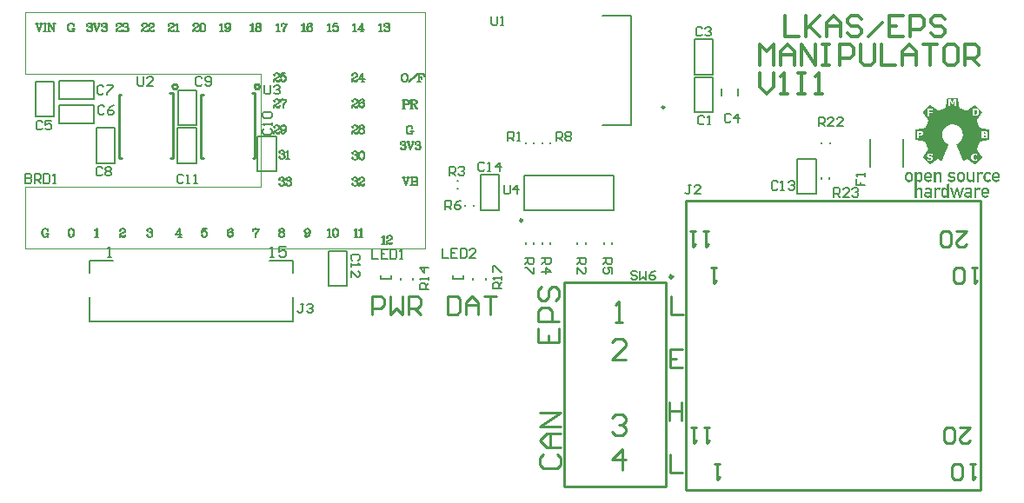
<source format=gto>
G04*
G04 #@! TF.GenerationSoftware,Altium Limited,Altium Designer,21.0.8 (223)*
G04*
G04 Layer_Color=65535*
%FSLAX25Y25*%
%MOIN*%
G70*
G04*
G04 #@! TF.SameCoordinates,DCAF0548-D6C3-4AC8-9B6B-16820CB23C6F*
G04*
G04*
G04 #@! TF.FilePolarity,Positive*
G04*
G01*
G75*
%ADD10C,0.01000*%
%ADD11C,0.00984*%
%ADD12C,0.00394*%
%ADD13C,0.00787*%
%ADD14C,0.01200*%
%ADD15C,0.00591*%
%ADD16C,0.00600*%
%ADD17C,0.00500*%
G36*
X357955Y368888D02*
X357975D01*
Y368868D01*
X358015D01*
Y368848D01*
X358035D01*
Y368828D01*
X358055D01*
Y368808D01*
Y368788D01*
X358075D01*
Y368768D01*
X358095D01*
Y368748D01*
Y368728D01*
Y368708D01*
Y368688D01*
X358115D01*
Y368668D01*
Y368648D01*
Y368628D01*
Y368608D01*
Y368588D01*
Y368568D01*
X358135D01*
Y368548D01*
Y368528D01*
Y368508D01*
Y368488D01*
X358155D01*
Y368468D01*
Y368448D01*
Y368428D01*
Y368408D01*
Y368389D01*
Y368369D01*
Y368349D01*
X358175D01*
Y368328D01*
Y368308D01*
Y368288D01*
Y368269D01*
X358195D01*
Y368249D01*
Y368229D01*
Y368209D01*
Y368189D01*
Y368169D01*
Y368149D01*
Y368129D01*
X358215D01*
Y368109D01*
Y368089D01*
Y368069D01*
Y368049D01*
Y368029D01*
X358235D01*
Y368009D01*
Y367989D01*
Y367969D01*
Y367949D01*
X358255D01*
Y367929D01*
Y367909D01*
Y367889D01*
Y367869D01*
Y367849D01*
Y367829D01*
Y367809D01*
X358275D01*
Y367789D01*
Y367769D01*
Y367749D01*
Y367729D01*
X358295D01*
Y367709D01*
Y367689D01*
Y367669D01*
Y367649D01*
Y367629D01*
Y367609D01*
Y367589D01*
X358314D01*
Y367569D01*
Y367549D01*
Y367529D01*
Y367509D01*
X358334D01*
Y367489D01*
Y367469D01*
Y367449D01*
Y367429D01*
Y367409D01*
Y367389D01*
X358354D01*
Y367369D01*
Y367349D01*
Y367329D01*
Y367309D01*
Y367289D01*
Y367269D01*
X358375D01*
Y367249D01*
Y367229D01*
Y367209D01*
Y367189D01*
X358395D01*
Y367169D01*
Y367149D01*
Y367129D01*
Y367109D01*
Y367089D01*
Y367069D01*
Y367049D01*
X358415D01*
Y367029D01*
Y367009D01*
Y366989D01*
Y366969D01*
X358435D01*
Y366949D01*
Y366929D01*
Y366909D01*
Y366889D01*
Y366869D01*
Y366849D01*
X358454D01*
Y366829D01*
Y366809D01*
Y366789D01*
Y366769D01*
Y366749D01*
X358474D01*
Y366729D01*
Y366709D01*
Y366689D01*
Y366669D01*
Y366649D01*
X358494D01*
Y366630D01*
Y366610D01*
Y366589D01*
Y366569D01*
Y366549D01*
Y366529D01*
Y366510D01*
X358514D01*
Y366490D01*
Y366470D01*
Y366450D01*
X358534D01*
Y366430D01*
Y366410D01*
Y366390D01*
Y366370D01*
Y366350D01*
Y366330D01*
Y366310D01*
X358554D01*
Y366290D01*
Y366270D01*
Y366250D01*
Y366230D01*
X358574D01*
Y366210D01*
Y366190D01*
Y366170D01*
Y366150D01*
Y366130D01*
Y366110D01*
X358594D01*
Y366090D01*
Y366070D01*
Y366050D01*
Y366030D01*
Y366010D01*
Y365990D01*
X358614D01*
Y365970D01*
Y365950D01*
Y365930D01*
Y365910D01*
X358634D01*
Y365890D01*
Y365870D01*
Y365850D01*
Y365830D01*
Y365810D01*
Y365790D01*
Y365770D01*
X358654D01*
Y365750D01*
Y365730D01*
Y365710D01*
Y365690D01*
X358674D01*
Y365670D01*
Y365650D01*
Y365630D01*
Y365610D01*
Y365590D01*
Y365570D01*
Y365550D01*
X358694D01*
Y365530D01*
Y365510D01*
Y365490D01*
Y365470D01*
Y365450D01*
X358714D01*
Y365430D01*
Y365410D01*
Y365390D01*
Y365370D01*
X358734D01*
Y365350D01*
Y365330D01*
Y365310D01*
Y365290D01*
Y365270D01*
Y365250D01*
Y365230D01*
X358754D01*
Y365210D01*
Y365190D01*
Y365170D01*
X358774D01*
Y365150D01*
Y365130D01*
Y365110D01*
Y365090D01*
X358794D01*
Y365070D01*
X358814D01*
Y365050D01*
Y365030D01*
X358834D01*
Y365010D01*
X358854D01*
Y364990D01*
X358894D01*
Y364970D01*
X358914D01*
Y364950D01*
X358934D01*
Y364930D01*
X358994D01*
Y364910D01*
X359034D01*
Y364890D01*
X359094D01*
Y364870D01*
X359154D01*
Y364850D01*
X359174D01*
Y364830D01*
X359254D01*
Y364810D01*
X359274D01*
Y364791D01*
X359334D01*
Y364771D01*
X359394D01*
Y364751D01*
X359434D01*
Y364731D01*
X359494D01*
Y364710D01*
X359534D01*
Y364690D01*
X359594D01*
Y364670D01*
X359634D01*
Y364651D01*
X359674D01*
Y364631D01*
X359734D01*
Y364611D01*
X359774D01*
Y364591D01*
X359834D01*
Y364571D01*
X359874D01*
Y364551D01*
X359914D01*
Y364531D01*
X359974D01*
Y364511D01*
X360014D01*
Y364491D01*
X360073D01*
Y364471D01*
X360114D01*
Y364451D01*
X360174D01*
Y364431D01*
X360213D01*
Y364411D01*
X360254D01*
Y364391D01*
X360313D01*
Y364371D01*
X360353D01*
Y364351D01*
X360413D01*
Y364331D01*
X360453D01*
Y364311D01*
X360513D01*
Y364291D01*
X360553D01*
Y364271D01*
X360593D01*
Y364251D01*
X360653D01*
Y364231D01*
X360693D01*
Y364211D01*
X360753D01*
Y364191D01*
X360793D01*
Y364171D01*
X360833D01*
Y364151D01*
X360913D01*
Y364131D01*
X360933D01*
Y364111D01*
X360993D01*
Y364091D01*
X361033D01*
Y364071D01*
X361093D01*
Y364051D01*
X361153D01*
Y364031D01*
X361173D01*
Y364011D01*
X361253D01*
Y363991D01*
X361273D01*
Y363971D01*
X361353D01*
Y363951D01*
X361433D01*
Y363931D01*
X361533D01*
Y363951D01*
X361593D01*
Y363971D01*
X361653D01*
Y363991D01*
X361673D01*
Y364011D01*
X361713D01*
Y364031D01*
X361733D01*
Y364051D01*
X361753D01*
Y364071D01*
X361793D01*
Y364091D01*
X361813D01*
Y364111D01*
X361853D01*
Y364131D01*
X361873D01*
Y364151D01*
X361912D01*
Y364171D01*
X361932D01*
Y364191D01*
X361952D01*
Y364211D01*
X361993D01*
Y364231D01*
X362013D01*
Y364251D01*
X362052D01*
Y364271D01*
X362072D01*
Y364291D01*
X362112D01*
Y364311D01*
X362132D01*
Y364331D01*
X362152D01*
Y364351D01*
X362192D01*
Y364371D01*
X362232D01*
Y364391D01*
X362252D01*
Y364411D01*
X362292D01*
Y364431D01*
X362312D01*
Y364451D01*
X362352D01*
Y364471D01*
X362372D01*
Y364491D01*
X362412D01*
Y364511D01*
X362432D01*
Y364531D01*
X362452D01*
Y364551D01*
X362492D01*
Y364571D01*
X362512D01*
Y364591D01*
X362552D01*
Y364611D01*
X362572D01*
Y364631D01*
X362612D01*
Y364651D01*
X362632D01*
Y364670D01*
X362652D01*
Y364690D01*
X362692D01*
Y364710D01*
X362712D01*
Y364731D01*
X362752D01*
Y364751D01*
X362772D01*
Y364771D01*
X362812D01*
Y364791D01*
X362832D01*
Y364810D01*
X362872D01*
Y364830D01*
X362892D01*
Y364850D01*
X362912D01*
Y364870D01*
X362952D01*
Y364890D01*
X362992D01*
Y364910D01*
X363012D01*
Y364930D01*
X363052D01*
Y364950D01*
X363072D01*
Y364970D01*
X363092D01*
Y364990D01*
X363132D01*
Y365010D01*
X363152D01*
Y365030D01*
X363192D01*
Y365050D01*
X363212D01*
Y365070D01*
X363252D01*
Y365090D01*
X363272D01*
Y365110D01*
X363312D01*
Y365130D01*
X363332D01*
Y365150D01*
X363352D01*
Y365170D01*
X363392D01*
Y365190D01*
X363412D01*
Y365210D01*
X363452D01*
Y365230D01*
X363472D01*
Y365250D01*
X363512D01*
Y365270D01*
X363532D01*
Y365290D01*
X363552D01*
Y365310D01*
X363592D01*
Y365330D01*
X363612D01*
Y365350D01*
X363652D01*
Y365370D01*
X363672D01*
Y365390D01*
X363712D01*
Y365410D01*
X363752D01*
Y365430D01*
X363772D01*
Y365450D01*
X363811D01*
Y365470D01*
X363831D01*
Y365490D01*
X363851D01*
Y365510D01*
X363892D01*
Y365530D01*
X363912D01*
Y365550D01*
X363951D01*
Y365570D01*
X363971D01*
Y365590D01*
X364011D01*
Y365610D01*
X364031D01*
Y365630D01*
X364051D01*
Y365650D01*
X364091D01*
Y365670D01*
X364111D01*
Y365690D01*
X364151D01*
Y365710D01*
X364171D01*
Y365730D01*
X364211D01*
Y365750D01*
X364231D01*
Y365770D01*
X364251D01*
Y365790D01*
X364291D01*
Y365810D01*
X364311D01*
Y365830D01*
X364351D01*
Y365850D01*
X364371D01*
Y365870D01*
X364411D01*
Y365890D01*
X364431D01*
Y365910D01*
X364471D01*
Y365930D01*
X364491D01*
Y365950D01*
X364531D01*
Y365970D01*
X364551D01*
Y365990D01*
X364591D01*
Y366010D01*
X364611D01*
Y366030D01*
X364651D01*
Y366050D01*
X364711D01*
Y366070D01*
X364791D01*
Y366050D01*
X364811D01*
Y366030D01*
X364871D01*
Y366010D01*
X364891D01*
Y365990D01*
X364911D01*
Y365970D01*
X364931D01*
Y365950D01*
X364951D01*
Y365930D01*
X364971D01*
Y365910D01*
X364991D01*
Y365890D01*
X365011D01*
Y365870D01*
X365031D01*
Y365850D01*
X365051D01*
Y365830D01*
X365071D01*
Y365810D01*
X365091D01*
Y365790D01*
X365111D01*
Y365770D01*
X365131D01*
Y365750D01*
X365151D01*
Y365730D01*
X365171D01*
Y365710D01*
X365191D01*
Y365690D01*
X365211D01*
Y365670D01*
X365231D01*
Y365650D01*
X365251D01*
Y365630D01*
X365271D01*
Y365610D01*
X365291D01*
Y365590D01*
X365311D01*
Y365570D01*
X365331D01*
Y365550D01*
X365351D01*
Y365530D01*
X365371D01*
Y365510D01*
X365391D01*
Y365490D01*
X365411D01*
Y365470D01*
X365431D01*
Y365450D01*
X365451D01*
Y365430D01*
X365471D01*
Y365410D01*
X365491D01*
Y365390D01*
X365511D01*
Y365370D01*
X365531D01*
Y365350D01*
X365551D01*
Y365330D01*
X365570D01*
Y365310D01*
X365591D01*
Y365290D01*
X365611D01*
Y365270D01*
X365631D01*
Y365250D01*
X365651D01*
Y365230D01*
X365670D01*
Y365210D01*
X365690D01*
Y365190D01*
X365710D01*
Y365170D01*
X365731D01*
Y365150D01*
X365750D01*
Y365130D01*
X365770D01*
Y365110D01*
X365790D01*
Y365090D01*
X365810D01*
Y365070D01*
X365830D01*
Y365050D01*
X365850D01*
Y365030D01*
X365870D01*
Y365010D01*
X365890D01*
Y364990D01*
X365910D01*
Y364970D01*
X365930D01*
Y364950D01*
X365950D01*
Y364930D01*
X365970D01*
Y364910D01*
X365990D01*
Y364890D01*
X366010D01*
Y364870D01*
X366030D01*
Y364850D01*
X366050D01*
Y364830D01*
X366070D01*
Y364810D01*
X366090D01*
Y364791D01*
X366110D01*
Y364771D01*
X366130D01*
Y364751D01*
X366150D01*
Y364731D01*
X366170D01*
Y364710D01*
X366190D01*
Y364690D01*
X366210D01*
Y364670D01*
X366230D01*
Y364651D01*
X366250D01*
Y364631D01*
X366270D01*
Y364611D01*
X366290D01*
Y364591D01*
X366310D01*
Y364571D01*
X366330D01*
Y364551D01*
X366350D01*
Y364531D01*
X366370D01*
Y364511D01*
X366390D01*
Y364491D01*
X366410D01*
Y364471D01*
X366430D01*
Y364451D01*
X366450D01*
Y364431D01*
X366470D01*
Y364411D01*
X366490D01*
Y364391D01*
X366510D01*
Y364371D01*
X366530D01*
Y364351D01*
X366550D01*
Y364331D01*
X366570D01*
Y364311D01*
X366590D01*
Y364291D01*
X366610D01*
Y364271D01*
X366630D01*
Y364251D01*
X366650D01*
Y364231D01*
X366670D01*
Y364211D01*
X366690D01*
Y364191D01*
X366710D01*
Y364171D01*
X366730D01*
Y364151D01*
X366750D01*
Y364131D01*
X366770D01*
Y364111D01*
X366790D01*
Y364091D01*
X366810D01*
Y364071D01*
X366830D01*
Y364051D01*
X366850D01*
Y364031D01*
X366870D01*
Y364011D01*
X366890D01*
Y363991D01*
X366910D01*
Y363971D01*
X366930D01*
Y363951D01*
X366950D01*
Y363931D01*
X366970D01*
Y363911D01*
X366990D01*
Y363891D01*
X367010D01*
Y363871D01*
X367030D01*
Y363851D01*
X367050D01*
Y363831D01*
X367070D01*
Y363811D01*
X367090D01*
Y363791D01*
X367110D01*
Y363771D01*
X367130D01*
Y363751D01*
X367150D01*
Y363731D01*
X367170D01*
Y363711D01*
X367190D01*
Y363691D01*
X367210D01*
Y363671D01*
X367230D01*
Y363651D01*
X367250D01*
Y363631D01*
X367270D01*
Y363611D01*
X367290D01*
Y363591D01*
X367310D01*
Y363571D01*
X367330D01*
Y363551D01*
X367350D01*
Y363531D01*
X367370D01*
Y363511D01*
X367389D01*
Y363491D01*
X367409D01*
Y363471D01*
Y363451D01*
X367429D01*
Y363431D01*
X367449D01*
Y363411D01*
Y363391D01*
Y363371D01*
Y363351D01*
Y363331D01*
Y363311D01*
Y363291D01*
Y363271D01*
X367429D01*
Y363251D01*
Y363231D01*
X367409D01*
Y363211D01*
Y363191D01*
X367389D01*
Y363171D01*
X367370D01*
Y363151D01*
Y363131D01*
X367350D01*
Y363111D01*
X367330D01*
Y363091D01*
Y363071D01*
X367310D01*
Y363051D01*
X367290D01*
Y363031D01*
Y363011D01*
X367270D01*
Y362991D01*
X367250D01*
Y362971D01*
Y362951D01*
X367230D01*
Y362931D01*
X367210D01*
Y362912D01*
Y362892D01*
X367190D01*
Y362872D01*
X367170D01*
Y362852D01*
Y362831D01*
X367150D01*
Y362811D01*
X367130D01*
Y362792D01*
X367110D01*
Y362772D01*
Y362752D01*
X367090D01*
Y362732D01*
X367070D01*
Y362712D01*
Y362692D01*
X367050D01*
Y362672D01*
X367030D01*
Y362652D01*
Y362632D01*
X367010D01*
Y362612D01*
X366990D01*
Y362592D01*
Y362572D01*
X366970D01*
Y362552D01*
X366950D01*
Y362532D01*
X366930D01*
Y362512D01*
Y362492D01*
X366910D01*
Y362472D01*
X366890D01*
Y362452D01*
Y362432D01*
X366870D01*
Y362412D01*
X366850D01*
Y362392D01*
Y362372D01*
X366830D01*
Y362352D01*
X366810D01*
Y362332D01*
X366790D01*
Y362312D01*
Y362292D01*
X366770D01*
Y362272D01*
Y362252D01*
X366750D01*
Y362232D01*
X366730D01*
Y362212D01*
Y362192D01*
X366710D01*
Y362172D01*
X366690D01*
Y362152D01*
Y362132D01*
X366670D01*
Y362112D01*
X366650D01*
Y362092D01*
X366630D01*
Y362072D01*
Y362052D01*
X366610D01*
Y362032D01*
X366590D01*
Y362012D01*
Y361992D01*
X366570D01*
Y361972D01*
X366550D01*
Y361952D01*
Y361932D01*
X366530D01*
Y361912D01*
X366510D01*
Y361892D01*
Y361872D01*
X366490D01*
Y361852D01*
X366470D01*
Y361832D01*
X366450D01*
Y361812D01*
Y361792D01*
X366430D01*
Y361772D01*
X366410D01*
Y361752D01*
Y361732D01*
X366390D01*
Y361712D01*
X366370D01*
Y361692D01*
Y361672D01*
X366350D01*
Y361652D01*
X366330D01*
Y361632D01*
Y361612D01*
X366310D01*
Y361592D01*
X366290D01*
Y361572D01*
Y361552D01*
X366270D01*
Y361532D01*
X366250D01*
Y361512D01*
Y361492D01*
X366230D01*
Y361472D01*
X366210D01*
Y361452D01*
Y361432D01*
X366190D01*
Y361412D01*
X366170D01*
Y361392D01*
X366150D01*
Y361372D01*
Y361352D01*
X366130D01*
Y361332D01*
X366110D01*
Y361312D01*
Y361292D01*
X366090D01*
Y361272D01*
X366070D01*
Y361252D01*
Y361232D01*
X366050D01*
Y361212D01*
X366030D01*
Y361192D01*
Y361172D01*
X366010D01*
Y361153D01*
X365990D01*
Y361133D01*
X365970D01*
Y361112D01*
Y361092D01*
X365950D01*
Y361072D01*
X365930D01*
Y361052D01*
Y361033D01*
X365910D01*
Y361013D01*
X365890D01*
Y360993D01*
Y360973D01*
X365870D01*
Y360953D01*
X365850D01*
Y360933D01*
X365830D01*
Y360913D01*
Y360893D01*
X365810D01*
Y360873D01*
Y360853D01*
X365790D01*
Y360833D01*
X365770D01*
Y360813D01*
Y360793D01*
X365750D01*
Y360773D01*
X365731D01*
Y360753D01*
Y360733D01*
X365710D01*
Y360713D01*
X365690D01*
Y360693D01*
X365670D01*
Y360673D01*
Y360653D01*
X365651D01*
Y360633D01*
X365631D01*
Y360613D01*
Y360593D01*
X365611D01*
Y360573D01*
X365591D01*
Y360553D01*
Y360533D01*
X365570D01*
Y360513D01*
X365551D01*
Y360493D01*
X365531D01*
Y360473D01*
Y360453D01*
X365511D01*
Y360433D01*
X365491D01*
Y360413D01*
Y360393D01*
X365471D01*
Y360373D01*
X365451D01*
Y360353D01*
Y360333D01*
X365431D01*
Y360313D01*
X365411D01*
Y360293D01*
Y360273D01*
X365391D01*
Y360253D01*
Y360233D01*
Y360213D01*
Y360193D01*
X365371D01*
Y360173D01*
Y360153D01*
Y360133D01*
Y360113D01*
Y360093D01*
Y360073D01*
X365391D01*
Y360053D01*
Y360033D01*
Y360013D01*
Y359993D01*
Y359973D01*
X365411D01*
Y359953D01*
Y359933D01*
X365431D01*
Y359913D01*
Y359893D01*
X365451D01*
Y359873D01*
Y359853D01*
Y359833D01*
X365471D01*
Y359813D01*
X365491D01*
Y359793D01*
Y359773D01*
Y359753D01*
Y359733D01*
X365511D01*
Y359713D01*
X365531D01*
Y359693D01*
Y359673D01*
Y359653D01*
X365551D01*
Y359633D01*
Y359613D01*
X365570D01*
Y359593D01*
Y359573D01*
X365591D01*
Y359553D01*
Y359533D01*
Y359513D01*
X365611D01*
Y359493D01*
Y359473D01*
X365631D01*
Y359453D01*
Y359433D01*
Y359413D01*
X365651D01*
Y359393D01*
Y359373D01*
X365670D01*
Y359353D01*
Y359333D01*
X365690D01*
Y359314D01*
Y359294D01*
Y359274D01*
X365710D01*
Y359254D01*
Y359233D01*
X365731D01*
Y359213D01*
Y359193D01*
Y359173D01*
X365750D01*
Y359154D01*
X365770D01*
Y359134D01*
Y359114D01*
Y359094D01*
X365790D01*
Y359074D01*
Y359054D01*
X365810D01*
Y359034D01*
Y359014D01*
X365830D01*
Y358994D01*
Y358974D01*
Y358954D01*
X365850D01*
Y358934D01*
Y358914D01*
X365870D01*
Y358894D01*
Y358874D01*
Y358854D01*
X365890D01*
Y358834D01*
Y358814D01*
X365910D01*
Y358794D01*
Y358774D01*
X365930D01*
Y358754D01*
Y358734D01*
Y358714D01*
X365950D01*
Y358694D01*
X365970D01*
Y358674D01*
Y358654D01*
Y358634D01*
Y358614D01*
X365990D01*
Y358594D01*
X366010D01*
Y358574D01*
Y358554D01*
Y358534D01*
X366030D01*
Y358514D01*
Y358494D01*
X366050D01*
Y358474D01*
Y358454D01*
X366070D01*
Y358434D01*
Y358414D01*
Y358394D01*
X366090D01*
Y358374D01*
Y358354D01*
X366110D01*
Y358334D01*
Y358314D01*
Y358294D01*
X366130D01*
Y358274D01*
Y358254D01*
X366150D01*
Y358234D01*
Y358214D01*
X366170D01*
Y358194D01*
Y358174D01*
Y358154D01*
X366190D01*
Y358134D01*
Y358114D01*
X366210D01*
Y358094D01*
Y358074D01*
Y358054D01*
X366230D01*
Y358034D01*
X366250D01*
Y358014D01*
Y357994D01*
Y357974D01*
X366270D01*
Y357954D01*
Y357934D01*
X366290D01*
Y357914D01*
Y357894D01*
X366310D01*
Y357874D01*
Y357854D01*
Y357834D01*
Y357814D01*
X366330D01*
Y357794D01*
X366350D01*
Y357774D01*
Y357754D01*
Y357734D01*
X366370D01*
Y357714D01*
Y357694D01*
X366390D01*
Y357674D01*
Y357654D01*
X366410D01*
Y357634D01*
Y357614D01*
Y357594D01*
X366430D01*
Y357574D01*
Y357554D01*
X366450D01*
Y357534D01*
Y357514D01*
X366470D01*
Y357494D01*
X366490D01*
Y357474D01*
Y357454D01*
X366510D01*
Y357435D01*
X366530D01*
Y357415D01*
X366550D01*
Y357395D01*
X366590D01*
Y357375D01*
X366610D01*
Y357354D01*
X366650D01*
Y357334D01*
X366750D01*
Y357315D01*
X366830D01*
Y357295D01*
X366970D01*
Y357275D01*
X367050D01*
Y357255D01*
X367190D01*
Y357235D01*
X367270D01*
Y357215D01*
X367370D01*
Y357195D01*
X367510D01*
Y357175D01*
X367589D01*
Y357155D01*
X367729D01*
Y357135D01*
X367809D01*
Y357115D01*
X367929D01*
Y357095D01*
X368029D01*
Y357075D01*
X368109D01*
Y357055D01*
X368269D01*
Y357035D01*
X368329D01*
Y357015D01*
X368469D01*
Y356995D01*
X368569D01*
Y356975D01*
X368649D01*
Y356955D01*
X368789D01*
Y356935D01*
X368869D01*
Y356915D01*
X369009D01*
Y356895D01*
X369089D01*
Y356875D01*
X369209D01*
Y356855D01*
X369328D01*
Y356835D01*
X369408D01*
Y356815D01*
X369548D01*
Y356795D01*
X369628D01*
Y356775D01*
X369768D01*
Y356755D01*
X369848D01*
Y356735D01*
X369948D01*
Y356715D01*
X370088D01*
Y356695D01*
X370148D01*
Y356675D01*
X370188D01*
Y356655D01*
X370228D01*
Y356635D01*
X370248D01*
Y356615D01*
X370268D01*
Y356595D01*
Y356575D01*
X370288D01*
Y356555D01*
Y356535D01*
Y356515D01*
Y356495D01*
Y356475D01*
Y356455D01*
Y356435D01*
Y356415D01*
Y356395D01*
Y356375D01*
Y356355D01*
Y356335D01*
Y356315D01*
Y356295D01*
Y356275D01*
Y356255D01*
Y356235D01*
Y356215D01*
Y356195D01*
Y356175D01*
Y356155D01*
Y356135D01*
Y356115D01*
Y356095D01*
Y356075D01*
Y356055D01*
Y356035D01*
Y356015D01*
Y355995D01*
Y355975D01*
Y355955D01*
Y355935D01*
Y355915D01*
Y355895D01*
Y355875D01*
Y355855D01*
Y355835D01*
Y355815D01*
Y355795D01*
Y355775D01*
Y355755D01*
Y355735D01*
Y355715D01*
Y355695D01*
Y355676D01*
Y355656D01*
Y355635D01*
Y355615D01*
Y355595D01*
Y355575D01*
Y355556D01*
Y355536D01*
Y355516D01*
Y355496D01*
Y355476D01*
Y355456D01*
Y355436D01*
Y355416D01*
Y355396D01*
Y355376D01*
Y355356D01*
Y355336D01*
Y355316D01*
Y355296D01*
Y355276D01*
Y355256D01*
Y355236D01*
Y355216D01*
Y355196D01*
Y355176D01*
Y355156D01*
Y355136D01*
Y355116D01*
Y355096D01*
Y355076D01*
Y355056D01*
Y355036D01*
Y355016D01*
Y354996D01*
Y354976D01*
Y354956D01*
Y354936D01*
Y354916D01*
Y354896D01*
Y354876D01*
Y354856D01*
Y354836D01*
Y354816D01*
Y354796D01*
Y354776D01*
Y354756D01*
Y354736D01*
Y354716D01*
Y354696D01*
Y354676D01*
Y354656D01*
Y354636D01*
Y354616D01*
Y354596D01*
Y354576D01*
Y354556D01*
Y354536D01*
Y354516D01*
Y354496D01*
Y354476D01*
Y354456D01*
Y354436D01*
Y354416D01*
Y354396D01*
Y354376D01*
Y354356D01*
Y354336D01*
Y354316D01*
Y354296D01*
Y354276D01*
Y354256D01*
Y354236D01*
Y354216D01*
Y354196D01*
Y354176D01*
Y354156D01*
Y354136D01*
Y354116D01*
Y354096D01*
Y354076D01*
Y354056D01*
Y354036D01*
Y354016D01*
Y353996D01*
Y353976D01*
Y353956D01*
Y353936D01*
Y353916D01*
Y353896D01*
Y353876D01*
Y353856D01*
Y353836D01*
Y353817D01*
Y353797D01*
Y353777D01*
Y353756D01*
Y353736D01*
Y353716D01*
Y353696D01*
Y353677D01*
Y353657D01*
Y353637D01*
Y353617D01*
Y353597D01*
Y353577D01*
Y353557D01*
Y353537D01*
Y353517D01*
Y353497D01*
Y353477D01*
Y353457D01*
Y353437D01*
Y353417D01*
Y353397D01*
Y353377D01*
Y353357D01*
Y353337D01*
Y353317D01*
Y353297D01*
Y353277D01*
Y353257D01*
Y353237D01*
Y353217D01*
Y353197D01*
Y353177D01*
Y353157D01*
Y353137D01*
Y353117D01*
Y353097D01*
Y353077D01*
Y353057D01*
Y353037D01*
Y353017D01*
Y352997D01*
Y352977D01*
Y352957D01*
Y352937D01*
Y352917D01*
Y352897D01*
Y352877D01*
Y352857D01*
X370268D01*
Y352837D01*
Y352817D01*
X370248D01*
Y352797D01*
X370228D01*
Y352777D01*
X370188D01*
Y352757D01*
X370168D01*
Y352737D01*
X370088D01*
Y352717D01*
X370008D01*
Y352697D01*
X369868D01*
Y352677D01*
X369788D01*
Y352657D01*
X369668D01*
Y352637D01*
X369548D01*
Y352617D01*
X369468D01*
Y352597D01*
X369328D01*
Y352577D01*
X369249D01*
Y352557D01*
X369109D01*
Y352537D01*
X369029D01*
Y352517D01*
X368929D01*
Y352497D01*
X368789D01*
Y352477D01*
X368709D01*
Y352457D01*
X368569D01*
Y352437D01*
X368489D01*
Y352417D01*
X368369D01*
Y352397D01*
X368269D01*
Y352377D01*
X368189D01*
Y352357D01*
X368029D01*
Y352337D01*
X367969D01*
Y352317D01*
X367829D01*
Y352297D01*
X367729D01*
Y352277D01*
X367649D01*
Y352257D01*
X367510D01*
Y352237D01*
X367429D01*
Y352217D01*
X367290D01*
Y352197D01*
X367210D01*
Y352177D01*
X367090D01*
Y352157D01*
X366970D01*
Y352137D01*
X366890D01*
Y352117D01*
X366750D01*
Y352097D01*
X366730D01*
Y352077D01*
X366670D01*
Y352057D01*
X366650D01*
Y352037D01*
X366630D01*
Y352017D01*
X366610D01*
Y351997D01*
X366590D01*
Y351977D01*
X366570D01*
Y351958D01*
X366550D01*
Y351938D01*
Y351918D01*
Y351898D01*
X366530D01*
Y351877D01*
Y351857D01*
X366510D01*
Y351838D01*
Y351818D01*
X366490D01*
Y351798D01*
Y351778D01*
Y351758D01*
X366470D01*
Y351738D01*
Y351718D01*
X366450D01*
Y351698D01*
Y351678D01*
Y351658D01*
X366430D01*
Y351638D01*
Y351618D01*
X366410D01*
Y351598D01*
Y351578D01*
Y351558D01*
X366390D01*
Y351538D01*
Y351518D01*
X366370D01*
Y351498D01*
Y351478D01*
X366350D01*
Y351458D01*
Y351438D01*
Y351418D01*
Y351398D01*
X366330D01*
Y351378D01*
X366310D01*
Y351358D01*
Y351338D01*
Y351318D01*
Y351298D01*
X366290D01*
Y351278D01*
Y351258D01*
X366270D01*
Y351238D01*
Y351218D01*
X366250D01*
Y351198D01*
Y351178D01*
Y351158D01*
X366230D01*
Y351138D01*
Y351118D01*
X366210D01*
Y351098D01*
Y351078D01*
Y351058D01*
X366190D01*
Y351038D01*
Y351018D01*
X366170D01*
Y350998D01*
Y350978D01*
Y350958D01*
X366150D01*
Y350938D01*
Y350918D01*
X366130D01*
Y350898D01*
Y350878D01*
X366110D01*
Y350858D01*
Y350838D01*
Y350818D01*
Y350798D01*
X366090D01*
Y350778D01*
X366070D01*
Y350758D01*
Y350738D01*
Y350718D01*
Y350698D01*
X366050D01*
Y350678D01*
Y350658D01*
X366030D01*
Y350638D01*
Y350618D01*
X366010D01*
Y350598D01*
Y350578D01*
Y350558D01*
X365990D01*
Y350538D01*
Y350518D01*
X365970D01*
Y350498D01*
Y350478D01*
Y350458D01*
X365950D01*
Y350438D01*
Y350418D01*
X365930D01*
Y350398D01*
Y350378D01*
Y350358D01*
X365910D01*
Y350338D01*
Y350318D01*
X365890D01*
Y350298D01*
Y350278D01*
X365870D01*
Y350258D01*
Y350238D01*
Y350218D01*
Y350199D01*
X365850D01*
Y350179D01*
X365830D01*
Y350159D01*
Y350138D01*
Y350118D01*
Y350098D01*
X365810D01*
Y350079D01*
Y350059D01*
X365790D01*
Y350039D01*
Y350019D01*
X365770D01*
Y349999D01*
Y349979D01*
Y349959D01*
X365750D01*
Y349939D01*
Y349919D01*
X365731D01*
Y349899D01*
Y349879D01*
Y349859D01*
X365710D01*
Y349839D01*
Y349819D01*
X365690D01*
Y349799D01*
Y349779D01*
Y349759D01*
X365670D01*
Y349739D01*
Y349719D01*
X365651D01*
Y349699D01*
Y349679D01*
X365631D01*
Y349659D01*
Y349639D01*
Y349619D01*
Y349599D01*
X365611D01*
Y349579D01*
X365591D01*
Y349559D01*
Y349539D01*
Y349519D01*
Y349499D01*
X365570D01*
Y349479D01*
Y349459D01*
X365551D01*
Y349439D01*
Y349419D01*
X365531D01*
Y349399D01*
Y349379D01*
Y349359D01*
X365511D01*
Y349339D01*
Y349319D01*
X365491D01*
Y349299D01*
Y349279D01*
Y349259D01*
Y349239D01*
X365471D01*
Y349219D01*
Y349199D01*
Y349179D01*
Y349159D01*
Y349139D01*
Y349119D01*
Y349099D01*
Y349079D01*
X365491D01*
Y349059D01*
Y349039D01*
Y349019D01*
Y348999D01*
X365511D01*
Y348979D01*
X365531D01*
Y348959D01*
Y348939D01*
X365551D01*
Y348919D01*
X365570D01*
Y348899D01*
X365591D01*
Y348879D01*
Y348859D01*
X365611D01*
Y348839D01*
X365631D01*
Y348819D01*
Y348799D01*
X365651D01*
Y348779D01*
X365670D01*
Y348759D01*
Y348739D01*
X365690D01*
Y348719D01*
X365710D01*
Y348699D01*
X365731D01*
Y348679D01*
Y348659D01*
X365750D01*
Y348639D01*
Y348619D01*
X365770D01*
Y348599D01*
X365790D01*
Y348579D01*
Y348559D01*
X365810D01*
Y348539D01*
X365830D01*
Y348519D01*
Y348499D01*
X365850D01*
Y348479D01*
X365870D01*
Y348459D01*
Y348439D01*
X365890D01*
Y348419D01*
X365910D01*
Y348399D01*
X365930D01*
Y348379D01*
Y348359D01*
X365950D01*
Y348340D01*
X365970D01*
Y348320D01*
Y348300D01*
X365990D01*
Y348280D01*
X366010D01*
Y348259D01*
Y348239D01*
X366030D01*
Y348219D01*
X366050D01*
Y348200D01*
X366070D01*
Y348180D01*
Y348160D01*
X366090D01*
Y348140D01*
X366110D01*
Y348120D01*
Y348100D01*
X366130D01*
Y348080D01*
X366150D01*
Y348060D01*
Y348040D01*
X366170D01*
Y348020D01*
Y348000D01*
X366190D01*
Y347980D01*
X366210D01*
Y347960D01*
X366230D01*
Y347940D01*
Y347920D01*
X366250D01*
Y347900D01*
X366270D01*
Y347880D01*
Y347860D01*
X366290D01*
Y347840D01*
X366310D01*
Y347820D01*
Y347800D01*
X366330D01*
Y347780D01*
X366350D01*
Y347760D01*
Y347740D01*
X366370D01*
Y347720D01*
X366390D01*
Y347700D01*
X366410D01*
Y347680D01*
Y347660D01*
X366430D01*
Y347640D01*
X366450D01*
Y347620D01*
Y347600D01*
X366470D01*
Y347580D01*
X366490D01*
Y347560D01*
Y347540D01*
X366510D01*
Y347520D01*
X366530D01*
Y347500D01*
X366550D01*
Y347480D01*
Y347460D01*
X366570D01*
Y347440D01*
X366590D01*
Y347420D01*
Y347400D01*
X366610D01*
Y347380D01*
X366630D01*
Y347360D01*
Y347340D01*
X366650D01*
Y347320D01*
X366670D01*
Y347300D01*
Y347280D01*
X366690D01*
Y347260D01*
Y347240D01*
X366710D01*
Y347220D01*
X366730D01*
Y347200D01*
X366750D01*
Y347180D01*
Y347160D01*
X366770D01*
Y347140D01*
X366790D01*
Y347120D01*
Y347100D01*
X366810D01*
Y347080D01*
X366830D01*
Y347060D01*
Y347040D01*
X366850D01*
Y347020D01*
X366870D01*
Y347000D01*
X366890D01*
Y346980D01*
Y346960D01*
X366910D01*
Y346940D01*
X366930D01*
Y346920D01*
Y346900D01*
X366950D01*
Y346880D01*
X366970D01*
Y346860D01*
Y346840D01*
X366990D01*
Y346820D01*
X367010D01*
Y346800D01*
X367030D01*
Y346780D01*
Y346760D01*
X367050D01*
Y346740D01*
X367070D01*
Y346720D01*
Y346700D01*
X367090D01*
Y346680D01*
X367110D01*
Y346660D01*
Y346640D01*
X367130D01*
Y346620D01*
Y346600D01*
X367150D01*
Y346580D01*
X367170D01*
Y346561D01*
X367190D01*
Y346540D01*
Y346520D01*
X367210D01*
Y346500D01*
X367230D01*
Y346480D01*
Y346461D01*
X367250D01*
Y346441D01*
X367270D01*
Y346421D01*
Y346400D01*
X367290D01*
Y346380D01*
X367310D01*
Y346361D01*
Y346341D01*
X367330D01*
Y346321D01*
X367350D01*
Y346301D01*
X367370D01*
Y346281D01*
Y346261D01*
X367389D01*
Y346241D01*
X367409D01*
Y346221D01*
Y346201D01*
X367429D01*
Y346181D01*
Y346161D01*
X367449D01*
Y346141D01*
Y346121D01*
Y346101D01*
Y346081D01*
Y346061D01*
Y346041D01*
Y346021D01*
Y346001D01*
X367429D01*
Y345981D01*
Y345961D01*
X367409D01*
Y345941D01*
X367389D01*
Y345921D01*
X367370D01*
Y345901D01*
X367350D01*
Y345881D01*
X367330D01*
Y345861D01*
X367310D01*
Y345841D01*
X367290D01*
Y345821D01*
X367270D01*
Y345801D01*
X367250D01*
Y345781D01*
X367230D01*
Y345761D01*
X367210D01*
Y345741D01*
X367190D01*
Y345721D01*
X367170D01*
Y345701D01*
X367150D01*
Y345681D01*
X367130D01*
Y345661D01*
X367110D01*
Y345641D01*
X367090D01*
Y345621D01*
X367070D01*
Y345601D01*
X367050D01*
Y345581D01*
X367030D01*
Y345561D01*
X367010D01*
Y345541D01*
X366990D01*
Y345521D01*
X366970D01*
Y345501D01*
X366950D01*
Y345481D01*
X366930D01*
Y345461D01*
X366910D01*
Y345441D01*
X366890D01*
Y345421D01*
X366870D01*
Y345401D01*
X366850D01*
Y345381D01*
X366830D01*
Y345361D01*
X366810D01*
Y345341D01*
X366790D01*
Y345321D01*
X366770D01*
Y345301D01*
X366750D01*
Y345281D01*
X366730D01*
Y345261D01*
X366710D01*
Y345241D01*
X366690D01*
Y345221D01*
X366670D01*
Y345201D01*
X366650D01*
Y345181D01*
X366630D01*
Y345161D01*
X366610D01*
Y345141D01*
X366590D01*
Y345121D01*
X366570D01*
Y345101D01*
X366550D01*
Y345081D01*
X366530D01*
Y345061D01*
X366510D01*
Y345041D01*
X366490D01*
Y345021D01*
X366470D01*
Y345001D01*
X366450D01*
Y344981D01*
X366430D01*
Y344961D01*
X366410D01*
Y344941D01*
X366390D01*
Y344921D01*
X366370D01*
Y344901D01*
X366350D01*
Y344881D01*
X366330D01*
Y344861D01*
X366310D01*
Y344841D01*
X366290D01*
Y344821D01*
X366270D01*
Y344801D01*
X366250D01*
Y344781D01*
X366230D01*
Y344761D01*
X366210D01*
Y344741D01*
X366190D01*
Y344722D01*
X366170D01*
Y344702D01*
X366150D01*
Y344682D01*
X366130D01*
Y344661D01*
X366110D01*
Y344641D01*
X366090D01*
Y344621D01*
X366070D01*
Y344601D01*
X366050D01*
Y344582D01*
X366030D01*
Y344562D01*
X366010D01*
Y344542D01*
X365990D01*
Y344522D01*
X365970D01*
Y344502D01*
X365950D01*
Y344482D01*
X365930D01*
Y344462D01*
X365910D01*
Y344442D01*
X365890D01*
Y344422D01*
X365870D01*
Y344402D01*
X365850D01*
Y344382D01*
X365830D01*
Y344362D01*
X365810D01*
Y344342D01*
X365790D01*
Y344322D01*
X365770D01*
Y344302D01*
X365750D01*
Y344282D01*
X365731D01*
Y344262D01*
X365710D01*
Y344242D01*
X365690D01*
Y344222D01*
X365670D01*
Y344202D01*
X365651D01*
Y344182D01*
X365631D01*
Y344162D01*
X365611D01*
Y344142D01*
X365591D01*
Y344122D01*
X365570D01*
Y344102D01*
X365551D01*
Y344082D01*
X365531D01*
Y344062D01*
X365511D01*
Y344042D01*
X365491D01*
Y344022D01*
X365471D01*
Y344002D01*
X365451D01*
Y343982D01*
X365431D01*
Y343962D01*
X365411D01*
Y343942D01*
X365391D01*
Y343922D01*
X365371D01*
Y343902D01*
X365351D01*
Y343882D01*
X365331D01*
Y343862D01*
X365311D01*
Y343842D01*
X365291D01*
Y343822D01*
X365271D01*
Y343802D01*
X365251D01*
Y343782D01*
X365231D01*
Y343762D01*
X365211D01*
Y343742D01*
X365191D01*
Y343722D01*
X365171D01*
Y343702D01*
X365151D01*
Y343682D01*
X365131D01*
Y343662D01*
X365111D01*
Y343642D01*
X365091D01*
Y343622D01*
X365071D01*
Y343602D01*
X365051D01*
Y343582D01*
X365031D01*
Y343562D01*
X365011D01*
Y343542D01*
X364991D01*
Y343522D01*
X364971D01*
Y343502D01*
X364951D01*
Y343482D01*
X364931D01*
Y343462D01*
X364911D01*
Y343442D01*
X364891D01*
Y343422D01*
X364871D01*
Y343402D01*
X364851D01*
Y343382D01*
X364791D01*
Y343362D01*
X364711D01*
Y343382D01*
X364631D01*
Y343402D01*
X364611D01*
Y343422D01*
X364571D01*
Y343442D01*
X364531D01*
Y343462D01*
X364511D01*
Y343482D01*
X364491D01*
Y343502D01*
X364451D01*
Y343522D01*
X364431D01*
Y343542D01*
X364391D01*
Y343562D01*
X364371D01*
Y343582D01*
X364331D01*
Y343602D01*
X364311D01*
Y343622D01*
X364271D01*
Y343642D01*
X364251D01*
Y343662D01*
X364231D01*
Y343682D01*
X364191D01*
Y343702D01*
X364171D01*
Y343722D01*
X364131D01*
Y343742D01*
X364111D01*
Y343762D01*
X364071D01*
Y343782D01*
X364051D01*
Y343802D01*
X364031D01*
Y343822D01*
X363991D01*
Y343842D01*
X363971D01*
Y343862D01*
X363931D01*
Y343882D01*
X363912D01*
Y343902D01*
X363872D01*
Y343922D01*
X363851D01*
Y343942D01*
X363811D01*
Y343962D01*
X363791D01*
Y343982D01*
X363772D01*
Y344002D01*
X363732D01*
Y344022D01*
X363692D01*
Y344042D01*
X363672D01*
Y344062D01*
X363632D01*
Y344082D01*
X363612D01*
Y344102D01*
X363592D01*
Y344122D01*
X363552D01*
Y344142D01*
X363532D01*
Y344162D01*
X363492D01*
Y344182D01*
X363472D01*
Y344202D01*
X363432D01*
Y344222D01*
X363412D01*
Y344242D01*
X363372D01*
Y344262D01*
X363352D01*
Y344282D01*
X363332D01*
Y344302D01*
X363292D01*
Y344322D01*
X363272D01*
Y344342D01*
X363232D01*
Y344362D01*
X363212D01*
Y344382D01*
X363172D01*
Y344402D01*
X363152D01*
Y344422D01*
X363132D01*
Y344442D01*
X363092D01*
Y344462D01*
X363072D01*
Y344482D01*
X363032D01*
Y344502D01*
X362992D01*
Y344522D01*
X362972D01*
Y344542D01*
X362932D01*
Y344562D01*
X362912D01*
Y344582D01*
X362892D01*
Y344601D01*
X362852D01*
Y344621D01*
X362832D01*
Y344641D01*
X362792D01*
Y344661D01*
X362772D01*
Y344682D01*
X362732D01*
Y344702D01*
X362712D01*
Y344722D01*
X362692D01*
Y344741D01*
X362652D01*
Y344761D01*
X362632D01*
Y344781D01*
X362592D01*
Y344801D01*
X362572D01*
Y344821D01*
X362532D01*
Y344841D01*
X362512D01*
Y344861D01*
X362492D01*
Y344881D01*
X362452D01*
Y344901D01*
X362432D01*
Y344921D01*
X362392D01*
Y344941D01*
X362372D01*
Y344961D01*
X362332D01*
Y344981D01*
X362312D01*
Y345001D01*
X362272D01*
Y345021D01*
X362232D01*
Y345041D01*
X362212D01*
Y345061D01*
X362192D01*
Y345081D01*
X362152D01*
Y345101D01*
X362132D01*
Y345121D01*
X362092D01*
Y345141D01*
X362072D01*
Y345161D01*
X362033D01*
Y345181D01*
X362013D01*
Y345201D01*
X361993D01*
Y345221D01*
X361952D01*
Y345241D01*
X361932D01*
Y345261D01*
X361893D01*
Y345281D01*
X361873D01*
Y345301D01*
X361773D01*
Y345321D01*
X361693D01*
Y345301D01*
X361593D01*
Y345281D01*
X361573D01*
Y345261D01*
X361513D01*
Y345241D01*
X361493D01*
Y345221D01*
X361453D01*
Y345201D01*
X361413D01*
Y345181D01*
X361393D01*
Y345161D01*
X361333D01*
Y345141D01*
X361313D01*
Y345121D01*
X361253D01*
Y345101D01*
X361233D01*
Y345081D01*
X361193D01*
Y345061D01*
X361153D01*
Y345041D01*
X361133D01*
Y345021D01*
X361073D01*
Y345001D01*
X361053D01*
Y344981D01*
X361013D01*
Y344961D01*
X360973D01*
Y344941D01*
X360933D01*
Y344921D01*
X360893D01*
Y344901D01*
X360853D01*
Y344881D01*
X360813D01*
Y344861D01*
X360773D01*
Y344841D01*
X360753D01*
Y344821D01*
X360693D01*
Y344801D01*
X360673D01*
Y344781D01*
X360633D01*
Y344761D01*
X360593D01*
Y344741D01*
X360553D01*
Y344722D01*
X360513D01*
Y344702D01*
X360493D01*
Y344682D01*
X360433D01*
Y344661D01*
X360413D01*
Y344641D01*
X360254D01*
Y344661D01*
X360233D01*
Y344682D01*
X360213D01*
Y344702D01*
X360193D01*
Y344722D01*
Y344741D01*
X360174D01*
Y344761D01*
Y344781D01*
Y344801D01*
X360154D01*
Y344821D01*
Y344841D01*
X360134D01*
Y344861D01*
Y344881D01*
X360114D01*
Y344901D01*
Y344921D01*
Y344941D01*
X360093D01*
Y344961D01*
Y344981D01*
X360073D01*
Y345001D01*
Y345021D01*
Y345041D01*
X360054D01*
Y345061D01*
Y345081D01*
X360034D01*
Y345101D01*
Y345121D01*
Y345141D01*
X360014D01*
Y345161D01*
Y345181D01*
X359994D01*
Y345201D01*
Y345221D01*
X359974D01*
Y345241D01*
Y345261D01*
Y345281D01*
X359954D01*
Y345301D01*
Y345321D01*
X359934D01*
Y345341D01*
Y345361D01*
Y345381D01*
X359914D01*
Y345401D01*
Y345421D01*
X359894D01*
Y345441D01*
Y345461D01*
X359874D01*
Y345481D01*
Y345501D01*
Y345521D01*
X359854D01*
Y345541D01*
Y345561D01*
X359834D01*
Y345581D01*
Y345601D01*
Y345621D01*
X359814D01*
Y345641D01*
Y345661D01*
X359794D01*
Y345681D01*
Y345701D01*
Y345721D01*
X359774D01*
Y345741D01*
Y345761D01*
X359754D01*
Y345781D01*
Y345801D01*
X359734D01*
Y345821D01*
Y345841D01*
Y345861D01*
X359714D01*
Y345881D01*
Y345901D01*
X359694D01*
Y345921D01*
Y345941D01*
Y345961D01*
X359674D01*
Y345981D01*
Y346001D01*
X359654D01*
Y346021D01*
Y346041D01*
X359634D01*
Y346061D01*
Y346081D01*
Y346101D01*
X359614D01*
Y346121D01*
Y346141D01*
X359594D01*
Y346161D01*
Y346181D01*
Y346201D01*
X359574D01*
Y346221D01*
Y346241D01*
X359554D01*
Y346261D01*
Y346281D01*
Y346301D01*
X359534D01*
Y346321D01*
Y346341D01*
X359514D01*
Y346361D01*
Y346380D01*
X359494D01*
Y346400D01*
Y346421D01*
Y346441D01*
X359474D01*
Y346461D01*
Y346480D01*
X359454D01*
Y346500D01*
Y346520D01*
Y346540D01*
X359434D01*
Y346561D01*
Y346580D01*
X359414D01*
Y346600D01*
Y346620D01*
X359394D01*
Y346640D01*
Y346660D01*
Y346680D01*
X359374D01*
Y346700D01*
Y346720D01*
X359354D01*
Y346740D01*
Y346760D01*
Y346780D01*
X359334D01*
Y346800D01*
Y346820D01*
X359314D01*
Y346840D01*
Y346860D01*
Y346880D01*
X359294D01*
Y346900D01*
Y346920D01*
X359274D01*
Y346940D01*
Y346960D01*
X359254D01*
Y346980D01*
Y347000D01*
Y347020D01*
X359234D01*
Y347040D01*
Y347060D01*
X359214D01*
Y347080D01*
Y347100D01*
Y347120D01*
X359194D01*
Y347140D01*
Y347160D01*
X359174D01*
Y347180D01*
Y347200D01*
X359154D01*
Y347220D01*
Y347240D01*
Y347260D01*
X359134D01*
Y347280D01*
Y347300D01*
X359114D01*
Y347320D01*
Y347340D01*
Y347360D01*
X359094D01*
Y347380D01*
Y347400D01*
X359074D01*
Y347420D01*
Y347440D01*
Y347460D01*
X359054D01*
Y347480D01*
Y347500D01*
X359034D01*
Y347520D01*
Y347540D01*
X359014D01*
Y347560D01*
Y347580D01*
Y347600D01*
X358994D01*
Y347620D01*
Y347640D01*
X358974D01*
Y347660D01*
Y347680D01*
Y347700D01*
X358954D01*
Y347720D01*
Y347740D01*
X358934D01*
Y347760D01*
Y347780D01*
X358914D01*
Y347800D01*
Y347820D01*
Y347840D01*
X358894D01*
Y347860D01*
Y347880D01*
X358874D01*
Y347900D01*
Y347920D01*
Y347940D01*
X358854D01*
Y347960D01*
Y347980D01*
X358834D01*
Y348000D01*
Y348020D01*
Y348040D01*
X358814D01*
Y348060D01*
Y348080D01*
X358794D01*
Y348100D01*
Y348120D01*
X358774D01*
Y348140D01*
Y348160D01*
Y348180D01*
X358754D01*
Y348200D01*
Y348219D01*
X358734D01*
Y348239D01*
Y348259D01*
Y348280D01*
X358714D01*
Y348300D01*
Y348320D01*
X358694D01*
Y348340D01*
Y348359D01*
X358674D01*
Y348379D01*
Y348399D01*
Y348419D01*
X358654D01*
Y348439D01*
Y348459D01*
X358634D01*
Y348479D01*
Y348499D01*
Y348519D01*
X358614D01*
Y348539D01*
Y348559D01*
X358594D01*
Y348579D01*
Y348599D01*
Y348619D01*
X358574D01*
Y348639D01*
Y348659D01*
X358554D01*
Y348679D01*
Y348699D01*
X358534D01*
Y348719D01*
Y348739D01*
Y348759D01*
X358514D01*
Y348779D01*
Y348799D01*
X358494D01*
Y348819D01*
Y348839D01*
Y348859D01*
X358474D01*
Y348879D01*
Y348899D01*
X358454D01*
Y348919D01*
Y348939D01*
X358435D01*
Y348959D01*
Y348979D01*
Y348999D01*
X358415D01*
Y349019D01*
Y349039D01*
X358395D01*
Y349059D01*
Y349079D01*
Y349099D01*
X358375D01*
Y349119D01*
Y349139D01*
X358354D01*
Y349159D01*
Y349179D01*
Y349199D01*
X358334D01*
Y349219D01*
Y349239D01*
X358314D01*
Y349259D01*
Y349279D01*
X358295D01*
Y349299D01*
Y349319D01*
Y349339D01*
X358275D01*
Y349359D01*
Y349379D01*
X358255D01*
Y349399D01*
Y349419D01*
Y349439D01*
X358235D01*
Y349459D01*
Y349479D01*
X358215D01*
Y349499D01*
Y349519D01*
X358195D01*
Y349539D01*
Y349559D01*
Y349579D01*
X358175D01*
Y349599D01*
Y349619D01*
X358155D01*
Y349639D01*
Y349659D01*
Y349679D01*
X358135D01*
Y349699D01*
Y349719D01*
X358115D01*
Y349739D01*
Y349759D01*
Y349779D01*
X358095D01*
Y349799D01*
Y349819D01*
X358075D01*
Y349839D01*
Y349859D01*
X358055D01*
Y349879D01*
Y349899D01*
Y349919D01*
X358035D01*
Y349939D01*
Y349959D01*
X358015D01*
Y349979D01*
Y349999D01*
Y350019D01*
X357995D01*
Y350039D01*
Y350059D01*
X357975D01*
Y350079D01*
Y350098D01*
X357955D01*
Y350118D01*
Y350138D01*
Y350159D01*
X357935D01*
Y350179D01*
Y350199D01*
X357915D01*
Y350218D01*
Y350238D01*
Y350258D01*
X357895D01*
Y350278D01*
Y350298D01*
X357875D01*
Y350318D01*
Y350338D01*
Y350358D01*
X357855D01*
Y350378D01*
Y350398D01*
X357835D01*
Y350418D01*
Y350438D01*
X357815D01*
Y350458D01*
Y350478D01*
Y350498D01*
X357795D01*
Y350518D01*
Y350538D01*
X357775D01*
Y350558D01*
Y350578D01*
Y350598D01*
X357755D01*
Y350618D01*
Y350638D01*
X357735D01*
Y350658D01*
Y350678D01*
X357715D01*
Y350698D01*
Y350718D01*
Y350738D01*
X357695D01*
Y350758D01*
Y350778D01*
X357675D01*
Y350798D01*
Y350818D01*
Y350838D01*
Y350858D01*
Y350878D01*
Y350898D01*
Y350918D01*
X357695D01*
Y350938D01*
X357715D01*
Y350958D01*
Y350978D01*
X357735D01*
Y350998D01*
X357755D01*
Y351018D01*
X357775D01*
Y351038D01*
X357815D01*
Y351058D01*
X357855D01*
Y351078D01*
X357875D01*
Y351098D01*
X357915D01*
Y351118D01*
X357955D01*
Y351138D01*
X357975D01*
Y351158D01*
X358015D01*
Y351178D01*
X358035D01*
Y351198D01*
X358075D01*
Y351218D01*
X358095D01*
Y351238D01*
X358115D01*
Y351258D01*
X358155D01*
Y351278D01*
X358175D01*
Y351298D01*
X358195D01*
Y351318D01*
X358215D01*
Y351338D01*
X358255D01*
Y351358D01*
X358275D01*
Y351378D01*
X358295D01*
Y351398D01*
X358334D01*
Y351418D01*
X358354D01*
Y351438D01*
X358395D01*
Y351458D01*
X358415D01*
Y351478D01*
X358435D01*
Y351498D01*
X358474D01*
Y351518D01*
X358494D01*
Y351538D01*
X358534D01*
Y351558D01*
X358554D01*
Y351578D01*
X358574D01*
Y351598D01*
X358614D01*
Y351618D01*
X358634D01*
Y351638D01*
X358654D01*
Y351658D01*
X358674D01*
Y351678D01*
X358694D01*
Y351698D01*
X358734D01*
Y351718D01*
Y351738D01*
X358774D01*
Y351758D01*
X358794D01*
Y351778D01*
X358814D01*
Y351798D01*
X358834D01*
Y351818D01*
X358854D01*
Y351838D01*
X358874D01*
Y351857D01*
X358894D01*
Y351877D01*
X358914D01*
Y351898D01*
X358934D01*
Y351918D01*
X358954D01*
Y351938D01*
X358974D01*
Y351958D01*
X358994D01*
Y351977D01*
X359014D01*
Y351997D01*
X359034D01*
Y352017D01*
X359054D01*
Y352037D01*
X359074D01*
Y352057D01*
Y352077D01*
X359094D01*
Y352097D01*
X359114D01*
Y352117D01*
X359134D01*
Y352137D01*
X359154D01*
Y352157D01*
X359174D01*
Y352177D01*
Y352197D01*
X359194D01*
Y352217D01*
X359214D01*
Y352237D01*
X359234D01*
Y352257D01*
X359254D01*
Y352277D01*
Y352297D01*
X359274D01*
Y352317D01*
X359294D01*
Y352337D01*
X359314D01*
Y352357D01*
X359334D01*
Y352377D01*
X359354D01*
Y352397D01*
Y352417D01*
Y352437D01*
X359374D01*
Y352457D01*
X359394D01*
Y352477D01*
X359414D01*
Y352497D01*
Y352517D01*
X359434D01*
Y352537D01*
X359454D01*
Y352557D01*
Y352577D01*
X359474D01*
Y352597D01*
X359494D01*
Y352617D01*
Y352637D01*
X359514D01*
Y352657D01*
Y352677D01*
X359534D01*
Y352697D01*
X359554D01*
Y352717D01*
Y352737D01*
X359574D01*
Y352757D01*
X359594D01*
Y352777D01*
Y352797D01*
Y352817D01*
X359614D01*
Y352837D01*
X359634D01*
Y352857D01*
Y352877D01*
Y352897D01*
X359654D01*
Y352917D01*
Y352937D01*
X359674D01*
Y352957D01*
X359694D01*
Y352977D01*
Y352997D01*
Y353017D01*
X359714D01*
Y353037D01*
Y353057D01*
X359734D01*
Y353077D01*
Y353097D01*
X359754D01*
Y353117D01*
Y353137D01*
X359774D01*
Y353157D01*
Y353177D01*
X359794D01*
Y353197D01*
Y353217D01*
Y353237D01*
X359814D01*
Y353257D01*
Y353277D01*
X359834D01*
Y353297D01*
Y353317D01*
Y353337D01*
Y353357D01*
X359854D01*
Y353377D01*
Y353397D01*
X359874D01*
Y353417D01*
Y353437D01*
Y353457D01*
Y353477D01*
X359894D01*
Y353497D01*
Y353517D01*
Y353537D01*
X359914D01*
Y353557D01*
Y353577D01*
X359934D01*
Y353597D01*
Y353617D01*
Y353637D01*
Y353657D01*
X359954D01*
Y353677D01*
Y353696D01*
Y353716D01*
X359974D01*
Y353736D01*
Y353756D01*
Y353777D01*
Y353797D01*
Y353817D01*
Y353836D01*
Y353856D01*
X359994D01*
Y353876D01*
Y353896D01*
Y353916D01*
Y353936D01*
X360014D01*
Y353956D01*
Y353976D01*
Y353996D01*
Y354016D01*
Y354036D01*
X360034D01*
Y354056D01*
Y354076D01*
Y354096D01*
Y354116D01*
Y354136D01*
Y354156D01*
X360054D01*
Y354176D01*
Y354196D01*
Y354216D01*
Y354236D01*
Y354256D01*
Y354276D01*
Y354296D01*
Y354316D01*
X360073D01*
Y354336D01*
Y354356D01*
Y354376D01*
Y354396D01*
Y354416D01*
Y354436D01*
Y354456D01*
Y354476D01*
Y354496D01*
Y354516D01*
Y354536D01*
Y354556D01*
Y354576D01*
Y354596D01*
Y354616D01*
Y354636D01*
Y354656D01*
Y354676D01*
Y354696D01*
Y354716D01*
Y354736D01*
Y354756D01*
Y354776D01*
Y354796D01*
Y354816D01*
Y354836D01*
Y354856D01*
Y354876D01*
Y354896D01*
Y354916D01*
Y354936D01*
Y354956D01*
Y354976D01*
Y354996D01*
Y355016D01*
Y355036D01*
Y355056D01*
Y355076D01*
Y355096D01*
Y355116D01*
Y355136D01*
X360054D01*
Y355156D01*
Y355176D01*
Y355196D01*
Y355216D01*
X360034D01*
Y355236D01*
Y355256D01*
Y355276D01*
Y355296D01*
Y355316D01*
Y355336D01*
Y355356D01*
Y355376D01*
X360014D01*
Y355396D01*
Y355416D01*
Y355436D01*
Y355456D01*
Y355476D01*
Y355496D01*
X359994D01*
Y355516D01*
Y355536D01*
Y355556D01*
X359974D01*
Y355575D01*
Y355595D01*
Y355615D01*
Y355635D01*
Y355656D01*
X359954D01*
Y355676D01*
Y355695D01*
Y355715D01*
X359934D01*
Y355735D01*
Y355755D01*
Y355775D01*
Y355795D01*
Y355815D01*
X359914D01*
Y355835D01*
Y355855D01*
Y355875D01*
X359894D01*
Y355895D01*
Y355915D01*
Y355935D01*
X359874D01*
Y355955D01*
Y355975D01*
Y355995D01*
X359854D01*
Y356015D01*
Y356035D01*
X359834D01*
Y356055D01*
Y356075D01*
Y356095D01*
Y356115D01*
X359814D01*
Y356135D01*
X359794D01*
Y356155D01*
Y356175D01*
Y356195D01*
Y356215D01*
X359774D01*
Y356235D01*
Y356255D01*
X359754D01*
Y356275D01*
Y356295D01*
X359734D01*
Y356315D01*
Y356335D01*
X359714D01*
Y356355D01*
Y356375D01*
X359694D01*
Y356395D01*
Y356415D01*
Y356435D01*
X359674D01*
Y356455D01*
X359654D01*
Y356475D01*
Y356495D01*
X359634D01*
Y356515D01*
Y356535D01*
Y356555D01*
X359614D01*
Y356575D01*
X359594D01*
Y356595D01*
Y356615D01*
X359574D01*
Y356635D01*
Y356655D01*
X359554D01*
Y356675D01*
Y356695D01*
X359534D01*
Y356715D01*
X359514D01*
Y356735D01*
Y356755D01*
X359494D01*
Y356775D01*
Y356795D01*
X359474D01*
Y356815D01*
X359454D01*
Y356835D01*
Y356855D01*
X359434D01*
Y356875D01*
X359414D01*
Y356895D01*
Y356915D01*
X359394D01*
Y356935D01*
Y356955D01*
X359374D01*
Y356975D01*
X359354D01*
Y356995D01*
X359334D01*
Y357015D01*
X359314D01*
Y357035D01*
Y357055D01*
X359294D01*
Y357075D01*
X359274D01*
Y357095D01*
X359254D01*
Y357115D01*
Y357135D01*
X359234D01*
Y357155D01*
X359214D01*
Y357175D01*
Y357195D01*
X359194D01*
Y357215D01*
X359174D01*
Y357235D01*
X359154D01*
Y357255D01*
X359134D01*
Y357275D01*
X359114D01*
Y357295D01*
X359094D01*
Y357315D01*
X359074D01*
Y357334D01*
X359054D01*
Y357354D01*
X359034D01*
Y357375D01*
Y357395D01*
X359014D01*
Y357415D01*
X358994D01*
Y357435D01*
X358974D01*
Y357454D01*
X358954D01*
Y357474D01*
X358934D01*
Y357494D01*
X358914D01*
Y357514D01*
X358894D01*
Y357534D01*
X358874D01*
Y357554D01*
X358854D01*
Y357574D01*
X358834D01*
Y357594D01*
X358814D01*
Y357614D01*
X358794D01*
Y357634D01*
X358754D01*
Y357654D01*
X358734D01*
Y357674D01*
X358714D01*
Y357694D01*
X358694D01*
Y357714D01*
X358674D01*
Y357734D01*
X358654D01*
Y357754D01*
X358634D01*
Y357774D01*
X358594D01*
Y357794D01*
X358574D01*
Y357814D01*
X358554D01*
Y357834D01*
X358514D01*
Y357854D01*
X358494D01*
Y357874D01*
X358454D01*
Y357894D01*
X358435D01*
Y357914D01*
X358415D01*
Y357934D01*
X358395D01*
Y357954D01*
X358375D01*
Y357974D01*
X358334D01*
Y357994D01*
X358314D01*
Y358014D01*
X358275D01*
Y358034D01*
X358235D01*
Y358054D01*
X358215D01*
Y358074D01*
X358175D01*
Y358094D01*
X358135D01*
Y358114D01*
X358095D01*
Y358134D01*
X358075D01*
Y358154D01*
X358035D01*
Y358174D01*
X357995D01*
Y358194D01*
X357975D01*
Y358214D01*
X357915D01*
Y358234D01*
X357895D01*
Y358254D01*
X357835D01*
Y358274D01*
X357795D01*
Y358294D01*
X357755D01*
Y358314D01*
X357715D01*
Y358334D01*
X357675D01*
Y358354D01*
X357615D01*
Y358374D01*
X357575D01*
Y358394D01*
X357515D01*
Y358414D01*
X357455D01*
Y358434D01*
X357415D01*
Y358454D01*
X357335D01*
Y358474D01*
X357295D01*
Y358494D01*
X357215D01*
Y358514D01*
X357155D01*
Y358534D01*
X357075D01*
Y358554D01*
X356975D01*
Y358574D01*
X356935D01*
Y358594D01*
X356755D01*
Y358614D01*
X356655D01*
Y358634D01*
X356495D01*
Y358654D01*
X355736D01*
Y358634D01*
X355576D01*
Y358614D01*
X355476D01*
Y358594D01*
X355296D01*
Y358574D01*
X355256D01*
Y358554D01*
X355156D01*
Y358534D01*
X355076D01*
Y358514D01*
X355016D01*
Y358494D01*
X354936D01*
Y358474D01*
X354896D01*
Y358454D01*
X354816D01*
Y358434D01*
X354777D01*
Y358414D01*
X354716D01*
Y358394D01*
X354657D01*
Y358374D01*
X354616D01*
Y358354D01*
X354557D01*
Y358334D01*
X354517D01*
Y358314D01*
X354477D01*
Y358294D01*
X354437D01*
Y358274D01*
X354397D01*
Y358254D01*
X354337D01*
Y358234D01*
X354317D01*
Y358214D01*
X354257D01*
Y358194D01*
X354237D01*
Y358174D01*
X354197D01*
Y358154D01*
X354157D01*
Y358134D01*
X354137D01*
Y358114D01*
X354097D01*
Y358094D01*
X354057D01*
Y358074D01*
X354017D01*
Y358054D01*
X353997D01*
Y358034D01*
X353957D01*
Y358014D01*
X353917D01*
Y357994D01*
X353897D01*
Y357974D01*
X353857D01*
Y357954D01*
X353837D01*
Y357934D01*
X353817D01*
Y357914D01*
X353797D01*
Y357894D01*
X353777D01*
Y357874D01*
X353737D01*
Y357854D01*
X353717D01*
Y357834D01*
X353677D01*
Y357814D01*
X353657D01*
Y357794D01*
X353637D01*
Y357774D01*
X353597D01*
Y357754D01*
X353577D01*
Y357734D01*
X353557D01*
Y357714D01*
X353537D01*
Y357694D01*
X353517D01*
Y357674D01*
X353497D01*
Y357654D01*
X353477D01*
Y357634D01*
X353437D01*
Y357614D01*
X353417D01*
Y357594D01*
X353397D01*
Y357574D01*
X353377D01*
Y357554D01*
X353357D01*
Y357534D01*
X353337D01*
Y357514D01*
X353317D01*
Y357494D01*
X353297D01*
Y357474D01*
X353277D01*
Y357454D01*
X353257D01*
Y357435D01*
X353237D01*
Y357415D01*
X353217D01*
Y357395D01*
X353197D01*
Y357375D01*
Y357354D01*
X353177D01*
Y357334D01*
X353157D01*
Y357315D01*
X353137D01*
Y357295D01*
X353117D01*
Y357275D01*
X353097D01*
Y357255D01*
X353077D01*
Y357235D01*
X353057D01*
Y357215D01*
X353037D01*
Y357195D01*
X353017D01*
Y357175D01*
Y357155D01*
X352997D01*
Y357135D01*
X352977D01*
Y357115D01*
Y357095D01*
X352958D01*
Y357075D01*
X352938D01*
Y357055D01*
X352918D01*
Y357035D01*
Y357015D01*
X352898D01*
Y356995D01*
X352877D01*
Y356975D01*
X352857D01*
Y356955D01*
X352837D01*
Y356935D01*
Y356915D01*
X352818D01*
Y356895D01*
Y356875D01*
X352798D01*
Y356855D01*
X352778D01*
Y356835D01*
Y356815D01*
X352758D01*
Y356795D01*
X352738D01*
Y356775D01*
Y356755D01*
X352718D01*
Y356735D01*
Y356715D01*
X352698D01*
Y356695D01*
X352678D01*
Y356675D01*
Y356655D01*
X352658D01*
Y356635D01*
Y356615D01*
X352638D01*
Y356595D01*
Y356575D01*
X352618D01*
Y356555D01*
X352598D01*
Y356535D01*
Y356515D01*
Y356495D01*
X352578D01*
Y356475D01*
Y356455D01*
X352558D01*
Y356435D01*
X352538D01*
Y356415D01*
Y356395D01*
Y356375D01*
X352518D01*
Y356355D01*
X352498D01*
Y356335D01*
Y356315D01*
Y356295D01*
X352478D01*
Y356275D01*
Y356255D01*
X352458D01*
Y356235D01*
Y356215D01*
X352438D01*
Y356195D01*
Y356175D01*
Y356155D01*
Y356135D01*
X352418D01*
Y356115D01*
X352398D01*
Y356095D01*
Y356075D01*
Y356055D01*
Y356035D01*
X352378D01*
Y356015D01*
Y355995D01*
X352358D01*
Y355975D01*
Y355955D01*
Y355935D01*
X352338D01*
Y355915D01*
Y355895D01*
Y355875D01*
X352318D01*
Y355855D01*
Y355835D01*
Y355815D01*
X352298D01*
Y355795D01*
Y355775D01*
Y355755D01*
Y355735D01*
Y355715D01*
X352278D01*
Y355695D01*
Y355676D01*
Y355656D01*
X352258D01*
Y355635D01*
Y355615D01*
Y355595D01*
Y355575D01*
Y355556D01*
X352238D01*
Y355536D01*
Y355516D01*
Y355496D01*
X352218D01*
Y355476D01*
Y355456D01*
Y355436D01*
Y355416D01*
Y355396D01*
Y355376D01*
X352198D01*
Y355356D01*
Y355336D01*
Y355316D01*
Y355296D01*
Y355276D01*
Y355256D01*
Y355236D01*
Y355216D01*
X352178D01*
Y355196D01*
Y355176D01*
Y355156D01*
Y355136D01*
X352158D01*
Y355116D01*
Y355096D01*
Y355076D01*
Y355056D01*
Y355036D01*
Y355016D01*
Y354996D01*
Y354976D01*
Y354956D01*
Y354936D01*
Y354916D01*
Y354896D01*
Y354876D01*
Y354856D01*
Y354836D01*
Y354816D01*
Y354796D01*
Y354776D01*
Y354756D01*
Y354736D01*
Y354716D01*
Y354696D01*
Y354676D01*
Y354656D01*
Y354636D01*
Y354616D01*
Y354596D01*
Y354576D01*
Y354556D01*
Y354536D01*
Y354516D01*
Y354496D01*
Y354476D01*
Y354456D01*
Y354436D01*
Y354416D01*
Y354396D01*
Y354376D01*
Y354356D01*
Y354336D01*
Y354316D01*
X352178D01*
Y354296D01*
Y354276D01*
Y354256D01*
Y354236D01*
Y354216D01*
Y354196D01*
Y354176D01*
Y354156D01*
X352198D01*
Y354136D01*
Y354116D01*
Y354096D01*
Y354076D01*
Y354056D01*
Y354036D01*
X352218D01*
Y354016D01*
Y353996D01*
Y353976D01*
Y353956D01*
Y353936D01*
X352238D01*
Y353916D01*
Y353896D01*
Y353876D01*
Y353856D01*
X352258D01*
Y353836D01*
Y353817D01*
Y353797D01*
Y353777D01*
Y353756D01*
Y353736D01*
Y353716D01*
X352278D01*
Y353696D01*
Y353677D01*
Y353657D01*
X352298D01*
Y353637D01*
Y353617D01*
Y353597D01*
Y353577D01*
X352318D01*
Y353557D01*
Y353537D01*
X352338D01*
Y353517D01*
Y353497D01*
Y353477D01*
X352358D01*
Y353457D01*
Y353437D01*
Y353417D01*
Y353397D01*
X352378D01*
Y353377D01*
Y353357D01*
X352398D01*
Y353337D01*
Y353317D01*
Y353297D01*
Y353277D01*
X352418D01*
Y353257D01*
Y353237D01*
X352438D01*
Y353217D01*
Y353197D01*
Y353177D01*
X352458D01*
Y353157D01*
Y353137D01*
X352478D01*
Y353117D01*
Y353097D01*
X352498D01*
Y353077D01*
Y353057D01*
X352518D01*
Y353037D01*
Y353017D01*
X352538D01*
Y352997D01*
Y352977D01*
Y352957D01*
X352558D01*
Y352937D01*
X352578D01*
Y352917D01*
Y352897D01*
X352598D01*
Y352877D01*
Y352857D01*
Y352837D01*
X352618D01*
Y352817D01*
X352638D01*
Y352797D01*
Y352777D01*
Y352757D01*
X352658D01*
Y352737D01*
X352678D01*
Y352717D01*
Y352697D01*
X352698D01*
Y352677D01*
X352718D01*
Y352657D01*
Y352637D01*
X352738D01*
Y352617D01*
Y352597D01*
X352758D01*
Y352577D01*
X352778D01*
Y352557D01*
Y352537D01*
X352798D01*
Y352517D01*
X352818D01*
Y352497D01*
Y352477D01*
X352837D01*
Y352457D01*
X352857D01*
Y352437D01*
X352877D01*
Y352417D01*
Y352397D01*
Y352377D01*
X352898D01*
Y352357D01*
X352918D01*
Y352337D01*
X352938D01*
Y352317D01*
X352958D01*
Y352297D01*
X352977D01*
Y352277D01*
Y352257D01*
X352997D01*
Y352237D01*
X353017D01*
Y352217D01*
X353037D01*
Y352197D01*
X353057D01*
Y352177D01*
Y352157D01*
X353077D01*
Y352137D01*
X353097D01*
Y352117D01*
X353117D01*
Y352097D01*
X353137D01*
Y352077D01*
X353157D01*
Y352057D01*
Y352037D01*
X353177D01*
Y352017D01*
X353197D01*
Y351997D01*
X353217D01*
Y351977D01*
X353237D01*
Y351958D01*
X353257D01*
Y351938D01*
X353277D01*
Y351918D01*
X353297D01*
Y351898D01*
X353317D01*
Y351877D01*
X353337D01*
Y351857D01*
X353357D01*
Y351838D01*
X353377D01*
Y351818D01*
X353397D01*
Y351798D01*
X353417D01*
Y351778D01*
X353437D01*
Y351758D01*
X353457D01*
Y351738D01*
X353497D01*
Y351718D01*
Y351698D01*
X353537D01*
Y351678D01*
X353557D01*
Y351658D01*
X353577D01*
Y351638D01*
X353597D01*
Y351618D01*
X353617D01*
Y351598D01*
X353657D01*
Y351578D01*
X353677D01*
Y351558D01*
X353697D01*
Y351538D01*
X353737D01*
Y351518D01*
X353757D01*
Y351498D01*
X353797D01*
Y351478D01*
X353817D01*
Y351458D01*
X353837D01*
Y351438D01*
X353877D01*
Y351418D01*
X353897D01*
Y351398D01*
X353937D01*
Y351378D01*
X353957D01*
Y351358D01*
X353977D01*
Y351338D01*
X354017D01*
Y351318D01*
X354037D01*
Y351298D01*
X354057D01*
Y351278D01*
X354077D01*
Y351258D01*
X354117D01*
Y351238D01*
X354137D01*
Y351218D01*
X354157D01*
Y351198D01*
X354197D01*
Y351178D01*
X354217D01*
Y351158D01*
X354257D01*
Y351138D01*
X354297D01*
Y351118D01*
X354317D01*
Y351098D01*
X354357D01*
Y351078D01*
X354377D01*
Y351058D01*
X354417D01*
Y351038D01*
X354457D01*
Y351018D01*
X354477D01*
Y350998D01*
X354497D01*
Y350978D01*
X354517D01*
Y350958D01*
Y350938D01*
X354537D01*
Y350918D01*
X354557D01*
Y350898D01*
Y350878D01*
Y350858D01*
Y350838D01*
Y350818D01*
Y350798D01*
Y350778D01*
X354537D01*
Y350758D01*
Y350738D01*
X354517D01*
Y350718D01*
Y350698D01*
Y350678D01*
X354497D01*
Y350658D01*
Y350638D01*
X354477D01*
Y350618D01*
Y350598D01*
X354457D01*
Y350578D01*
Y350558D01*
Y350538D01*
X354437D01*
Y350518D01*
Y350498D01*
X354417D01*
Y350478D01*
Y350458D01*
Y350438D01*
X354397D01*
Y350418D01*
Y350398D01*
X354377D01*
Y350378D01*
Y350358D01*
X354357D01*
Y350338D01*
Y350318D01*
Y350298D01*
X354337D01*
Y350278D01*
Y350258D01*
X354317D01*
Y350238D01*
Y350218D01*
Y350199D01*
X354297D01*
Y350179D01*
Y350159D01*
X354277D01*
Y350138D01*
Y350118D01*
Y350098D01*
X354257D01*
Y350079D01*
Y350059D01*
X354237D01*
Y350039D01*
Y350019D01*
X354217D01*
Y349999D01*
Y349979D01*
Y349959D01*
X354197D01*
Y349939D01*
Y349919D01*
X354177D01*
Y349899D01*
Y349879D01*
Y349859D01*
X354157D01*
Y349839D01*
Y349819D01*
X354137D01*
Y349799D01*
Y349779D01*
X354117D01*
Y349759D01*
Y349739D01*
Y349719D01*
X354097D01*
Y349699D01*
Y349679D01*
X354077D01*
Y349659D01*
Y349639D01*
Y349619D01*
X354057D01*
Y349599D01*
Y349579D01*
X354037D01*
Y349559D01*
Y349539D01*
Y349519D01*
X354017D01*
Y349499D01*
Y349479D01*
X353997D01*
Y349459D01*
Y349439D01*
X353977D01*
Y349419D01*
Y349399D01*
Y349379D01*
X353957D01*
Y349359D01*
Y349339D01*
X353937D01*
Y349319D01*
Y349299D01*
Y349279D01*
X353917D01*
Y349259D01*
Y349239D01*
X353897D01*
Y349219D01*
Y349199D01*
X353877D01*
Y349179D01*
Y349159D01*
Y349139D01*
X353857D01*
Y349119D01*
Y349099D01*
X353837D01*
Y349079D01*
Y349059D01*
Y349039D01*
X353817D01*
Y349019D01*
Y348999D01*
X353797D01*
Y348979D01*
Y348959D01*
Y348939D01*
X353777D01*
Y348919D01*
Y348899D01*
X353757D01*
Y348879D01*
Y348859D01*
X353737D01*
Y348839D01*
Y348819D01*
Y348799D01*
X353717D01*
Y348779D01*
Y348759D01*
X353697D01*
Y348739D01*
Y348719D01*
Y348699D01*
X353677D01*
Y348679D01*
Y348659D01*
X353657D01*
Y348639D01*
Y348619D01*
X353637D01*
Y348599D01*
Y348579D01*
Y348559D01*
X353617D01*
Y348539D01*
Y348519D01*
X353597D01*
Y348499D01*
Y348479D01*
Y348459D01*
X353577D01*
Y348439D01*
Y348419D01*
X353557D01*
Y348399D01*
Y348379D01*
Y348359D01*
X353537D01*
Y348340D01*
Y348320D01*
X353517D01*
Y348300D01*
Y348280D01*
X353497D01*
Y348259D01*
Y348239D01*
Y348219D01*
X353477D01*
Y348200D01*
Y348180D01*
X353457D01*
Y348160D01*
Y348140D01*
Y348120D01*
X353437D01*
Y348100D01*
Y348080D01*
X353417D01*
Y348060D01*
Y348040D01*
X353397D01*
Y348020D01*
Y348000D01*
Y347980D01*
X353377D01*
Y347960D01*
Y347940D01*
X353357D01*
Y347920D01*
Y347900D01*
Y347880D01*
X353337D01*
Y347860D01*
Y347840D01*
X353317D01*
Y347820D01*
Y347800D01*
Y347780D01*
X353297D01*
Y347760D01*
Y347740D01*
X353277D01*
Y347720D01*
Y347700D01*
X353257D01*
Y347680D01*
Y347660D01*
Y347640D01*
X353237D01*
Y347620D01*
Y347600D01*
X353217D01*
Y347580D01*
Y347560D01*
Y347540D01*
X353197D01*
Y347520D01*
Y347500D01*
X353177D01*
Y347480D01*
Y347460D01*
X353157D01*
Y347440D01*
Y347420D01*
Y347400D01*
X353137D01*
Y347380D01*
Y347360D01*
X353117D01*
Y347340D01*
Y347320D01*
Y347300D01*
X353097D01*
Y347280D01*
Y347260D01*
X353077D01*
Y347240D01*
Y347220D01*
Y347200D01*
X353057D01*
Y347180D01*
Y347160D01*
X353037D01*
Y347140D01*
Y347120D01*
X353017D01*
Y347100D01*
Y347080D01*
Y347060D01*
X352997D01*
Y347040D01*
Y347020D01*
X352977D01*
Y347000D01*
Y346980D01*
Y346960D01*
X352958D01*
Y346940D01*
Y346920D01*
X352938D01*
Y346900D01*
Y346880D01*
X352918D01*
Y346860D01*
Y346840D01*
Y346820D01*
X352898D01*
Y346800D01*
Y346780D01*
X352877D01*
Y346760D01*
Y346740D01*
Y346720D01*
X352857D01*
Y346700D01*
Y346680D01*
X352837D01*
Y346660D01*
Y346640D01*
Y346620D01*
X352818D01*
Y346600D01*
Y346580D01*
X352798D01*
Y346561D01*
Y346540D01*
X352778D01*
Y346520D01*
Y346500D01*
Y346480D01*
X352758D01*
Y346461D01*
Y346441D01*
X352738D01*
Y346421D01*
Y346400D01*
Y346380D01*
X352718D01*
Y346361D01*
Y346341D01*
X352698D01*
Y346321D01*
Y346301D01*
X352678D01*
Y346281D01*
Y346261D01*
Y346241D01*
X352658D01*
Y346221D01*
Y346201D01*
X352638D01*
Y346181D01*
Y346161D01*
Y346141D01*
X352618D01*
Y346121D01*
Y346101D01*
X352598D01*
Y346081D01*
Y346061D01*
Y346041D01*
X352578D01*
Y346021D01*
Y346001D01*
X352558D01*
Y345981D01*
Y345961D01*
X352538D01*
Y345941D01*
Y345921D01*
Y345901D01*
X352518D01*
Y345881D01*
Y345861D01*
X352498D01*
Y345841D01*
Y345821D01*
Y345801D01*
X352478D01*
Y345781D01*
Y345761D01*
X352458D01*
Y345741D01*
Y345721D01*
X352438D01*
Y345701D01*
Y345681D01*
Y345661D01*
X352418D01*
Y345641D01*
Y345621D01*
X352398D01*
Y345601D01*
Y345581D01*
Y345561D01*
X352378D01*
Y345541D01*
Y345521D01*
X352358D01*
Y345501D01*
Y345481D01*
Y345461D01*
X352338D01*
Y345441D01*
Y345421D01*
X352318D01*
Y345401D01*
Y345381D01*
X352298D01*
Y345361D01*
Y345341D01*
Y345321D01*
X352278D01*
Y345301D01*
Y345281D01*
X352258D01*
Y345261D01*
Y345241D01*
Y345221D01*
X352238D01*
Y345201D01*
Y345181D01*
X352218D01*
Y345161D01*
Y345141D01*
X352198D01*
Y345121D01*
Y345101D01*
Y345081D01*
X352178D01*
Y345061D01*
Y345041D01*
X352158D01*
Y345021D01*
Y345001D01*
Y344981D01*
X352138D01*
Y344961D01*
Y344941D01*
X352118D01*
Y344921D01*
Y344901D01*
Y344881D01*
X352098D01*
Y344861D01*
Y344841D01*
X352078D01*
Y344821D01*
Y344801D01*
X352058D01*
Y344781D01*
Y344761D01*
Y344741D01*
X352038D01*
Y344722D01*
Y344702D01*
X352018D01*
Y344682D01*
X351998D01*
Y344661D01*
X351978D01*
Y344641D01*
X351818D01*
Y344661D01*
X351798D01*
Y344682D01*
X351738D01*
Y344702D01*
X351718D01*
Y344722D01*
X351678D01*
Y344741D01*
X351638D01*
Y344761D01*
X351598D01*
Y344781D01*
X351558D01*
Y344801D01*
X351538D01*
Y344821D01*
X351478D01*
Y344841D01*
X351458D01*
Y344861D01*
X351418D01*
Y344881D01*
X351378D01*
Y344901D01*
X351338D01*
Y344921D01*
X351298D01*
Y344941D01*
X351258D01*
Y344961D01*
X351218D01*
Y344981D01*
X351178D01*
Y345001D01*
X351158D01*
Y345021D01*
X351098D01*
Y345041D01*
X351079D01*
Y345061D01*
X351039D01*
Y345081D01*
X350998D01*
Y345101D01*
X350978D01*
Y345121D01*
X350919D01*
Y345141D01*
X350899D01*
Y345161D01*
X350839D01*
Y345181D01*
X350819D01*
Y345201D01*
X350779D01*
Y345221D01*
X350739D01*
Y345241D01*
X350719D01*
Y345261D01*
X350659D01*
Y345281D01*
X350639D01*
Y345301D01*
X350539D01*
Y345321D01*
X350459D01*
Y345301D01*
X350359D01*
Y345281D01*
X350339D01*
Y345261D01*
X350299D01*
Y345241D01*
X350279D01*
Y345221D01*
X350239D01*
Y345201D01*
X350219D01*
Y345181D01*
X350199D01*
Y345161D01*
X350159D01*
Y345141D01*
X350139D01*
Y345121D01*
X350099D01*
Y345101D01*
X350079D01*
Y345081D01*
X350039D01*
Y345061D01*
X350019D01*
Y345041D01*
X349999D01*
Y345021D01*
X349959D01*
Y345001D01*
X349919D01*
Y344981D01*
X349899D01*
Y344961D01*
X349859D01*
Y344941D01*
X349839D01*
Y344921D01*
X349799D01*
Y344901D01*
X349779D01*
Y344881D01*
X349739D01*
Y344861D01*
X349719D01*
Y344841D01*
X349699D01*
Y344821D01*
X349659D01*
Y344801D01*
X349639D01*
Y344781D01*
X349599D01*
Y344761D01*
X349579D01*
Y344741D01*
X349539D01*
Y344722D01*
X349519D01*
Y344702D01*
X349499D01*
Y344682D01*
X349459D01*
Y344661D01*
X349439D01*
Y344641D01*
X349399D01*
Y344621D01*
X349379D01*
Y344601D01*
X349339D01*
Y344582D01*
X349319D01*
Y344562D01*
X349299D01*
Y344542D01*
X349259D01*
Y344522D01*
X349239D01*
Y344502D01*
X349200D01*
Y344482D01*
X349160D01*
Y344462D01*
X349139D01*
Y344442D01*
X349100D01*
Y344422D01*
X349080D01*
Y344402D01*
X349060D01*
Y344382D01*
X349020D01*
Y344362D01*
X349000D01*
Y344342D01*
X348960D01*
Y344322D01*
X348940D01*
Y344302D01*
X348900D01*
Y344282D01*
X348880D01*
Y344262D01*
X348860D01*
Y344242D01*
X348820D01*
Y344222D01*
X348800D01*
Y344202D01*
X348760D01*
Y344182D01*
X348740D01*
Y344162D01*
X348700D01*
Y344142D01*
X348680D01*
Y344122D01*
X348640D01*
Y344102D01*
X348620D01*
Y344082D01*
X348600D01*
Y344062D01*
X348560D01*
Y344042D01*
X348540D01*
Y344022D01*
X348500D01*
Y344002D01*
X348460D01*
Y343982D01*
X348440D01*
Y343962D01*
X348420D01*
Y343942D01*
X348380D01*
Y343922D01*
X348360D01*
Y343902D01*
X348320D01*
Y343882D01*
X348300D01*
Y343862D01*
X348260D01*
Y343842D01*
X348240D01*
Y343822D01*
X348200D01*
Y343802D01*
X348180D01*
Y343782D01*
X348160D01*
Y343762D01*
X348120D01*
Y343742D01*
X348100D01*
Y343722D01*
X348060D01*
Y343702D01*
X348040D01*
Y343682D01*
X348000D01*
Y343662D01*
X347980D01*
Y343642D01*
X347960D01*
Y343622D01*
X347920D01*
Y343602D01*
X347900D01*
Y343582D01*
X347860D01*
Y343562D01*
X347840D01*
Y343542D01*
X347800D01*
Y343522D01*
X347780D01*
Y343502D01*
X347740D01*
Y343482D01*
X347720D01*
Y343462D01*
X347700D01*
Y343442D01*
X347660D01*
Y343422D01*
X347620D01*
Y343402D01*
X347600D01*
Y343382D01*
X347520D01*
Y343362D01*
X347441D01*
Y343382D01*
X347380D01*
Y343402D01*
X347360D01*
Y343422D01*
X347340D01*
Y343442D01*
X347321D01*
Y343462D01*
X347301D01*
Y343482D01*
X347281D01*
Y343502D01*
X347261D01*
Y343522D01*
X347241D01*
Y343542D01*
X347221D01*
Y343562D01*
X347201D01*
Y343582D01*
X347181D01*
Y343602D01*
X347161D01*
Y343622D01*
X347141D01*
Y343642D01*
X347121D01*
Y343662D01*
X347101D01*
Y343682D01*
X347081D01*
Y343702D01*
X347061D01*
Y343722D01*
X347041D01*
Y343742D01*
X347021D01*
Y343762D01*
X347001D01*
Y343782D01*
X346981D01*
Y343802D01*
X346961D01*
Y343822D01*
X346941D01*
Y343842D01*
X346921D01*
Y343862D01*
X346901D01*
Y343882D01*
X346881D01*
Y343902D01*
X346861D01*
Y343922D01*
X346841D01*
Y343942D01*
X346821D01*
Y343962D01*
X346801D01*
Y343982D01*
X346781D01*
Y344002D01*
X346761D01*
Y344022D01*
X346741D01*
Y344042D01*
X346721D01*
Y344062D01*
X346701D01*
Y344082D01*
X346681D01*
Y344102D01*
X346661D01*
Y344122D01*
X346641D01*
Y344142D01*
X346621D01*
Y344162D01*
X346601D01*
Y344182D01*
X346581D01*
Y344202D01*
X346561D01*
Y344222D01*
X346541D01*
Y344242D01*
X346521D01*
Y344262D01*
X346501D01*
Y344282D01*
X346481D01*
Y344302D01*
X346461D01*
Y344322D01*
X346441D01*
Y344342D01*
X346421D01*
Y344362D01*
X346401D01*
Y344382D01*
X346381D01*
Y344402D01*
X346361D01*
Y344422D01*
X346341D01*
Y344442D01*
X346321D01*
Y344462D01*
X346301D01*
Y344482D01*
X346281D01*
Y344502D01*
X346261D01*
Y344522D01*
X346241D01*
Y344542D01*
X346221D01*
Y344562D01*
X346201D01*
Y344582D01*
X346181D01*
Y344601D01*
X346161D01*
Y344621D01*
X346141D01*
Y344641D01*
X346121D01*
Y344661D01*
X346101D01*
Y344682D01*
X346081D01*
Y344702D01*
X346061D01*
Y344722D01*
X346041D01*
Y344741D01*
X346021D01*
Y344761D01*
X346001D01*
Y344781D01*
X345981D01*
Y344801D01*
X345961D01*
Y344821D01*
X345941D01*
Y344841D01*
X345921D01*
Y344861D01*
X345901D01*
Y344881D01*
X345881D01*
Y344901D01*
X345861D01*
Y344921D01*
X345841D01*
Y344941D01*
X345821D01*
Y344961D01*
X345801D01*
Y344981D01*
X345781D01*
Y345001D01*
X345761D01*
Y345021D01*
X345741D01*
Y345041D01*
X345721D01*
Y345061D01*
X345701D01*
Y345081D01*
X345681D01*
Y345101D01*
X345661D01*
Y345121D01*
X345641D01*
Y345141D01*
X345621D01*
Y345161D01*
X345602D01*
Y345181D01*
X345582D01*
Y345201D01*
X345562D01*
Y345221D01*
X345542D01*
Y345241D01*
X345521D01*
Y345261D01*
X345501D01*
Y345281D01*
X345482D01*
Y345301D01*
X345462D01*
Y345321D01*
X345442D01*
Y345341D01*
X345422D01*
Y345361D01*
X345402D01*
Y345381D01*
X345382D01*
Y345401D01*
X345362D01*
Y345421D01*
X345342D01*
Y345441D01*
X345322D01*
Y345461D01*
X345302D01*
Y345481D01*
X345282D01*
Y345501D01*
X345262D01*
Y345521D01*
X345242D01*
Y345541D01*
X345222D01*
Y345561D01*
X345202D01*
Y345581D01*
X345182D01*
Y345601D01*
X345162D01*
Y345621D01*
X345142D01*
Y345641D01*
X345122D01*
Y345661D01*
X345102D01*
Y345681D01*
X345082D01*
Y345701D01*
X345062D01*
Y345721D01*
X345042D01*
Y345741D01*
X345022D01*
Y345761D01*
X345002D01*
Y345781D01*
X344982D01*
Y345801D01*
X344962D01*
Y345821D01*
X344942D01*
Y345841D01*
X344922D01*
Y345861D01*
X344902D01*
Y345881D01*
X344882D01*
Y345901D01*
X344862D01*
Y345921D01*
X344842D01*
Y345941D01*
X344822D01*
Y345961D01*
X344802D01*
Y345981D01*
Y346001D01*
X344782D01*
Y346021D01*
Y346041D01*
Y346061D01*
Y346081D01*
Y346101D01*
Y346121D01*
Y346141D01*
Y346161D01*
X344802D01*
Y346181D01*
Y346201D01*
X344822D01*
Y346221D01*
Y346241D01*
X344842D01*
Y346261D01*
X344862D01*
Y346281D01*
Y346301D01*
X344882D01*
Y346321D01*
X344902D01*
Y346341D01*
X344922D01*
Y346361D01*
Y346380D01*
X344942D01*
Y346400D01*
X344962D01*
Y346421D01*
Y346441D01*
X344982D01*
Y346461D01*
X345002D01*
Y346480D01*
Y346500D01*
X345022D01*
Y346520D01*
X345042D01*
Y346540D01*
Y346561D01*
X345062D01*
Y346580D01*
X345082D01*
Y346600D01*
X345102D01*
Y346620D01*
Y346640D01*
X345122D01*
Y346660D01*
Y346680D01*
X345142D01*
Y346700D01*
X345162D01*
Y346720D01*
Y346740D01*
X345182D01*
Y346760D01*
X345202D01*
Y346780D01*
Y346800D01*
X345222D01*
Y346820D01*
X345242D01*
Y346840D01*
X345262D01*
Y346860D01*
Y346880D01*
X345282D01*
Y346900D01*
X345302D01*
Y346920D01*
Y346940D01*
X345322D01*
Y346960D01*
X345342D01*
Y346980D01*
Y347000D01*
X345362D01*
Y347020D01*
X345382D01*
Y347040D01*
X345402D01*
Y347060D01*
Y347080D01*
X345422D01*
Y347100D01*
X345442D01*
Y347120D01*
Y347140D01*
X345462D01*
Y347160D01*
X345482D01*
Y347180D01*
Y347200D01*
X345501D01*
Y347220D01*
X345521D01*
Y347240D01*
X345542D01*
Y347260D01*
Y347280D01*
X345562D01*
Y347300D01*
Y347320D01*
X345582D01*
Y347340D01*
X345602D01*
Y347360D01*
Y347380D01*
X345621D01*
Y347400D01*
X345641D01*
Y347420D01*
Y347440D01*
X345661D01*
Y347460D01*
X345681D01*
Y347480D01*
Y347500D01*
X345701D01*
Y347520D01*
X345721D01*
Y347540D01*
X345741D01*
Y347560D01*
Y347580D01*
X345761D01*
Y347600D01*
X345781D01*
Y347620D01*
Y347640D01*
X345801D01*
Y347660D01*
X345821D01*
Y347680D01*
Y347700D01*
X345841D01*
Y347720D01*
X345861D01*
Y347740D01*
X345881D01*
Y347760D01*
Y347780D01*
X345901D01*
Y347800D01*
X345921D01*
Y347820D01*
Y347840D01*
X345941D01*
Y347860D01*
X345961D01*
Y347880D01*
Y347900D01*
X345981D01*
Y347920D01*
X346001D01*
Y347940D01*
Y347960D01*
X346021D01*
Y347980D01*
X346041D01*
Y348000D01*
X346061D01*
Y348020D01*
Y348040D01*
X346081D01*
Y348060D01*
Y348080D01*
X346101D01*
Y348100D01*
X346121D01*
Y348120D01*
Y348140D01*
X346141D01*
Y348160D01*
X346161D01*
Y348180D01*
Y348200D01*
X346181D01*
Y348219D01*
X346201D01*
Y348239D01*
X346221D01*
Y348259D01*
Y348280D01*
X346241D01*
Y348300D01*
X346261D01*
Y348320D01*
Y348340D01*
X346281D01*
Y348359D01*
X346301D01*
Y348379D01*
Y348399D01*
X346321D01*
Y348419D01*
X346341D01*
Y348439D01*
X346361D01*
Y348459D01*
Y348479D01*
X346381D01*
Y348499D01*
X346401D01*
Y348519D01*
Y348539D01*
X346421D01*
Y348559D01*
X346441D01*
Y348579D01*
Y348599D01*
X346461D01*
Y348619D01*
X346481D01*
Y348639D01*
Y348659D01*
X346501D01*
Y348679D01*
X346521D01*
Y348699D01*
Y348719D01*
X346541D01*
Y348739D01*
X346561D01*
Y348759D01*
Y348779D01*
X346581D01*
Y348799D01*
X346601D01*
Y348819D01*
Y348839D01*
X346621D01*
Y348859D01*
X346641D01*
Y348879D01*
Y348899D01*
X346661D01*
Y348919D01*
X346681D01*
Y348939D01*
X346701D01*
Y348959D01*
Y348979D01*
X346721D01*
Y348999D01*
X346741D01*
Y349019D01*
Y349039D01*
Y349059D01*
Y349079D01*
X346761D01*
Y349099D01*
Y349119D01*
Y349139D01*
Y349159D01*
Y349179D01*
Y349199D01*
Y349219D01*
Y349239D01*
X346741D01*
Y349259D01*
Y349279D01*
Y349299D01*
Y349319D01*
X346721D01*
Y349339D01*
Y349359D01*
X346701D01*
Y349379D01*
Y349399D01*
Y349419D01*
X346681D01*
Y349439D01*
Y349459D01*
X346661D01*
Y349479D01*
Y349499D01*
X346641D01*
Y349519D01*
Y349539D01*
Y349559D01*
Y349579D01*
X346621D01*
Y349599D01*
X346601D01*
Y349619D01*
Y349639D01*
Y349659D01*
Y349679D01*
X346581D01*
Y349699D01*
Y349719D01*
X346561D01*
Y349739D01*
Y349759D01*
X346541D01*
Y349779D01*
Y349799D01*
Y349819D01*
X346521D01*
Y349839D01*
Y349859D01*
X346501D01*
Y349879D01*
Y349899D01*
Y349919D01*
X346481D01*
Y349939D01*
Y349959D01*
X346461D01*
Y349979D01*
Y349999D01*
Y350019D01*
X346441D01*
Y350039D01*
Y350059D01*
X346421D01*
Y350079D01*
Y350098D01*
X346401D01*
Y350118D01*
Y350138D01*
Y350159D01*
Y350179D01*
X346381D01*
Y350199D01*
X346361D01*
Y350218D01*
Y350238D01*
Y350258D01*
Y350278D01*
X346341D01*
Y350298D01*
Y350318D01*
X346321D01*
Y350338D01*
Y350358D01*
X346301D01*
Y350378D01*
Y350398D01*
Y350418D01*
X346281D01*
Y350438D01*
Y350458D01*
X346261D01*
Y350478D01*
Y350498D01*
Y350518D01*
X346241D01*
Y350538D01*
Y350558D01*
X346221D01*
Y350578D01*
Y350598D01*
Y350618D01*
X346201D01*
Y350638D01*
Y350658D01*
X346181D01*
Y350678D01*
Y350698D01*
X346161D01*
Y350718D01*
Y350738D01*
Y350758D01*
Y350778D01*
X346141D01*
Y350798D01*
X346121D01*
Y350818D01*
Y350838D01*
Y350858D01*
Y350878D01*
X346101D01*
Y350898D01*
Y350918D01*
X346081D01*
Y350938D01*
Y350958D01*
X346061D01*
Y350978D01*
Y350998D01*
Y351018D01*
X346041D01*
Y351038D01*
Y351058D01*
X346021D01*
Y351078D01*
Y351098D01*
Y351118D01*
X346001D01*
Y351138D01*
Y351158D01*
X345981D01*
Y351178D01*
Y351198D01*
Y351218D01*
X345961D01*
Y351238D01*
Y351258D01*
X345941D01*
Y351278D01*
Y351298D01*
X345921D01*
Y351318D01*
Y351338D01*
Y351358D01*
Y351378D01*
X345901D01*
Y351398D01*
X345881D01*
Y351418D01*
Y351438D01*
Y351458D01*
Y351478D01*
X345861D01*
Y351498D01*
Y351518D01*
X345841D01*
Y351538D01*
Y351558D01*
X345821D01*
Y351578D01*
Y351598D01*
Y351618D01*
X345801D01*
Y351638D01*
Y351658D01*
X345781D01*
Y351678D01*
Y351698D01*
Y351718D01*
X345761D01*
Y351738D01*
Y351758D01*
X345741D01*
Y351778D01*
Y351798D01*
Y351818D01*
X345721D01*
Y351838D01*
Y351857D01*
X345701D01*
Y351877D01*
Y351898D01*
X345681D01*
Y351918D01*
Y351938D01*
Y351958D01*
X345661D01*
Y351977D01*
X345641D01*
Y351997D01*
X345621D01*
Y352017D01*
X345602D01*
Y352037D01*
X345582D01*
Y352057D01*
X345562D01*
Y352077D01*
X345501D01*
Y352097D01*
X345482D01*
Y352117D01*
X345342D01*
Y352137D01*
X345262D01*
Y352157D01*
X345142D01*
Y352177D01*
X345022D01*
Y352197D01*
X344942D01*
Y352217D01*
X344802D01*
Y352237D01*
X344722D01*
Y352257D01*
X344582D01*
Y352277D01*
X344502D01*
Y352297D01*
X344402D01*
Y352317D01*
X344262D01*
Y352337D01*
X344202D01*
Y352357D01*
X344042D01*
Y352377D01*
X343962D01*
Y352397D01*
X343843D01*
Y352417D01*
X343742D01*
Y352437D01*
X343663D01*
Y352457D01*
X343523D01*
Y352477D01*
X343443D01*
Y352497D01*
X343303D01*
Y352517D01*
X343203D01*
Y352537D01*
X343123D01*
Y352557D01*
X342983D01*
Y352577D01*
X342903D01*
Y352597D01*
X342763D01*
Y352617D01*
X342683D01*
Y352637D01*
X342563D01*
Y352657D01*
X342443D01*
Y352677D01*
X342363D01*
Y352697D01*
X342223D01*
Y352717D01*
X342143D01*
Y352737D01*
X342063D01*
Y352757D01*
X342043D01*
Y352777D01*
X342003D01*
Y352797D01*
X341984D01*
Y352817D01*
X341964D01*
Y352837D01*
Y352857D01*
X341944D01*
Y352877D01*
Y352897D01*
Y352917D01*
Y352937D01*
Y352957D01*
Y352977D01*
Y352997D01*
Y353017D01*
Y353037D01*
Y353057D01*
Y353077D01*
Y353097D01*
Y353117D01*
Y353137D01*
Y353157D01*
Y353177D01*
Y353197D01*
Y353217D01*
Y353237D01*
Y353257D01*
Y353277D01*
Y353297D01*
Y353317D01*
Y353337D01*
Y353357D01*
Y353377D01*
Y353397D01*
Y353417D01*
Y353437D01*
Y353457D01*
Y353477D01*
Y353497D01*
Y353517D01*
Y353537D01*
Y353557D01*
Y353577D01*
Y353597D01*
Y353617D01*
Y353637D01*
Y353657D01*
Y353677D01*
Y353696D01*
Y353716D01*
Y353736D01*
Y353756D01*
Y353777D01*
Y353797D01*
Y353817D01*
Y353836D01*
Y353856D01*
Y353876D01*
Y353896D01*
Y353916D01*
Y353936D01*
Y353956D01*
Y353976D01*
Y353996D01*
Y354016D01*
Y354036D01*
Y354056D01*
Y354076D01*
Y354096D01*
Y354116D01*
Y354136D01*
Y354156D01*
Y354176D01*
Y354196D01*
Y354216D01*
Y354236D01*
Y354256D01*
Y354276D01*
Y354296D01*
Y354316D01*
Y354336D01*
Y354356D01*
Y354376D01*
Y354396D01*
Y354416D01*
Y354436D01*
Y354456D01*
Y354476D01*
Y354496D01*
Y354516D01*
Y354536D01*
Y354556D01*
Y354576D01*
Y354596D01*
Y354616D01*
Y354636D01*
Y354656D01*
Y354676D01*
Y354696D01*
Y354716D01*
Y354736D01*
Y354756D01*
Y354776D01*
Y354796D01*
Y354816D01*
Y354836D01*
Y354856D01*
Y354876D01*
Y354896D01*
Y354916D01*
Y354936D01*
Y354956D01*
Y354976D01*
Y354996D01*
Y355016D01*
Y355036D01*
Y355056D01*
Y355076D01*
Y355096D01*
Y355116D01*
Y355136D01*
Y355156D01*
Y355176D01*
Y355196D01*
Y355216D01*
Y355236D01*
Y355256D01*
Y355276D01*
Y355296D01*
Y355316D01*
Y355336D01*
Y355356D01*
Y355376D01*
Y355396D01*
Y355416D01*
Y355436D01*
Y355456D01*
Y355476D01*
Y355496D01*
Y355516D01*
Y355536D01*
Y355556D01*
Y355575D01*
Y355595D01*
Y355615D01*
Y355635D01*
Y355656D01*
Y355676D01*
Y355695D01*
Y355715D01*
Y355735D01*
Y355755D01*
Y355775D01*
Y355795D01*
Y355815D01*
Y355835D01*
Y355855D01*
Y355875D01*
Y355895D01*
Y355915D01*
Y355935D01*
Y355955D01*
Y355975D01*
Y355995D01*
Y356015D01*
Y356035D01*
Y356055D01*
Y356075D01*
Y356095D01*
Y356115D01*
Y356135D01*
Y356155D01*
Y356175D01*
Y356195D01*
Y356215D01*
Y356235D01*
Y356255D01*
Y356275D01*
Y356295D01*
Y356315D01*
Y356335D01*
Y356355D01*
Y356375D01*
Y356395D01*
Y356415D01*
Y356435D01*
Y356455D01*
Y356475D01*
Y356495D01*
Y356515D01*
Y356535D01*
Y356555D01*
Y356575D01*
X341964D01*
Y356595D01*
Y356615D01*
X341984D01*
Y356635D01*
X342003D01*
Y356655D01*
X342043D01*
Y356675D01*
X342083D01*
Y356695D01*
X342143D01*
Y356715D01*
X342283D01*
Y356735D01*
X342383D01*
Y356755D01*
X342463D01*
Y356775D01*
X342603D01*
Y356795D01*
X342683D01*
Y356815D01*
X342823D01*
Y356835D01*
X342903D01*
Y356855D01*
X343023D01*
Y356875D01*
X343143D01*
Y356895D01*
X343223D01*
Y356915D01*
X343363D01*
Y356935D01*
X343443D01*
Y356955D01*
X343583D01*
Y356975D01*
X343663D01*
Y356995D01*
X343762D01*
Y357015D01*
X343902D01*
Y357035D01*
X343962D01*
Y357055D01*
X344122D01*
Y357075D01*
X344202D01*
Y357095D01*
X344302D01*
Y357115D01*
X344422D01*
Y357135D01*
X344502D01*
Y357155D01*
X344642D01*
Y357175D01*
X344722D01*
Y357195D01*
X344862D01*
Y357215D01*
X344962D01*
Y357235D01*
X345042D01*
Y357255D01*
X345182D01*
Y357275D01*
X345262D01*
Y357295D01*
X345402D01*
Y357315D01*
X345482D01*
Y357334D01*
X345582D01*
Y357354D01*
X345621D01*
Y357375D01*
X345641D01*
Y357395D01*
X345681D01*
Y357415D01*
X345701D01*
Y357435D01*
X345721D01*
Y357454D01*
X345741D01*
Y357474D01*
Y357494D01*
X345761D01*
Y357514D01*
X345781D01*
Y357534D01*
Y357554D01*
X345801D01*
Y357574D01*
Y357594D01*
X345821D01*
Y357614D01*
Y357634D01*
Y357654D01*
X345841D01*
Y357674D01*
Y357694D01*
X345861D01*
Y357714D01*
Y357734D01*
X345881D01*
Y357754D01*
Y357774D01*
Y357794D01*
X345901D01*
Y357814D01*
X345921D01*
Y357834D01*
Y357854D01*
Y357874D01*
Y357894D01*
X345941D01*
Y357914D01*
Y357934D01*
X345961D01*
Y357954D01*
Y357974D01*
X345981D01*
Y357994D01*
Y358014D01*
Y358034D01*
X346001D01*
Y358054D01*
X346021D01*
Y358074D01*
Y358094D01*
Y358114D01*
X346041D01*
Y358134D01*
Y358154D01*
X346061D01*
Y358174D01*
Y358194D01*
Y358214D01*
X346081D01*
Y358234D01*
Y358254D01*
X346101D01*
Y358274D01*
Y358294D01*
X346121D01*
Y358314D01*
Y358334D01*
Y358354D01*
X346141D01*
Y358374D01*
Y358394D01*
X346161D01*
Y358414D01*
Y358434D01*
Y358454D01*
X346181D01*
Y358474D01*
Y358494D01*
X346201D01*
Y358514D01*
Y358534D01*
X346221D01*
Y358554D01*
Y358574D01*
Y358594D01*
X346241D01*
Y358614D01*
X346261D01*
Y358634D01*
Y358654D01*
Y358674D01*
Y358694D01*
X346281D01*
Y358714D01*
X346301D01*
Y358734D01*
Y358754D01*
Y358774D01*
X346321D01*
Y358794D01*
Y358814D01*
X346341D01*
Y358834D01*
Y358854D01*
X346361D01*
Y358874D01*
Y358894D01*
Y358914D01*
X346381D01*
Y358934D01*
Y358954D01*
X346401D01*
Y358974D01*
Y358994D01*
Y359014D01*
X346421D01*
Y359034D01*
Y359054D01*
X346441D01*
Y359074D01*
Y359094D01*
X346461D01*
Y359114D01*
Y359134D01*
Y359154D01*
X346481D01*
Y359173D01*
X346501D01*
Y359193D01*
Y359213D01*
Y359233D01*
X346521D01*
Y359254D01*
Y359274D01*
X346541D01*
Y359294D01*
Y359314D01*
Y359333D01*
X346561D01*
Y359353D01*
Y359373D01*
X346581D01*
Y359393D01*
Y359413D01*
X346601D01*
Y359433D01*
Y359453D01*
Y359473D01*
X346621D01*
Y359493D01*
Y359513D01*
X346641D01*
Y359533D01*
Y359553D01*
Y359573D01*
X346661D01*
Y359593D01*
Y359613D01*
X346681D01*
Y359633D01*
Y359653D01*
X346701D01*
Y359673D01*
Y359693D01*
Y359713D01*
X346721D01*
Y359733D01*
X346741D01*
Y359753D01*
Y359773D01*
Y359793D01*
Y359813D01*
X346761D01*
Y359833D01*
X346781D01*
Y359853D01*
Y359873D01*
Y359893D01*
X346801D01*
Y359913D01*
Y359933D01*
X346821D01*
Y359953D01*
Y359973D01*
X346841D01*
Y359993D01*
Y360013D01*
Y360033D01*
Y360053D01*
Y360073D01*
X346861D01*
Y360093D01*
Y360113D01*
Y360133D01*
Y360153D01*
Y360173D01*
Y360193D01*
X346841D01*
Y360213D01*
Y360233D01*
Y360253D01*
Y360273D01*
X346821D01*
Y360293D01*
Y360313D01*
X346801D01*
Y360333D01*
X346781D01*
Y360353D01*
Y360373D01*
X346761D01*
Y360393D01*
X346741D01*
Y360413D01*
Y360433D01*
X346721D01*
Y360453D01*
X346701D01*
Y360473D01*
Y360493D01*
X346681D01*
Y360513D01*
X346661D01*
Y360533D01*
X346641D01*
Y360553D01*
Y360573D01*
X346621D01*
Y360593D01*
X346601D01*
Y360613D01*
Y360633D01*
X346581D01*
Y360653D01*
X346561D01*
Y360673D01*
Y360693D01*
X346541D01*
Y360713D01*
X346521D01*
Y360733D01*
X346501D01*
Y360753D01*
Y360773D01*
X346481D01*
Y360793D01*
X346461D01*
Y360813D01*
Y360833D01*
X346441D01*
Y360853D01*
X346421D01*
Y360873D01*
Y360893D01*
X346401D01*
Y360913D01*
Y360933D01*
X346381D01*
Y360953D01*
X346361D01*
Y360973D01*
X346341D01*
Y360993D01*
Y361013D01*
X346321D01*
Y361033D01*
X346301D01*
Y361052D01*
Y361072D01*
X346281D01*
Y361092D01*
X346261D01*
Y361112D01*
Y361133D01*
X346241D01*
Y361153D01*
X346221D01*
Y361172D01*
X346201D01*
Y361192D01*
Y361212D01*
X346181D01*
Y361232D01*
X346161D01*
Y361252D01*
Y361272D01*
X346141D01*
Y361292D01*
X346121D01*
Y361312D01*
Y361332D01*
X346101D01*
Y361352D01*
X346081D01*
Y361372D01*
Y361392D01*
X346061D01*
Y361412D01*
X346041D01*
Y361432D01*
X346021D01*
Y361452D01*
Y361472D01*
X346001D01*
Y361492D01*
X345981D01*
Y361512D01*
Y361532D01*
X345961D01*
Y361552D01*
X345941D01*
Y361572D01*
Y361592D01*
X345921D01*
Y361612D01*
X345901D01*
Y361632D01*
Y361652D01*
X345881D01*
Y361672D01*
X345861D01*
Y361692D01*
Y361712D01*
X345841D01*
Y361732D01*
X345821D01*
Y361752D01*
Y361772D01*
X345801D01*
Y361792D01*
X345781D01*
Y361812D01*
Y361832D01*
X345761D01*
Y361852D01*
X345741D01*
Y361872D01*
Y361892D01*
X345721D01*
Y361912D01*
X345701D01*
Y361932D01*
X345681D01*
Y361952D01*
Y361972D01*
X345661D01*
Y361992D01*
X345641D01*
Y362012D01*
Y362032D01*
X345621D01*
Y362052D01*
X345602D01*
Y362072D01*
Y362092D01*
X345582D01*
Y362112D01*
X345562D01*
Y362132D01*
X345542D01*
Y362152D01*
Y362172D01*
X345521D01*
Y362192D01*
X345501D01*
Y362212D01*
Y362232D01*
X345482D01*
Y362252D01*
X345462D01*
Y362272D01*
Y362292D01*
X345442D01*
Y362312D01*
Y362332D01*
X345422D01*
Y362352D01*
X345402D01*
Y362372D01*
X345382D01*
Y362392D01*
Y362412D01*
X345362D01*
Y362432D01*
X345342D01*
Y362452D01*
Y362472D01*
X345322D01*
Y362492D01*
X345302D01*
Y362512D01*
Y362532D01*
X345282D01*
Y362552D01*
X345262D01*
Y362572D01*
Y362592D01*
X345242D01*
Y362612D01*
X345222D01*
Y362632D01*
X345202D01*
Y362652D01*
Y362672D01*
X345182D01*
Y362692D01*
X345162D01*
Y362712D01*
Y362732D01*
X345142D01*
Y362752D01*
X345122D01*
Y362772D01*
Y362792D01*
X345102D01*
Y362811D01*
X345082D01*
Y362831D01*
X345062D01*
Y362852D01*
Y362872D01*
X345042D01*
Y362892D01*
X345022D01*
Y362912D01*
Y362931D01*
X345002D01*
Y362951D01*
X344982D01*
Y362971D01*
Y362991D01*
X344962D01*
Y363011D01*
X344942D01*
Y363031D01*
Y363051D01*
X344922D01*
Y363071D01*
X344902D01*
Y363091D01*
Y363111D01*
X344882D01*
Y363131D01*
X344862D01*
Y363151D01*
Y363171D01*
X344842D01*
Y363191D01*
X344822D01*
Y363211D01*
Y363231D01*
X344802D01*
Y363251D01*
Y363271D01*
X344782D01*
Y363291D01*
Y363311D01*
Y363331D01*
Y363351D01*
Y363371D01*
Y363391D01*
Y363411D01*
Y363431D01*
X344802D01*
Y363451D01*
X344822D01*
Y363471D01*
Y363491D01*
X344842D01*
Y363511D01*
X344862D01*
Y363531D01*
X344882D01*
Y363551D01*
X344902D01*
Y363571D01*
X344922D01*
Y363591D01*
X344942D01*
Y363611D01*
X344962D01*
Y363631D01*
X344982D01*
Y363651D01*
X345002D01*
Y363671D01*
X345022D01*
Y363691D01*
X345042D01*
Y363711D01*
X345062D01*
Y363731D01*
X345082D01*
Y363751D01*
X345102D01*
Y363771D01*
X345122D01*
Y363791D01*
X345142D01*
Y363811D01*
X345162D01*
Y363831D01*
X345182D01*
Y363851D01*
X345202D01*
Y363871D01*
X345222D01*
Y363891D01*
X345242D01*
Y363911D01*
X345262D01*
Y363931D01*
X345282D01*
Y363951D01*
X345302D01*
Y363971D01*
X345322D01*
Y363991D01*
X345342D01*
Y364011D01*
X345362D01*
Y364031D01*
X345382D01*
Y364051D01*
X345402D01*
Y364071D01*
X345422D01*
Y364091D01*
X345442D01*
Y364111D01*
X345462D01*
Y364131D01*
X345482D01*
Y364151D01*
X345501D01*
Y364171D01*
X345521D01*
Y364191D01*
X345542D01*
Y364211D01*
X345562D01*
Y364231D01*
X345582D01*
Y364251D01*
X345602D01*
Y364271D01*
X345621D01*
Y364291D01*
X345641D01*
Y364311D01*
X345661D01*
Y364331D01*
X345681D01*
Y364351D01*
X345701D01*
Y364371D01*
X345721D01*
Y364391D01*
X345741D01*
Y364411D01*
X345761D01*
Y364431D01*
X345781D01*
Y364451D01*
X345801D01*
Y364471D01*
X345821D01*
Y364491D01*
X345841D01*
Y364511D01*
X345861D01*
Y364531D01*
X345881D01*
Y364551D01*
X345901D01*
Y364571D01*
X345921D01*
Y364591D01*
X345941D01*
Y364611D01*
X345961D01*
Y364631D01*
X345981D01*
Y364651D01*
X346001D01*
Y364670D01*
X346021D01*
Y364690D01*
X346041D01*
Y364710D01*
X346061D01*
Y364731D01*
X346081D01*
Y364751D01*
X346101D01*
Y364771D01*
X346121D01*
Y364791D01*
X346141D01*
Y364810D01*
X346161D01*
Y364830D01*
X346181D01*
Y364850D01*
X346201D01*
Y364870D01*
X346221D01*
Y364890D01*
X346241D01*
Y364910D01*
X346261D01*
Y364930D01*
X346281D01*
Y364950D01*
X346301D01*
Y364970D01*
X346321D01*
Y364990D01*
X346341D01*
Y365010D01*
X346361D01*
Y365030D01*
X346381D01*
Y365050D01*
X346401D01*
Y365070D01*
X346421D01*
Y365090D01*
X346441D01*
Y365110D01*
X346461D01*
Y365130D01*
X346481D01*
Y365150D01*
X346501D01*
Y365170D01*
X346521D01*
Y365190D01*
X346541D01*
Y365210D01*
X346561D01*
Y365230D01*
X346581D01*
Y365250D01*
X346601D01*
Y365270D01*
X346621D01*
Y365290D01*
X346641D01*
Y365310D01*
X346661D01*
Y365330D01*
X346681D01*
Y365350D01*
X346701D01*
Y365370D01*
X346721D01*
Y365390D01*
X346741D01*
Y365410D01*
X346761D01*
Y365430D01*
X346781D01*
Y365450D01*
X346801D01*
Y365470D01*
X346821D01*
Y365490D01*
X346841D01*
Y365510D01*
X346861D01*
Y365530D01*
X346881D01*
Y365550D01*
X346901D01*
Y365570D01*
X346921D01*
Y365590D01*
X346941D01*
Y365610D01*
X346961D01*
Y365630D01*
X346981D01*
Y365650D01*
X347001D01*
Y365670D01*
X347021D01*
Y365690D01*
X347041D01*
Y365710D01*
X347061D01*
Y365730D01*
X347081D01*
Y365750D01*
X347101D01*
Y365770D01*
X347121D01*
Y365790D01*
X347141D01*
Y365810D01*
X347161D01*
Y365830D01*
X347181D01*
Y365850D01*
X347201D01*
Y365870D01*
X347221D01*
Y365890D01*
X347241D01*
Y365910D01*
X347261D01*
Y365930D01*
X347281D01*
Y365950D01*
X347301D01*
Y365970D01*
X347321D01*
Y365990D01*
X347340D01*
Y366010D01*
X347360D01*
Y366030D01*
X347421D01*
Y366050D01*
X347441D01*
Y366070D01*
X347520D01*
Y366050D01*
X347580D01*
Y366030D01*
X347620D01*
Y366010D01*
X347640D01*
Y365990D01*
X347680D01*
Y365970D01*
X347700D01*
Y365950D01*
X347740D01*
Y365930D01*
X347780D01*
Y365910D01*
X347800D01*
Y365890D01*
X347820D01*
Y365870D01*
X347860D01*
Y365850D01*
X347880D01*
Y365830D01*
X347920D01*
Y365810D01*
X347940D01*
Y365790D01*
X347980D01*
Y365770D01*
X348000D01*
Y365750D01*
X348020D01*
Y365730D01*
X348060D01*
Y365710D01*
X348080D01*
Y365690D01*
X348120D01*
Y365670D01*
X348140D01*
Y365650D01*
X348180D01*
Y365630D01*
X348200D01*
Y365610D01*
X348220D01*
Y365590D01*
X348260D01*
Y365570D01*
X348280D01*
Y365550D01*
X348320D01*
Y365530D01*
X348340D01*
Y365510D01*
X348380D01*
Y365490D01*
X348400D01*
Y365470D01*
X348440D01*
Y365450D01*
X348460D01*
Y365430D01*
X348480D01*
Y365410D01*
X348520D01*
Y365390D01*
X348560D01*
Y365370D01*
X348580D01*
Y365350D01*
X348620D01*
Y365330D01*
X348640D01*
Y365310D01*
X348680D01*
Y365290D01*
X348700D01*
Y365270D01*
X348720D01*
Y365250D01*
X348760D01*
Y365230D01*
X348780D01*
Y365210D01*
X348820D01*
Y365190D01*
X348840D01*
Y365170D01*
X348880D01*
Y365150D01*
X348900D01*
Y365130D01*
X348920D01*
Y365110D01*
X348960D01*
Y365090D01*
X348980D01*
Y365070D01*
X349020D01*
Y365050D01*
X349040D01*
Y365030D01*
X349080D01*
Y365010D01*
X349100D01*
Y364990D01*
X349139D01*
Y364970D01*
X349160D01*
Y364950D01*
X349180D01*
Y364930D01*
X349219D01*
Y364910D01*
X349239D01*
Y364890D01*
X349279D01*
Y364870D01*
X349319D01*
Y364850D01*
X349339D01*
Y364830D01*
X349379D01*
Y364810D01*
X349399D01*
Y364791D01*
X349419D01*
Y364771D01*
X349459D01*
Y364751D01*
X349479D01*
Y364731D01*
X349519D01*
Y364710D01*
X349539D01*
Y364690D01*
X349579D01*
Y364670D01*
X349599D01*
Y364651D01*
X349619D01*
Y364631D01*
X349659D01*
Y364611D01*
X349679D01*
Y364591D01*
X349719D01*
Y364571D01*
X349739D01*
Y364551D01*
X349779D01*
Y364531D01*
X349799D01*
Y364511D01*
X349819D01*
Y364491D01*
X349859D01*
Y364471D01*
X349879D01*
Y364451D01*
X349919D01*
Y364431D01*
X349959D01*
Y364411D01*
X349979D01*
Y364391D01*
X350019D01*
Y364371D01*
X350039D01*
Y364351D01*
X350079D01*
Y364331D01*
X350099D01*
Y364311D01*
X350119D01*
Y364291D01*
X350159D01*
Y364271D01*
X350179D01*
Y364251D01*
X350219D01*
Y364231D01*
X350239D01*
Y364211D01*
X350279D01*
Y364191D01*
X350299D01*
Y364171D01*
X350319D01*
Y364151D01*
X350359D01*
Y364131D01*
X350379D01*
Y364111D01*
X350419D01*
Y364091D01*
X350439D01*
Y364071D01*
X350479D01*
Y364051D01*
X350499D01*
Y364031D01*
X350519D01*
Y364011D01*
X350559D01*
Y363991D01*
X350579D01*
Y363971D01*
X350639D01*
Y363951D01*
X350699D01*
Y363931D01*
X350819D01*
Y363951D01*
X350899D01*
Y363971D01*
X350959D01*
Y363991D01*
X350978D01*
Y364011D01*
X351059D01*
Y364031D01*
X351079D01*
Y364051D01*
X351138D01*
Y364071D01*
X351198D01*
Y364091D01*
X351238D01*
Y364111D01*
X351298D01*
Y364131D01*
X351318D01*
Y364151D01*
X351398D01*
Y364171D01*
X351438D01*
Y364191D01*
X351478D01*
Y364211D01*
X351538D01*
Y364231D01*
X351578D01*
Y364251D01*
X351638D01*
Y364271D01*
X351678D01*
Y364291D01*
X351718D01*
Y364311D01*
X351778D01*
Y364331D01*
X351818D01*
Y364351D01*
X351878D01*
Y364371D01*
X351918D01*
Y364391D01*
X351978D01*
Y364411D01*
X352018D01*
Y364431D01*
X352058D01*
Y364451D01*
X352118D01*
Y364471D01*
X352158D01*
Y364491D01*
X352218D01*
Y364511D01*
X352258D01*
Y364531D01*
X352318D01*
Y364551D01*
X352358D01*
Y364571D01*
X352398D01*
Y364591D01*
X352458D01*
Y364611D01*
X352498D01*
Y364631D01*
X352558D01*
Y364651D01*
X352598D01*
Y364670D01*
X352638D01*
Y364690D01*
X352718D01*
Y364710D01*
X352738D01*
Y364731D01*
X352818D01*
Y364751D01*
X352837D01*
Y364771D01*
X352898D01*
Y364791D01*
X352958D01*
Y364810D01*
X352977D01*
Y364830D01*
X353057D01*
Y364850D01*
X353077D01*
Y364870D01*
X353157D01*
Y364890D01*
X353197D01*
Y364910D01*
X353237D01*
Y364930D01*
X353297D01*
Y364950D01*
X353317D01*
Y364970D01*
X353357D01*
Y364990D01*
X353377D01*
Y365010D01*
X353397D01*
Y365030D01*
X353417D01*
Y365050D01*
Y365070D01*
X353437D01*
Y365090D01*
X353457D01*
Y365110D01*
Y365130D01*
Y365150D01*
X353477D01*
Y365170D01*
Y365190D01*
Y365210D01*
Y365230D01*
X353497D01*
Y365250D01*
Y365270D01*
Y365290D01*
Y365310D01*
Y365330D01*
Y365350D01*
Y365370D01*
X353517D01*
Y365390D01*
Y365410D01*
Y365430D01*
Y365450D01*
X353537D01*
Y365470D01*
Y365490D01*
Y365510D01*
Y365530D01*
Y365550D01*
X353557D01*
Y365570D01*
Y365590D01*
Y365610D01*
Y365630D01*
Y365650D01*
Y365670D01*
Y365690D01*
X353577D01*
Y365710D01*
Y365730D01*
Y365750D01*
X353597D01*
Y365770D01*
Y365790D01*
Y365810D01*
Y365830D01*
Y365850D01*
Y365870D01*
Y365890D01*
Y365910D01*
X353617D01*
Y365930D01*
Y365950D01*
Y365970D01*
Y365990D01*
X353637D01*
Y366010D01*
Y366030D01*
Y366050D01*
Y366070D01*
Y366090D01*
X353657D01*
Y366110D01*
Y366130D01*
Y366150D01*
Y366170D01*
Y366190D01*
Y366210D01*
X353677D01*
Y366230D01*
Y366250D01*
Y366270D01*
Y366290D01*
X353697D01*
Y366310D01*
Y366330D01*
Y366350D01*
Y366370D01*
Y366390D01*
Y366410D01*
Y366430D01*
Y366450D01*
X353717D01*
Y366470D01*
Y366490D01*
Y366510D01*
X353737D01*
Y366529D01*
Y366549D01*
Y366569D01*
Y366589D01*
Y366610D01*
Y366630D01*
Y366649D01*
X353757D01*
Y366669D01*
Y366689D01*
Y366709D01*
Y366729D01*
Y366749D01*
X353777D01*
Y366769D01*
Y366789D01*
Y366809D01*
Y366829D01*
X353797D01*
Y366849D01*
Y366869D01*
Y366889D01*
Y366909D01*
Y366929D01*
Y366949D01*
Y366969D01*
X353817D01*
Y366989D01*
Y367009D01*
Y367029D01*
Y367049D01*
X353837D01*
Y367069D01*
Y367089D01*
Y367109D01*
Y367129D01*
Y367149D01*
Y367169D01*
Y367189D01*
X353857D01*
Y367209D01*
Y367229D01*
Y367249D01*
Y367269D01*
X353877D01*
Y367289D01*
Y367309D01*
Y367329D01*
Y367349D01*
Y367369D01*
Y367389D01*
X353897D01*
Y367409D01*
Y367429D01*
Y367449D01*
Y367469D01*
Y367489D01*
Y367509D01*
X353917D01*
Y367529D01*
Y367549D01*
Y367569D01*
Y367589D01*
X353937D01*
Y367609D01*
Y367629D01*
Y367649D01*
Y367669D01*
Y367689D01*
Y367709D01*
Y367729D01*
X353957D01*
Y367749D01*
Y367769D01*
Y367789D01*
Y367809D01*
X353977D01*
Y367829D01*
Y367849D01*
Y367869D01*
Y367889D01*
Y367909D01*
Y367929D01*
Y367949D01*
X353997D01*
Y367969D01*
Y367989D01*
Y368009D01*
Y368029D01*
X354017D01*
Y368049D01*
Y368069D01*
Y368089D01*
Y368109D01*
Y368129D01*
X354037D01*
Y368149D01*
Y368169D01*
Y368189D01*
Y368209D01*
Y368229D01*
Y368249D01*
Y368269D01*
X354057D01*
Y368288D01*
Y368308D01*
Y368328D01*
X354077D01*
Y368349D01*
Y368369D01*
Y368389D01*
Y368408D01*
Y368428D01*
Y368448D01*
Y368468D01*
Y368488D01*
X354097D01*
Y368508D01*
Y368528D01*
Y368548D01*
Y368568D01*
X354117D01*
Y368588D01*
Y368608D01*
Y368628D01*
Y368648D01*
Y368668D01*
X354137D01*
Y368688D01*
Y368708D01*
Y368728D01*
Y368748D01*
Y368768D01*
X354157D01*
Y368788D01*
X354177D01*
Y368808D01*
Y368828D01*
X354197D01*
Y368848D01*
X354217D01*
Y368868D01*
X354257D01*
Y368888D01*
X354277D01*
Y368908D01*
X357955D01*
Y368888D01*
D02*
G37*
G36*
X343443Y340424D02*
X343583D01*
Y340404D01*
X343762D01*
Y340384D01*
X343782D01*
Y340364D01*
X343862D01*
Y340344D01*
X343902D01*
Y340324D01*
X343962D01*
Y340304D01*
X344002D01*
Y340284D01*
X344042D01*
Y340264D01*
X344082D01*
Y340244D01*
X344102D01*
Y340224D01*
X344142D01*
Y340204D01*
X344162D01*
Y340184D01*
X344182D01*
Y340164D01*
X344222D01*
Y340144D01*
X344242D01*
Y340124D01*
X344262D01*
Y340104D01*
X344282D01*
Y340084D01*
X344302D01*
Y340064D01*
X344322D01*
Y340044D01*
X344342D01*
Y340024D01*
X344362D01*
Y340004D01*
X344382D01*
Y339984D01*
X344402D01*
Y339964D01*
X344422D01*
Y339944D01*
Y339924D01*
X344442D01*
Y339904D01*
X344462D01*
Y339884D01*
Y339864D01*
X344482D01*
Y339844D01*
Y339824D01*
X344502D01*
Y339804D01*
X344522D01*
Y339784D01*
Y339764D01*
X344542D01*
Y339744D01*
Y339724D01*
X344562D01*
Y339704D01*
Y339684D01*
X344582D01*
Y339664D01*
Y339644D01*
Y339624D01*
Y339604D01*
X344602D01*
Y339584D01*
Y339564D01*
X344622D01*
Y339544D01*
Y339524D01*
Y339504D01*
Y339484D01*
Y339464D01*
X344642D01*
Y339444D01*
Y339424D01*
Y339404D01*
Y339384D01*
Y339364D01*
Y339344D01*
Y339324D01*
X344662D01*
Y339304D01*
Y339284D01*
Y339264D01*
Y339245D01*
Y339225D01*
Y339205D01*
Y339184D01*
Y339164D01*
X344682D01*
Y339144D01*
Y339124D01*
Y339105D01*
Y339085D01*
Y339065D01*
Y339045D01*
Y339025D01*
Y339005D01*
Y338985D01*
Y338965D01*
Y338945D01*
Y338925D01*
Y338905D01*
Y338885D01*
Y338865D01*
Y338845D01*
Y338825D01*
Y338805D01*
Y338785D01*
Y338765D01*
Y338745D01*
Y338725D01*
Y338705D01*
Y338685D01*
Y338665D01*
Y338645D01*
Y338625D01*
Y338605D01*
Y338585D01*
Y338565D01*
Y338545D01*
Y338525D01*
Y338505D01*
Y338485D01*
Y338465D01*
Y338445D01*
Y338425D01*
Y338405D01*
Y338385D01*
Y338365D01*
Y338345D01*
Y338325D01*
Y338305D01*
Y338285D01*
Y338265D01*
Y338245D01*
Y338225D01*
Y338205D01*
Y338185D01*
Y338165D01*
Y338145D01*
Y338125D01*
Y338105D01*
Y338085D01*
Y338065D01*
Y338045D01*
Y338025D01*
Y338005D01*
Y337985D01*
Y337965D01*
Y337945D01*
Y337925D01*
Y337905D01*
Y337885D01*
Y337865D01*
Y337845D01*
Y337825D01*
X344662D01*
Y337805D01*
Y337785D01*
Y337765D01*
Y337745D01*
Y337725D01*
Y337705D01*
Y337685D01*
Y337665D01*
X344642D01*
Y337645D01*
Y337625D01*
Y337605D01*
Y337585D01*
Y337565D01*
Y337545D01*
Y337525D01*
X344622D01*
Y337505D01*
Y337485D01*
Y337465D01*
Y337445D01*
Y337425D01*
X344602D01*
Y337405D01*
Y337386D01*
X344582D01*
Y337366D01*
Y337346D01*
Y337326D01*
Y337305D01*
Y337285D01*
X344562D01*
Y337265D01*
Y337246D01*
X344542D01*
Y337226D01*
Y337206D01*
X344522D01*
Y337186D01*
X344502D01*
Y337166D01*
Y337146D01*
X344482D01*
Y337126D01*
Y337106D01*
X344462D01*
Y337086D01*
X344442D01*
Y337066D01*
Y337046D01*
X344422D01*
Y337026D01*
X344402D01*
Y337006D01*
X344382D01*
Y336986D01*
X344362D01*
Y336966D01*
X344342D01*
Y336946D01*
X344322D01*
Y336926D01*
X344302D01*
Y336906D01*
X344282D01*
Y336886D01*
Y336866D01*
X344242D01*
Y336846D01*
X344222D01*
Y336826D01*
X344202D01*
Y336806D01*
X344162D01*
Y336786D01*
X344142D01*
Y336766D01*
X344102D01*
Y336746D01*
X344082D01*
Y336726D01*
X344042D01*
Y336706D01*
X344022D01*
Y336686D01*
X343982D01*
Y336666D01*
X343922D01*
Y336646D01*
X343882D01*
Y336626D01*
X343802D01*
Y336606D01*
X343762D01*
Y336586D01*
X343683D01*
Y336566D01*
X343483D01*
Y336546D01*
X343343D01*
Y336566D01*
X343143D01*
Y336586D01*
X343083D01*
Y336606D01*
X343043D01*
Y336626D01*
X342963D01*
Y336646D01*
X342923D01*
Y336666D01*
X342863D01*
Y336686D01*
X342823D01*
Y336706D01*
X342803D01*
Y336726D01*
X342763D01*
Y336746D01*
X342743D01*
Y336766D01*
X342703D01*
Y336786D01*
X342663D01*
Y336806D01*
X342643D01*
Y336826D01*
X342623D01*
Y336846D01*
X342603D01*
Y336866D01*
X342563D01*
Y336886D01*
X342543D01*
Y336906D01*
X342523D01*
Y336926D01*
X342503D01*
Y336946D01*
X342483D01*
Y336966D01*
X342423D01*
Y336946D01*
Y336926D01*
Y336906D01*
Y336886D01*
Y336866D01*
Y336846D01*
Y336826D01*
Y336806D01*
Y336786D01*
Y336766D01*
Y336746D01*
Y336726D01*
Y336706D01*
Y336686D01*
Y336666D01*
Y336646D01*
Y336626D01*
Y336606D01*
Y336586D01*
Y336566D01*
Y336546D01*
Y336526D01*
Y336506D01*
Y336486D01*
Y336466D01*
Y336446D01*
Y336426D01*
Y336406D01*
Y336386D01*
Y336366D01*
Y336346D01*
Y336326D01*
Y336306D01*
Y336286D01*
Y336266D01*
Y336246D01*
Y336226D01*
Y336206D01*
Y336186D01*
Y336166D01*
Y336146D01*
Y336126D01*
Y336106D01*
Y336086D01*
Y336066D01*
Y336046D01*
Y336026D01*
Y336006D01*
Y335986D01*
Y335966D01*
Y335946D01*
Y335926D01*
Y335906D01*
Y335886D01*
Y335866D01*
Y335846D01*
Y335826D01*
Y335806D01*
Y335786D01*
Y335766D01*
Y335746D01*
Y335726D01*
Y335706D01*
Y335686D01*
Y335666D01*
Y335646D01*
Y335627D01*
Y335607D01*
Y335587D01*
Y335566D01*
Y335546D01*
Y335526D01*
Y335507D01*
Y335487D01*
Y335467D01*
Y335447D01*
Y335427D01*
Y335407D01*
Y335387D01*
Y335367D01*
Y335347D01*
Y335327D01*
Y335307D01*
Y335287D01*
Y335267D01*
Y335247D01*
Y335227D01*
Y335207D01*
Y335187D01*
Y335167D01*
Y335147D01*
Y335127D01*
Y335107D01*
Y335087D01*
Y335067D01*
Y335047D01*
Y335027D01*
Y335007D01*
Y334987D01*
Y334967D01*
Y334947D01*
Y334927D01*
Y334907D01*
Y334887D01*
Y334867D01*
Y334847D01*
Y334827D01*
Y334807D01*
Y334787D01*
Y334767D01*
Y334747D01*
Y334727D01*
Y334707D01*
Y334687D01*
Y334667D01*
Y334647D01*
Y334627D01*
Y334607D01*
Y334587D01*
Y334567D01*
Y334547D01*
Y334527D01*
Y334507D01*
Y334487D01*
Y334467D01*
Y334447D01*
Y334427D01*
Y334407D01*
Y334387D01*
Y334367D01*
Y334347D01*
Y334327D01*
Y334307D01*
Y334287D01*
Y334267D01*
Y334247D01*
Y334227D01*
Y334207D01*
Y334187D01*
Y334167D01*
Y334147D01*
Y334127D01*
Y334107D01*
Y334087D01*
Y334067D01*
Y334047D01*
Y334027D01*
Y334007D01*
X342443D01*
Y333987D01*
X342463D01*
Y334007D01*
X342483D01*
Y334027D01*
Y334047D01*
X342503D01*
Y334067D01*
X342523D01*
Y334087D01*
X342563D01*
Y334107D01*
Y334127D01*
X342603D01*
Y334147D01*
X342623D01*
Y334167D01*
X342643D01*
Y334187D01*
X342663D01*
Y334207D01*
X342703D01*
Y334227D01*
X342743D01*
Y334247D01*
X342763D01*
Y334267D01*
X342823D01*
Y334287D01*
X342843D01*
Y334307D01*
X342883D01*
Y334327D01*
X342963D01*
Y334347D01*
X343003D01*
Y334367D01*
X343083D01*
Y334387D01*
X343143D01*
Y334407D01*
X343383D01*
Y334427D01*
X343463D01*
Y334407D01*
X343683D01*
Y334387D01*
X343723D01*
Y334367D01*
X343823D01*
Y334347D01*
X343862D01*
Y334327D01*
X343922D01*
Y334307D01*
X343962D01*
Y334287D01*
X343982D01*
Y334267D01*
X344042D01*
Y334247D01*
X344062D01*
Y334227D01*
X344102D01*
Y334207D01*
X344142D01*
Y334187D01*
X344162D01*
Y334167D01*
X344182D01*
Y334147D01*
X344202D01*
Y334127D01*
X344242D01*
Y334107D01*
X344262D01*
Y334087D01*
X344282D01*
Y334067D01*
X344302D01*
Y334047D01*
X344322D01*
Y334027D01*
X344342D01*
Y334007D01*
X344362D01*
Y333987D01*
X344382D01*
Y333967D01*
X344402D01*
Y333947D01*
Y333927D01*
X344422D01*
Y333907D01*
X344442D01*
Y333887D01*
X344462D01*
Y333867D01*
X344482D01*
Y333847D01*
Y333827D01*
Y333807D01*
X344502D01*
Y333787D01*
X344522D01*
Y333768D01*
Y333748D01*
X344542D01*
Y333728D01*
Y333707D01*
X344562D01*
Y333687D01*
X344582D01*
Y333667D01*
Y333647D01*
Y333628D01*
Y333608D01*
X344602D01*
Y333588D01*
Y333568D01*
X344622D01*
Y333548D01*
Y333528D01*
Y333508D01*
Y333488D01*
X344642D01*
Y333468D01*
Y333448D01*
Y333428D01*
X344662D01*
Y333408D01*
Y333388D01*
Y333368D01*
Y333348D01*
Y333328D01*
Y333308D01*
X344682D01*
Y333288D01*
Y333268D01*
Y333248D01*
Y333228D01*
Y333208D01*
Y333188D01*
Y333168D01*
Y333148D01*
Y333128D01*
Y333108D01*
Y333088D01*
Y333068D01*
Y333048D01*
Y333028D01*
Y333008D01*
Y332988D01*
Y332968D01*
Y332948D01*
Y332928D01*
Y332908D01*
Y332888D01*
Y332868D01*
Y332848D01*
Y332828D01*
Y332808D01*
Y332788D01*
Y332768D01*
Y332748D01*
Y332728D01*
Y332708D01*
Y332688D01*
Y332668D01*
Y332648D01*
Y332628D01*
Y332608D01*
Y332588D01*
Y332568D01*
Y332548D01*
Y332528D01*
Y332508D01*
Y332488D01*
Y332468D01*
Y332448D01*
Y332428D01*
Y332408D01*
Y332388D01*
Y332368D01*
Y332348D01*
Y332328D01*
Y332308D01*
Y332288D01*
Y332268D01*
Y332248D01*
Y332228D01*
Y332208D01*
Y332188D01*
Y332168D01*
Y332148D01*
Y332128D01*
Y332108D01*
Y332088D01*
Y332068D01*
Y332048D01*
Y332028D01*
Y332008D01*
Y331988D01*
Y331968D01*
Y331948D01*
Y331928D01*
Y331908D01*
Y331889D01*
Y331869D01*
Y331849D01*
Y331828D01*
Y331808D01*
Y331788D01*
Y331769D01*
Y331749D01*
Y331729D01*
Y331709D01*
Y331689D01*
Y331669D01*
Y331649D01*
Y331629D01*
Y331609D01*
Y331589D01*
Y331569D01*
Y331549D01*
Y331529D01*
Y331509D01*
Y331489D01*
Y331469D01*
Y331449D01*
Y331429D01*
Y331409D01*
Y331389D01*
Y331369D01*
Y331349D01*
Y331329D01*
Y331309D01*
Y331289D01*
Y331269D01*
Y331249D01*
Y331229D01*
Y331209D01*
Y331189D01*
Y331169D01*
Y331149D01*
Y331129D01*
Y331109D01*
Y331089D01*
Y331069D01*
Y331049D01*
Y331029D01*
Y331009D01*
Y330989D01*
Y330969D01*
Y330949D01*
Y330929D01*
Y330909D01*
Y330889D01*
Y330869D01*
Y330849D01*
Y330829D01*
Y330809D01*
Y330789D01*
Y330769D01*
Y330749D01*
Y330729D01*
Y330709D01*
Y330689D01*
Y330669D01*
Y330649D01*
Y330629D01*
Y330609D01*
Y330589D01*
X344662D01*
Y330569D01*
X343962D01*
Y330589D01*
X343922D01*
Y330609D01*
Y330629D01*
Y330649D01*
Y330669D01*
Y330689D01*
Y330709D01*
Y330729D01*
Y330749D01*
Y330769D01*
Y330789D01*
Y330809D01*
Y330829D01*
Y330849D01*
Y330869D01*
Y330889D01*
Y330909D01*
Y330929D01*
Y330949D01*
Y330969D01*
Y330989D01*
Y331009D01*
Y331029D01*
Y331049D01*
Y331069D01*
Y331089D01*
Y331109D01*
Y331129D01*
Y331149D01*
Y331169D01*
Y331189D01*
Y331209D01*
Y331229D01*
Y331249D01*
Y331269D01*
Y331289D01*
Y331309D01*
Y331329D01*
Y331349D01*
Y331369D01*
Y331389D01*
Y331409D01*
Y331429D01*
Y331449D01*
Y331469D01*
Y331489D01*
Y331509D01*
Y331529D01*
Y331549D01*
Y331569D01*
Y331589D01*
Y331609D01*
Y331629D01*
Y331649D01*
Y331669D01*
Y331689D01*
Y331709D01*
Y331729D01*
Y331749D01*
Y331769D01*
Y331788D01*
Y331808D01*
Y331828D01*
Y331849D01*
Y331869D01*
Y331889D01*
Y331908D01*
Y331928D01*
Y331948D01*
Y331968D01*
Y331988D01*
Y332008D01*
Y332028D01*
Y332048D01*
Y332068D01*
Y332088D01*
Y332108D01*
Y332128D01*
Y332148D01*
Y332168D01*
Y332188D01*
Y332208D01*
Y332228D01*
Y332248D01*
Y332268D01*
Y332288D01*
Y332308D01*
Y332328D01*
Y332348D01*
Y332368D01*
Y332388D01*
Y332408D01*
Y332428D01*
Y332448D01*
Y332468D01*
Y332488D01*
Y332508D01*
Y332528D01*
Y332548D01*
Y332568D01*
Y332588D01*
Y332608D01*
Y332628D01*
Y332648D01*
Y332668D01*
Y332688D01*
Y332708D01*
Y332728D01*
Y332748D01*
Y332768D01*
Y332788D01*
Y332808D01*
Y332828D01*
Y332848D01*
Y332868D01*
Y332888D01*
Y332908D01*
Y332928D01*
Y332948D01*
Y332968D01*
Y332988D01*
Y333008D01*
Y333028D01*
X343902D01*
Y333048D01*
Y333068D01*
Y333088D01*
Y333108D01*
Y333128D01*
X343882D01*
Y333148D01*
Y333168D01*
X343862D01*
Y333188D01*
Y333208D01*
Y333228D01*
Y333248D01*
X343843D01*
Y333268D01*
X343823D01*
Y333288D01*
Y333308D01*
Y333328D01*
X343802D01*
Y333348D01*
X343782D01*
Y333368D01*
X343762D01*
Y333388D01*
Y333408D01*
X343742D01*
Y333428D01*
X343723D01*
Y333448D01*
X343703D01*
Y333468D01*
X343683D01*
Y333488D01*
X343663D01*
Y333508D01*
X343623D01*
Y333528D01*
X343603D01*
Y333548D01*
X343563D01*
Y333568D01*
X343543D01*
Y333588D01*
X343503D01*
Y333608D01*
X343443D01*
Y333628D01*
X343383D01*
Y333647D01*
X343203D01*
Y333667D01*
X343143D01*
Y333647D01*
X342963D01*
Y333628D01*
X342923D01*
Y333608D01*
X342843D01*
Y333588D01*
X342823D01*
Y333568D01*
X342783D01*
Y333548D01*
X342743D01*
Y333528D01*
X342723D01*
Y333508D01*
X342683D01*
Y333488D01*
X342663D01*
Y333468D01*
X342643D01*
Y333448D01*
X342623D01*
Y333428D01*
X342603D01*
Y333408D01*
Y333388D01*
X342583D01*
Y333368D01*
X342563D01*
Y333348D01*
X342543D01*
Y333328D01*
Y333308D01*
X342523D01*
Y333288D01*
Y333268D01*
X342503D01*
Y333248D01*
Y333228D01*
X342483D01*
Y333208D01*
Y333188D01*
X342463D01*
Y333168D01*
Y333148D01*
Y333128D01*
Y333108D01*
X342443D01*
Y333088D01*
Y333068D01*
Y333048D01*
X342423D01*
Y333028D01*
Y333008D01*
Y332988D01*
Y332968D01*
Y332948D01*
Y332928D01*
Y332908D01*
Y332888D01*
Y332868D01*
Y332848D01*
Y332828D01*
Y332808D01*
Y332788D01*
Y332768D01*
Y332748D01*
Y332728D01*
Y332708D01*
Y332688D01*
Y332668D01*
Y332648D01*
Y332628D01*
Y332608D01*
Y332588D01*
Y332568D01*
Y332548D01*
Y332528D01*
Y332508D01*
Y332488D01*
Y332468D01*
Y332448D01*
Y332428D01*
Y332408D01*
Y332388D01*
Y332368D01*
Y332348D01*
Y332328D01*
Y332308D01*
Y332288D01*
Y332268D01*
Y332248D01*
Y332228D01*
Y332208D01*
Y332188D01*
Y332168D01*
Y332148D01*
Y332128D01*
Y332108D01*
Y332088D01*
Y332068D01*
Y332048D01*
Y332028D01*
Y332008D01*
Y331988D01*
Y331968D01*
Y331948D01*
Y331928D01*
Y331908D01*
Y331889D01*
Y331869D01*
Y331849D01*
Y331828D01*
Y331808D01*
Y331788D01*
Y331769D01*
Y331749D01*
Y331729D01*
Y331709D01*
Y331689D01*
Y331669D01*
Y331649D01*
Y331629D01*
Y331609D01*
Y331589D01*
Y331569D01*
Y331549D01*
Y331529D01*
Y331509D01*
Y331489D01*
Y331469D01*
Y331449D01*
Y331429D01*
Y331409D01*
Y331389D01*
Y331369D01*
Y331349D01*
Y331329D01*
Y331309D01*
Y331289D01*
Y331269D01*
Y331249D01*
Y331229D01*
Y331209D01*
Y331189D01*
Y331169D01*
Y331149D01*
Y331129D01*
Y331109D01*
Y331089D01*
Y331069D01*
Y331049D01*
Y331029D01*
Y331009D01*
Y330989D01*
Y330969D01*
Y330949D01*
Y330929D01*
Y330909D01*
Y330889D01*
Y330869D01*
Y330849D01*
Y330829D01*
Y330809D01*
Y330789D01*
Y330769D01*
Y330749D01*
Y330729D01*
Y330709D01*
Y330689D01*
Y330669D01*
Y330649D01*
Y330629D01*
Y330609D01*
Y330589D01*
X342403D01*
Y330569D01*
X341684D01*
Y330589D01*
X341664D01*
Y330609D01*
Y330629D01*
Y330649D01*
Y330669D01*
Y330689D01*
Y330709D01*
Y330729D01*
Y330749D01*
Y330769D01*
Y330789D01*
Y330809D01*
Y330829D01*
Y330849D01*
Y330869D01*
Y330889D01*
Y330909D01*
Y330929D01*
Y330949D01*
Y330969D01*
Y330989D01*
Y331009D01*
Y331029D01*
Y331049D01*
Y331069D01*
Y331089D01*
Y331109D01*
Y331129D01*
Y331149D01*
Y331169D01*
Y331189D01*
Y331209D01*
Y331229D01*
Y331249D01*
Y331269D01*
Y331289D01*
Y331309D01*
Y331329D01*
Y331349D01*
Y331369D01*
Y331389D01*
Y331409D01*
Y331429D01*
Y331449D01*
Y331469D01*
Y331489D01*
Y331509D01*
Y331529D01*
Y331549D01*
Y331569D01*
Y331589D01*
Y331609D01*
Y331629D01*
Y331649D01*
Y331669D01*
Y331689D01*
Y331709D01*
Y331729D01*
Y331749D01*
Y331769D01*
Y331788D01*
Y331808D01*
Y331828D01*
Y331849D01*
Y331869D01*
Y331889D01*
Y331908D01*
Y331928D01*
Y331948D01*
Y331968D01*
Y331988D01*
Y332008D01*
Y332028D01*
Y332048D01*
Y332068D01*
Y332088D01*
Y332108D01*
Y332128D01*
Y332148D01*
Y332168D01*
Y332188D01*
Y332208D01*
Y332228D01*
Y332248D01*
Y332268D01*
Y332288D01*
Y332308D01*
Y332328D01*
Y332348D01*
Y332368D01*
Y332388D01*
Y332408D01*
Y332428D01*
Y332448D01*
Y332468D01*
Y332488D01*
Y332508D01*
Y332528D01*
Y332548D01*
Y332568D01*
Y332588D01*
Y332608D01*
Y332628D01*
Y332648D01*
Y332668D01*
Y332688D01*
Y332708D01*
Y332728D01*
Y332748D01*
Y332768D01*
Y332788D01*
Y332808D01*
Y332828D01*
Y332848D01*
Y332868D01*
Y332888D01*
Y332908D01*
Y332928D01*
Y332948D01*
Y332968D01*
Y332988D01*
Y333008D01*
Y333028D01*
Y333048D01*
Y333068D01*
Y333088D01*
Y333108D01*
Y333128D01*
Y333148D01*
Y333168D01*
Y333188D01*
Y333208D01*
Y333228D01*
Y333248D01*
Y333268D01*
Y333288D01*
Y333308D01*
Y333328D01*
Y333348D01*
Y333368D01*
Y333388D01*
Y333408D01*
Y333428D01*
Y333448D01*
Y333468D01*
Y333488D01*
Y333508D01*
Y333528D01*
Y333548D01*
Y333568D01*
Y333588D01*
Y333608D01*
Y333628D01*
Y333647D01*
Y333667D01*
Y333687D01*
Y333707D01*
Y333728D01*
Y333748D01*
Y333768D01*
Y333787D01*
Y333807D01*
Y333827D01*
Y333847D01*
Y333867D01*
Y333887D01*
Y333907D01*
Y333927D01*
Y333947D01*
Y333967D01*
Y333987D01*
Y334007D01*
Y334027D01*
Y334047D01*
Y334067D01*
Y334087D01*
Y334107D01*
Y334127D01*
Y334147D01*
Y334167D01*
Y334187D01*
Y334207D01*
Y334227D01*
Y334247D01*
Y334267D01*
Y334287D01*
Y334307D01*
Y334327D01*
Y334347D01*
Y334367D01*
Y334387D01*
Y334407D01*
Y334427D01*
Y334447D01*
Y334467D01*
Y334487D01*
Y334507D01*
Y334527D01*
Y334547D01*
Y334567D01*
Y334587D01*
Y334607D01*
Y334627D01*
Y334647D01*
Y334667D01*
Y334687D01*
Y334707D01*
Y334727D01*
Y334747D01*
Y334767D01*
Y334787D01*
Y334807D01*
Y334827D01*
Y334847D01*
Y334867D01*
Y334887D01*
Y334907D01*
Y334927D01*
Y334947D01*
Y334967D01*
Y334987D01*
Y335007D01*
Y335027D01*
Y335047D01*
Y335067D01*
Y335087D01*
Y335107D01*
Y335127D01*
Y335147D01*
Y335167D01*
Y335187D01*
Y335207D01*
Y335227D01*
Y335247D01*
Y335267D01*
Y335287D01*
Y335307D01*
Y335327D01*
Y335347D01*
Y335367D01*
Y335387D01*
Y335407D01*
Y335427D01*
Y335447D01*
Y335467D01*
Y335487D01*
Y335507D01*
Y335526D01*
Y335546D01*
Y335566D01*
Y335587D01*
Y335607D01*
Y335627D01*
Y335646D01*
Y335666D01*
Y335686D01*
Y335706D01*
Y335726D01*
Y335746D01*
Y335766D01*
Y335786D01*
Y335806D01*
Y335826D01*
Y335846D01*
Y335866D01*
Y335886D01*
Y335906D01*
Y335926D01*
Y335946D01*
Y335966D01*
Y335986D01*
Y336006D01*
Y336026D01*
Y336046D01*
Y336066D01*
Y336086D01*
Y336106D01*
Y336126D01*
Y336146D01*
Y336166D01*
Y336186D01*
Y336206D01*
Y336226D01*
Y336246D01*
Y336266D01*
Y336286D01*
Y336306D01*
Y336326D01*
Y336346D01*
Y336366D01*
Y336386D01*
Y336406D01*
Y336426D01*
Y336446D01*
Y336466D01*
Y336486D01*
Y336506D01*
Y336526D01*
Y336546D01*
Y336566D01*
Y336586D01*
Y336606D01*
Y336626D01*
Y336646D01*
Y336666D01*
Y336686D01*
Y336706D01*
Y336726D01*
Y336746D01*
Y336766D01*
Y336786D01*
Y336806D01*
Y336826D01*
Y336846D01*
Y336866D01*
Y336886D01*
Y336906D01*
Y336926D01*
Y336946D01*
Y336966D01*
Y336986D01*
Y337006D01*
Y337026D01*
Y337046D01*
Y337066D01*
Y337086D01*
Y337106D01*
Y337126D01*
Y337146D01*
Y337166D01*
Y337186D01*
Y337206D01*
Y337226D01*
Y337246D01*
Y337265D01*
Y337285D01*
Y337305D01*
Y337326D01*
Y337346D01*
Y337366D01*
Y337386D01*
Y337405D01*
Y337425D01*
Y337445D01*
Y337465D01*
Y337485D01*
Y337505D01*
Y337525D01*
Y337545D01*
Y337565D01*
Y337585D01*
Y337605D01*
Y337625D01*
Y337645D01*
Y337665D01*
Y337685D01*
Y337705D01*
Y337725D01*
Y337745D01*
Y337765D01*
Y337785D01*
Y337805D01*
Y337825D01*
Y337845D01*
Y337865D01*
Y337885D01*
Y337905D01*
Y337925D01*
Y337945D01*
Y337965D01*
Y337985D01*
Y338005D01*
Y338025D01*
Y338045D01*
Y338065D01*
Y338085D01*
Y338105D01*
Y338125D01*
Y338145D01*
Y338165D01*
Y338185D01*
Y338205D01*
Y338225D01*
Y338245D01*
Y338265D01*
Y338285D01*
Y338305D01*
Y338325D01*
Y338345D01*
Y338365D01*
Y338385D01*
Y338405D01*
Y338425D01*
Y338445D01*
Y338465D01*
Y338485D01*
Y338505D01*
Y338525D01*
Y338545D01*
Y338565D01*
Y338585D01*
Y338605D01*
Y338625D01*
Y338645D01*
Y338665D01*
Y338685D01*
Y338705D01*
Y338725D01*
Y338745D01*
Y338765D01*
Y338785D01*
Y338805D01*
Y338825D01*
Y338845D01*
Y338865D01*
Y338885D01*
Y338905D01*
Y338925D01*
Y338945D01*
Y338965D01*
Y338985D01*
Y339005D01*
Y339025D01*
Y339045D01*
Y339065D01*
Y339085D01*
Y339105D01*
Y339124D01*
Y339144D01*
Y339164D01*
Y339184D01*
Y339205D01*
Y339225D01*
Y339245D01*
Y339264D01*
Y339284D01*
Y339304D01*
Y339324D01*
Y339344D01*
Y339364D01*
Y339384D01*
Y339404D01*
Y339424D01*
Y339444D01*
Y339464D01*
Y339484D01*
Y339504D01*
Y339524D01*
Y339544D01*
Y339564D01*
Y339584D01*
Y339604D01*
Y339624D01*
Y339644D01*
Y339664D01*
Y339684D01*
Y339704D01*
Y339724D01*
Y339744D01*
Y339764D01*
Y339784D01*
Y339804D01*
Y339824D01*
Y339844D01*
Y339864D01*
Y339884D01*
Y339904D01*
Y339924D01*
Y339944D01*
Y339964D01*
Y339984D01*
Y340004D01*
Y340024D01*
Y340044D01*
Y340064D01*
Y340084D01*
Y340104D01*
Y340124D01*
Y340144D01*
Y340164D01*
Y340184D01*
Y340204D01*
Y340224D01*
Y340244D01*
Y340264D01*
Y340284D01*
Y340304D01*
Y340324D01*
Y340344D01*
Y340364D01*
Y340384D01*
X341684D01*
Y340404D01*
X342403D01*
Y340384D01*
X342423D01*
Y340364D01*
Y340344D01*
Y340324D01*
Y340304D01*
Y340284D01*
Y340264D01*
Y340244D01*
Y340224D01*
Y340204D01*
Y340184D01*
Y340164D01*
Y340144D01*
Y340124D01*
Y340104D01*
Y340084D01*
Y340064D01*
Y340044D01*
Y340024D01*
X342483D01*
Y340044D01*
Y340064D01*
X342503D01*
Y340084D01*
X342523D01*
Y340104D01*
X342543D01*
Y340124D01*
X342583D01*
Y340144D01*
X342603D01*
Y340164D01*
X342623D01*
Y340184D01*
X342663D01*
Y340204D01*
X342683D01*
Y340224D01*
X342723D01*
Y340244D01*
X342743D01*
Y340264D01*
X342803D01*
Y340284D01*
X342823D01*
Y340304D01*
X342863D01*
Y340324D01*
X342923D01*
Y340344D01*
X342963D01*
Y340364D01*
X343043D01*
Y340384D01*
X343083D01*
Y340404D01*
X343223D01*
Y340424D01*
X343383D01*
Y340444D01*
X343443D01*
Y340424D01*
D02*
G37*
G36*
X367270D02*
X367449D01*
Y340404D01*
X367549D01*
Y340384D01*
X367589D01*
Y340364D01*
X367689D01*
Y340344D01*
X367709D01*
Y340324D01*
X367749D01*
Y340304D01*
X367809D01*
Y340284D01*
X367829D01*
Y340264D01*
X367869D01*
Y340244D01*
X367889D01*
Y340224D01*
X367929D01*
Y340204D01*
X367969D01*
Y340184D01*
X367989D01*
Y340164D01*
X368009D01*
Y340144D01*
Y340124D01*
X367989D01*
Y340104D01*
Y340084D01*
X367969D01*
Y340064D01*
X367949D01*
Y340044D01*
X367929D01*
Y340024D01*
X367909D01*
Y340004D01*
X367889D01*
Y339984D01*
Y339964D01*
X367869D01*
Y339944D01*
X367849D01*
Y339924D01*
X367829D01*
Y339904D01*
X367809D01*
Y339884D01*
X367789D01*
Y339864D01*
Y339844D01*
X367769D01*
Y339824D01*
X367749D01*
Y339804D01*
X367729D01*
Y339784D01*
X367709D01*
Y339764D01*
X367689D01*
Y339744D01*
Y339724D01*
X367669D01*
Y339704D01*
X367649D01*
Y339684D01*
X367629D01*
Y339664D01*
X367609D01*
Y339644D01*
X367589D01*
Y339624D01*
Y339604D01*
X367569D01*
Y339584D01*
X367549D01*
Y339564D01*
X367530D01*
Y339544D01*
X367510D01*
Y339524D01*
X367490D01*
Y339504D01*
X367429D01*
Y339524D01*
X367409D01*
Y339544D01*
X367370D01*
Y339564D01*
X367330D01*
Y339584D01*
X367310D01*
Y339604D01*
X367270D01*
Y339624D01*
X367230D01*
Y339644D01*
X367150D01*
Y339664D01*
X367030D01*
Y339684D01*
X366910D01*
Y339664D01*
X366810D01*
Y339644D01*
X366710D01*
Y339624D01*
X366670D01*
Y339604D01*
X366610D01*
Y339584D01*
X366590D01*
Y339564D01*
X366550D01*
Y339544D01*
X366510D01*
Y339524D01*
X366490D01*
Y339504D01*
X366470D01*
Y339484D01*
X366450D01*
Y339464D01*
X366430D01*
Y339444D01*
X366410D01*
Y339424D01*
X366390D01*
Y339404D01*
Y339384D01*
X366370D01*
Y339364D01*
X366350D01*
Y339344D01*
Y339324D01*
X366330D01*
Y339304D01*
X366310D01*
Y339284D01*
Y339264D01*
Y339245D01*
X366290D01*
Y339225D01*
Y339205D01*
X366270D01*
Y339184D01*
Y339164D01*
Y339144D01*
Y339124D01*
X366250D01*
Y339105D01*
Y339085D01*
Y339065D01*
Y339045D01*
Y339025D01*
Y339005D01*
Y338985D01*
X366230D01*
Y338965D01*
Y338945D01*
Y338925D01*
Y338905D01*
Y338885D01*
Y338865D01*
Y338845D01*
Y338825D01*
Y338805D01*
Y338785D01*
Y338765D01*
Y338745D01*
Y338725D01*
Y338705D01*
Y338685D01*
Y338665D01*
Y338645D01*
Y338625D01*
Y338605D01*
Y338585D01*
Y338565D01*
Y338545D01*
Y338525D01*
Y338505D01*
Y338485D01*
Y338465D01*
Y338445D01*
Y338425D01*
Y338405D01*
Y338385D01*
Y338365D01*
Y338345D01*
Y338325D01*
Y338305D01*
Y338285D01*
Y338265D01*
Y338245D01*
Y338225D01*
Y338205D01*
Y338185D01*
Y338165D01*
Y338145D01*
Y338125D01*
Y338105D01*
Y338085D01*
Y338065D01*
Y338045D01*
Y338025D01*
Y338005D01*
Y337985D01*
Y337965D01*
Y337945D01*
Y337925D01*
Y337905D01*
Y337885D01*
Y337865D01*
Y337845D01*
Y337825D01*
Y337805D01*
Y337785D01*
Y337765D01*
Y337745D01*
Y337725D01*
Y337705D01*
Y337685D01*
Y337665D01*
Y337645D01*
Y337625D01*
Y337605D01*
Y337585D01*
Y337565D01*
Y337545D01*
Y337525D01*
Y337505D01*
Y337485D01*
Y337465D01*
Y337445D01*
Y337425D01*
Y337405D01*
Y337386D01*
Y337366D01*
Y337346D01*
Y337326D01*
Y337305D01*
Y337285D01*
Y337265D01*
Y337246D01*
Y337226D01*
Y337206D01*
Y337186D01*
Y337166D01*
Y337146D01*
Y337126D01*
Y337106D01*
Y337086D01*
Y337066D01*
Y337046D01*
Y337026D01*
Y337006D01*
Y336986D01*
Y336966D01*
Y336946D01*
Y336926D01*
Y336906D01*
Y336886D01*
Y336866D01*
Y336846D01*
Y336826D01*
Y336806D01*
Y336786D01*
Y336766D01*
Y336746D01*
Y336726D01*
Y336706D01*
Y336686D01*
Y336666D01*
Y336646D01*
Y336626D01*
X366210D01*
Y336606D01*
Y336586D01*
X365491D01*
Y336606D01*
X365471D01*
Y336626D01*
Y336646D01*
Y336666D01*
Y336686D01*
Y336706D01*
Y336726D01*
Y336746D01*
Y336766D01*
Y336786D01*
Y336806D01*
Y336826D01*
Y336846D01*
Y336866D01*
Y336886D01*
Y336906D01*
Y336926D01*
Y336946D01*
Y336966D01*
Y336986D01*
Y337006D01*
Y337026D01*
Y337046D01*
Y337066D01*
Y337086D01*
Y337106D01*
Y337126D01*
Y337146D01*
Y337166D01*
Y337186D01*
Y337206D01*
Y337226D01*
Y337246D01*
Y337265D01*
Y337285D01*
Y337305D01*
Y337326D01*
Y337346D01*
Y337366D01*
Y337386D01*
Y337405D01*
Y337425D01*
Y337445D01*
Y337465D01*
Y337485D01*
Y337505D01*
Y337525D01*
Y337545D01*
Y337565D01*
Y337585D01*
Y337605D01*
Y337625D01*
Y337645D01*
Y337665D01*
Y337685D01*
Y337705D01*
Y337725D01*
Y337745D01*
Y337765D01*
Y337785D01*
Y337805D01*
Y337825D01*
Y337845D01*
Y337865D01*
Y337885D01*
Y337905D01*
Y337925D01*
Y337945D01*
Y337965D01*
Y337985D01*
Y338005D01*
Y338025D01*
Y338045D01*
Y338065D01*
Y338085D01*
Y338105D01*
Y338125D01*
Y338145D01*
Y338165D01*
Y338185D01*
Y338205D01*
Y338225D01*
Y338245D01*
Y338265D01*
Y338285D01*
Y338305D01*
Y338325D01*
Y338345D01*
Y338365D01*
Y338385D01*
Y338405D01*
Y338425D01*
Y338445D01*
Y338465D01*
Y338485D01*
Y338505D01*
Y338525D01*
Y338545D01*
Y338565D01*
Y338585D01*
Y338605D01*
Y338625D01*
Y338645D01*
Y338665D01*
Y338685D01*
Y338705D01*
Y338725D01*
Y338745D01*
Y338765D01*
Y338785D01*
Y338805D01*
Y338825D01*
Y338845D01*
Y338865D01*
Y338885D01*
Y338905D01*
Y338925D01*
Y338945D01*
Y338965D01*
Y338985D01*
Y339005D01*
Y339025D01*
Y339045D01*
Y339065D01*
Y339085D01*
Y339105D01*
Y339124D01*
Y339144D01*
Y339164D01*
Y339184D01*
Y339205D01*
Y339225D01*
Y339245D01*
Y339264D01*
Y339284D01*
Y339304D01*
Y339324D01*
Y339344D01*
Y339364D01*
Y339384D01*
Y339404D01*
Y339424D01*
Y339444D01*
Y339464D01*
Y339484D01*
Y339504D01*
Y339524D01*
Y339544D01*
Y339564D01*
Y339584D01*
Y339604D01*
Y339624D01*
Y339644D01*
Y339664D01*
Y339684D01*
Y339704D01*
Y339724D01*
Y339744D01*
Y339764D01*
Y339784D01*
Y339804D01*
Y339824D01*
Y339844D01*
Y339864D01*
Y339884D01*
Y339904D01*
Y339924D01*
Y339944D01*
Y339964D01*
Y339984D01*
Y340004D01*
Y340024D01*
Y340044D01*
Y340064D01*
Y340084D01*
Y340104D01*
Y340124D01*
Y340144D01*
Y340164D01*
Y340184D01*
Y340204D01*
Y340224D01*
Y340244D01*
Y340264D01*
Y340284D01*
Y340304D01*
Y340324D01*
Y340344D01*
Y340364D01*
Y340384D01*
X365511D01*
Y340404D01*
X366190D01*
Y340384D01*
X366210D01*
Y340364D01*
X366230D01*
Y340344D01*
Y340324D01*
Y340304D01*
Y340284D01*
Y340264D01*
Y340244D01*
Y340224D01*
Y340204D01*
Y340184D01*
Y340164D01*
Y340144D01*
Y340124D01*
Y340104D01*
Y340084D01*
Y340064D01*
Y340044D01*
Y340024D01*
Y340004D01*
X366270D01*
Y340024D01*
X366290D01*
Y340044D01*
X366310D01*
Y340064D01*
X366330D01*
Y340084D01*
X366350D01*
Y340104D01*
X366370D01*
Y340124D01*
X366390D01*
Y340144D01*
X366410D01*
Y340164D01*
X366430D01*
Y340184D01*
X366470D01*
Y340204D01*
X366490D01*
Y340224D01*
X366530D01*
Y340244D01*
X366550D01*
Y340264D01*
X366610D01*
Y340284D01*
X366630D01*
Y340304D01*
X366670D01*
Y340324D01*
X366710D01*
Y340344D01*
X366750D01*
Y340364D01*
X366850D01*
Y340384D01*
X366890D01*
Y340404D01*
X367010D01*
Y340424D01*
X367210D01*
Y340444D01*
X367270D01*
Y340424D01*
D02*
G37*
G36*
X350819D02*
X350998D01*
Y340404D01*
X351079D01*
Y340384D01*
X351138D01*
Y340364D01*
X351218D01*
Y340344D01*
X351258D01*
Y340324D01*
X351298D01*
Y340304D01*
X351338D01*
Y340284D01*
X351378D01*
Y340264D01*
X351418D01*
Y340244D01*
X351438D01*
Y340224D01*
X351478D01*
Y340204D01*
X351498D01*
Y340184D01*
X351538D01*
Y340164D01*
X351558D01*
Y340144D01*
X351578D01*
Y340124D01*
X351618D01*
Y340104D01*
X351638D01*
Y340084D01*
X351658D01*
Y340064D01*
X351678D01*
Y340044D01*
X351698D01*
Y340024D01*
X351718D01*
Y340004D01*
Y339984D01*
X351738D01*
Y339964D01*
X351758D01*
Y339944D01*
X351778D01*
Y339924D01*
X351798D01*
Y339904D01*
X351818D01*
Y339884D01*
Y339864D01*
Y339844D01*
X351838D01*
Y339824D01*
X351858D01*
Y339804D01*
Y339784D01*
X351878D01*
Y339764D01*
Y339744D01*
X351898D01*
Y339724D01*
X351918D01*
Y339704D01*
Y339684D01*
Y339664D01*
X351938D01*
Y339644D01*
Y339624D01*
X351958D01*
Y339604D01*
Y339584D01*
Y339564D01*
Y339544D01*
X351978D01*
Y339524D01*
Y339504D01*
Y339484D01*
X351998D01*
Y339464D01*
Y339444D01*
X352018D01*
Y339424D01*
Y339404D01*
Y339384D01*
Y339364D01*
Y339344D01*
Y339324D01*
Y339304D01*
Y339284D01*
Y339264D01*
Y339245D01*
Y339225D01*
Y339205D01*
X352038D01*
Y339184D01*
Y339164D01*
Y339144D01*
Y339124D01*
Y339105D01*
Y339085D01*
Y339065D01*
Y339045D01*
Y339025D01*
Y339005D01*
Y338985D01*
Y338965D01*
Y338945D01*
Y338925D01*
Y338905D01*
Y338885D01*
Y338865D01*
Y338845D01*
Y338825D01*
Y338805D01*
Y338785D01*
Y338765D01*
Y338745D01*
Y338725D01*
Y338705D01*
Y338685D01*
Y338665D01*
Y338645D01*
Y338625D01*
Y338605D01*
Y338585D01*
Y338565D01*
Y338545D01*
Y338525D01*
Y338505D01*
Y338485D01*
Y338465D01*
Y338445D01*
Y338425D01*
Y338405D01*
Y338385D01*
Y338365D01*
Y338345D01*
Y338325D01*
Y338305D01*
Y338285D01*
Y338265D01*
Y338245D01*
Y338225D01*
Y338205D01*
Y338185D01*
Y338165D01*
Y338145D01*
Y338125D01*
Y338105D01*
Y338085D01*
Y338065D01*
Y338045D01*
Y338025D01*
Y338005D01*
Y337985D01*
Y337965D01*
Y337945D01*
Y337925D01*
Y337905D01*
Y337885D01*
Y337865D01*
Y337845D01*
Y337825D01*
Y337805D01*
Y337785D01*
Y337765D01*
Y337745D01*
Y337725D01*
Y337705D01*
Y337685D01*
Y337665D01*
Y337645D01*
Y337625D01*
Y337605D01*
Y337585D01*
Y337565D01*
Y337545D01*
Y337525D01*
Y337505D01*
Y337485D01*
Y337465D01*
Y337445D01*
Y337425D01*
Y337405D01*
Y337386D01*
Y337366D01*
Y337346D01*
Y337326D01*
Y337305D01*
Y337285D01*
Y337265D01*
Y337246D01*
Y337226D01*
Y337206D01*
Y337186D01*
Y337166D01*
Y337146D01*
Y337126D01*
Y337106D01*
Y337086D01*
Y337066D01*
Y337046D01*
Y337026D01*
Y337006D01*
Y336986D01*
Y336966D01*
Y336946D01*
Y336926D01*
Y336906D01*
Y336886D01*
Y336866D01*
Y336846D01*
Y336826D01*
Y336806D01*
Y336786D01*
Y336766D01*
Y336746D01*
Y336726D01*
Y336706D01*
Y336686D01*
Y336666D01*
Y336646D01*
Y336626D01*
Y336606D01*
X352018D01*
Y336586D01*
X351298D01*
Y336606D01*
X351278D01*
Y336626D01*
Y336646D01*
Y336666D01*
Y336686D01*
Y336706D01*
Y336726D01*
Y336746D01*
Y336766D01*
Y336786D01*
Y336806D01*
Y336826D01*
Y336846D01*
Y336866D01*
Y336886D01*
Y336906D01*
Y336926D01*
Y336946D01*
Y336966D01*
Y336986D01*
Y337006D01*
Y337026D01*
Y337046D01*
Y337066D01*
Y337086D01*
Y337106D01*
Y337126D01*
Y337146D01*
Y337166D01*
Y337186D01*
Y337206D01*
Y337226D01*
Y337246D01*
Y337265D01*
Y337285D01*
Y337305D01*
Y337326D01*
Y337346D01*
Y337366D01*
Y337386D01*
Y337405D01*
Y337425D01*
Y337445D01*
Y337465D01*
Y337485D01*
Y337505D01*
Y337525D01*
Y337545D01*
Y337565D01*
Y337585D01*
Y337605D01*
Y337625D01*
Y337645D01*
Y337665D01*
Y337685D01*
Y337705D01*
Y337725D01*
Y337745D01*
Y337765D01*
Y337785D01*
Y337805D01*
Y337825D01*
Y337845D01*
Y337865D01*
Y337885D01*
Y337905D01*
Y337925D01*
Y337945D01*
Y337965D01*
Y337985D01*
Y338005D01*
Y338025D01*
Y338045D01*
Y338065D01*
Y338085D01*
Y338105D01*
Y338125D01*
Y338145D01*
Y338165D01*
Y338185D01*
Y338205D01*
Y338225D01*
Y338245D01*
Y338265D01*
Y338285D01*
Y338305D01*
Y338325D01*
Y338345D01*
Y338365D01*
Y338385D01*
Y338405D01*
Y338425D01*
Y338445D01*
Y338465D01*
Y338485D01*
Y338505D01*
Y338525D01*
Y338545D01*
Y338565D01*
Y338585D01*
Y338605D01*
Y338625D01*
Y338645D01*
Y338665D01*
Y338685D01*
Y338705D01*
Y338725D01*
Y338745D01*
Y338765D01*
Y338785D01*
Y338805D01*
Y338825D01*
Y338845D01*
Y338865D01*
Y338885D01*
Y338905D01*
Y338925D01*
Y338945D01*
Y338965D01*
Y338985D01*
X351258D01*
Y339005D01*
Y339025D01*
Y339045D01*
Y339065D01*
Y339085D01*
Y339105D01*
X351238D01*
Y339124D01*
Y339144D01*
Y339164D01*
Y339184D01*
X351218D01*
Y339205D01*
Y339225D01*
X351198D01*
Y339245D01*
Y339264D01*
Y339284D01*
X351178D01*
Y339304D01*
X351158D01*
Y339324D01*
Y339344D01*
X351138D01*
Y339364D01*
Y339384D01*
X351118D01*
Y339404D01*
X351098D01*
Y339424D01*
X351079D01*
Y339444D01*
X351059D01*
Y339464D01*
Y339484D01*
X351019D01*
Y339504D01*
X350998D01*
Y339524D01*
X350978D01*
Y339544D01*
X350939D01*
Y339564D01*
X350919D01*
Y339584D01*
X350879D01*
Y339604D01*
X350839D01*
Y339624D01*
X350799D01*
Y339644D01*
X350699D01*
Y339664D01*
X350579D01*
Y339684D01*
X350459D01*
Y339664D01*
X350339D01*
Y339644D01*
X350259D01*
Y339624D01*
X350219D01*
Y339604D01*
X350159D01*
Y339584D01*
X350139D01*
Y339564D01*
X350099D01*
Y339544D01*
X350059D01*
Y339524D01*
X350039D01*
Y339504D01*
X350019D01*
Y339484D01*
X349999D01*
Y339464D01*
X349979D01*
Y339444D01*
X349959D01*
Y339424D01*
X349939D01*
Y339404D01*
X349919D01*
Y339384D01*
Y339364D01*
X349899D01*
Y339344D01*
Y339324D01*
X349879D01*
Y339304D01*
X349859D01*
Y339284D01*
Y339264D01*
Y339245D01*
X349839D01*
Y339225D01*
X349819D01*
Y339205D01*
Y339184D01*
Y339164D01*
X349799D01*
Y339144D01*
Y339124D01*
Y339105D01*
Y339085D01*
Y339065D01*
X349779D01*
Y339045D01*
Y339025D01*
Y339005D01*
Y338985D01*
Y338965D01*
X349759D01*
Y338945D01*
Y338925D01*
Y338905D01*
Y338885D01*
Y338865D01*
Y338845D01*
Y338825D01*
Y338805D01*
Y338785D01*
Y338765D01*
Y338745D01*
Y338725D01*
Y338705D01*
Y338685D01*
Y338665D01*
Y338645D01*
Y338625D01*
Y338605D01*
Y338585D01*
Y338565D01*
Y338545D01*
Y338525D01*
Y338505D01*
Y338485D01*
Y338465D01*
Y338445D01*
Y338425D01*
Y338405D01*
Y338385D01*
Y338365D01*
Y338345D01*
Y338325D01*
Y338305D01*
Y338285D01*
Y338265D01*
Y338245D01*
Y338225D01*
Y338205D01*
Y338185D01*
Y338165D01*
Y338145D01*
Y338125D01*
Y338105D01*
Y338085D01*
Y338065D01*
Y338045D01*
Y338025D01*
Y338005D01*
Y337985D01*
Y337965D01*
Y337945D01*
Y337925D01*
Y337905D01*
Y337885D01*
Y337865D01*
Y337845D01*
Y337825D01*
Y337805D01*
Y337785D01*
Y337765D01*
Y337745D01*
Y337725D01*
Y337705D01*
Y337685D01*
Y337665D01*
Y337645D01*
Y337625D01*
Y337605D01*
Y337585D01*
Y337565D01*
Y337545D01*
Y337525D01*
Y337505D01*
Y337485D01*
Y337465D01*
Y337445D01*
Y337425D01*
Y337405D01*
Y337386D01*
Y337366D01*
Y337346D01*
Y337326D01*
Y337305D01*
Y337285D01*
Y337265D01*
Y337246D01*
Y337226D01*
Y337206D01*
Y337186D01*
Y337166D01*
Y337146D01*
Y337126D01*
Y337106D01*
Y337086D01*
Y337066D01*
Y337046D01*
Y337026D01*
Y337006D01*
Y336986D01*
Y336966D01*
Y336946D01*
Y336926D01*
Y336906D01*
Y336886D01*
Y336866D01*
Y336846D01*
Y336826D01*
Y336806D01*
Y336786D01*
Y336766D01*
Y336746D01*
Y336726D01*
Y336706D01*
Y336686D01*
Y336666D01*
Y336646D01*
Y336626D01*
Y336606D01*
X349739D01*
Y336586D01*
X349020D01*
Y336606D01*
X349000D01*
Y336626D01*
Y336646D01*
Y336666D01*
Y336686D01*
Y336706D01*
Y336726D01*
Y336746D01*
Y336766D01*
Y336786D01*
Y336806D01*
Y336826D01*
Y336846D01*
Y336866D01*
Y336886D01*
Y336906D01*
Y336926D01*
Y336946D01*
Y336966D01*
Y336986D01*
Y337006D01*
Y337026D01*
Y337046D01*
Y337066D01*
Y337086D01*
Y337106D01*
Y337126D01*
Y337146D01*
Y337166D01*
Y337186D01*
Y337206D01*
Y337226D01*
Y337246D01*
Y337265D01*
Y337285D01*
Y337305D01*
Y337326D01*
Y337346D01*
Y337366D01*
Y337386D01*
Y337405D01*
Y337425D01*
Y337445D01*
Y337465D01*
Y337485D01*
Y337505D01*
Y337525D01*
Y337545D01*
Y337565D01*
Y337585D01*
Y337605D01*
Y337625D01*
Y337645D01*
Y337665D01*
Y337685D01*
Y337705D01*
Y337725D01*
Y337745D01*
Y337765D01*
Y337785D01*
Y337805D01*
Y337825D01*
Y337845D01*
Y337865D01*
Y337885D01*
Y337905D01*
Y337925D01*
Y337945D01*
Y337965D01*
Y337985D01*
Y338005D01*
Y338025D01*
Y338045D01*
Y338065D01*
Y338085D01*
Y338105D01*
Y338125D01*
Y338145D01*
Y338165D01*
Y338185D01*
Y338205D01*
Y338225D01*
Y338245D01*
Y338265D01*
Y338285D01*
Y338305D01*
Y338325D01*
Y338345D01*
Y338365D01*
Y338385D01*
Y338405D01*
Y338425D01*
Y338445D01*
Y338465D01*
Y338485D01*
Y338505D01*
Y338525D01*
Y338545D01*
Y338565D01*
Y338585D01*
Y338605D01*
Y338625D01*
Y338645D01*
Y338665D01*
Y338685D01*
Y338705D01*
Y338725D01*
Y338745D01*
Y338765D01*
Y338785D01*
Y338805D01*
Y338825D01*
Y338845D01*
Y338865D01*
Y338885D01*
Y338905D01*
Y338925D01*
Y338945D01*
Y338965D01*
Y338985D01*
Y339005D01*
Y339025D01*
Y339045D01*
Y339065D01*
Y339085D01*
Y339105D01*
Y339124D01*
Y339144D01*
Y339164D01*
Y339184D01*
Y339205D01*
Y339225D01*
Y339245D01*
Y339264D01*
Y339284D01*
Y339304D01*
Y339324D01*
Y339344D01*
Y339364D01*
Y339384D01*
Y339404D01*
Y339424D01*
Y339444D01*
Y339464D01*
Y339484D01*
Y339504D01*
Y339524D01*
Y339544D01*
Y339564D01*
Y339584D01*
Y339604D01*
Y339624D01*
Y339644D01*
Y339664D01*
Y339684D01*
Y339704D01*
Y339724D01*
Y339744D01*
Y339764D01*
Y339784D01*
Y339804D01*
Y339824D01*
Y339844D01*
Y339864D01*
Y339884D01*
Y339904D01*
Y339924D01*
Y339944D01*
Y339964D01*
Y339984D01*
Y340004D01*
Y340024D01*
Y340044D01*
Y340064D01*
Y340084D01*
Y340104D01*
Y340124D01*
Y340144D01*
Y340164D01*
Y340184D01*
Y340204D01*
Y340224D01*
Y340244D01*
Y340264D01*
Y340284D01*
Y340304D01*
Y340324D01*
Y340344D01*
Y340364D01*
Y340384D01*
X349040D01*
Y340404D01*
X349739D01*
Y340384D01*
X349759D01*
Y340364D01*
Y340344D01*
Y340324D01*
Y340304D01*
Y340284D01*
Y340264D01*
Y340244D01*
Y340224D01*
Y340204D01*
Y340184D01*
Y340164D01*
Y340144D01*
Y340124D01*
Y340104D01*
Y340084D01*
Y340064D01*
Y340044D01*
Y340024D01*
Y340004D01*
X349819D01*
Y340024D01*
X349839D01*
Y340044D01*
X349859D01*
Y340064D01*
X349879D01*
Y340084D01*
X349899D01*
Y340104D01*
X349919D01*
Y340124D01*
X349939D01*
Y340144D01*
X349959D01*
Y340164D01*
X349979D01*
Y340184D01*
X349999D01*
Y340204D01*
X350019D01*
Y340224D01*
X350079D01*
Y340244D01*
X350099D01*
Y340264D01*
X350139D01*
Y340284D01*
X350159D01*
Y340304D01*
X350199D01*
Y340324D01*
X350259D01*
Y340344D01*
X350299D01*
Y340364D01*
X350379D01*
Y340384D01*
X350419D01*
Y340404D01*
X350559D01*
Y340424D01*
X350739D01*
Y340444D01*
X350819D01*
Y340424D01*
D02*
G37*
G36*
X355816D02*
X356056D01*
Y340404D01*
X356276D01*
Y340384D01*
X356336D01*
Y340364D01*
X356435D01*
Y340344D01*
X356495D01*
Y340324D01*
X356575D01*
Y340304D01*
X356635D01*
Y340284D01*
X356675D01*
Y340264D01*
X356735D01*
Y340244D01*
X356755D01*
Y340224D01*
X356815D01*
Y340204D01*
X356835D01*
Y340184D01*
X356875D01*
Y340164D01*
X356935D01*
Y340144D01*
X356955D01*
Y340124D01*
X356995D01*
Y340104D01*
X357015D01*
Y340084D01*
X357055D01*
Y340064D01*
X357095D01*
Y340044D01*
X357115D01*
Y340024D01*
X357135D01*
Y340004D01*
X357155D01*
Y339984D01*
X357195D01*
Y339964D01*
X357215D01*
Y339944D01*
X357235D01*
Y339924D01*
X357255D01*
Y339904D01*
Y339884D01*
X357235D01*
Y339864D01*
X357215D01*
Y339844D01*
X357195D01*
Y339824D01*
X357175D01*
Y339804D01*
X357155D01*
Y339784D01*
X357135D01*
Y339764D01*
Y339744D01*
X357115D01*
Y339724D01*
X357095D01*
Y339704D01*
X357075D01*
Y339684D01*
X357055D01*
Y339664D01*
X357035D01*
Y339644D01*
X357015D01*
Y339624D01*
X356995D01*
Y339604D01*
Y339584D01*
X356975D01*
Y339564D01*
X356955D01*
Y339544D01*
X356935D01*
Y339524D01*
X356915D01*
Y339504D01*
X356895D01*
Y339484D01*
Y339464D01*
X356875D01*
Y339444D01*
X356855D01*
Y339424D01*
X356835D01*
Y339404D01*
X356815D01*
Y339384D01*
X356755D01*
Y339404D01*
X356715D01*
Y339424D01*
X356695D01*
Y339444D01*
X356675D01*
Y339464D01*
X356635D01*
Y339484D01*
X356615D01*
Y339504D01*
X356556D01*
Y339524D01*
X356536D01*
Y339544D01*
X356475D01*
Y339564D01*
X356435D01*
Y339584D01*
X356396D01*
Y339604D01*
X356356D01*
Y339624D01*
X356316D01*
Y339644D01*
X356216D01*
Y339664D01*
X356156D01*
Y339684D01*
X356076D01*
Y339704D01*
X355856D01*
Y339724D01*
X355716D01*
Y339704D01*
X355536D01*
Y339684D01*
X355436D01*
Y339664D01*
X355416D01*
Y339644D01*
X355356D01*
Y339624D01*
X355316D01*
Y339604D01*
X355276D01*
Y339584D01*
X355256D01*
Y339564D01*
X355236D01*
Y339544D01*
X355216D01*
Y339524D01*
X355196D01*
Y339504D01*
X355176D01*
Y339484D01*
Y339464D01*
Y339444D01*
X355156D01*
Y339424D01*
X355136D01*
Y339404D01*
Y339384D01*
Y339364D01*
Y339344D01*
Y339324D01*
Y339304D01*
Y339284D01*
Y339264D01*
Y339245D01*
Y339225D01*
Y339205D01*
Y339184D01*
Y339164D01*
Y339144D01*
X355156D01*
Y339124D01*
X355176D01*
Y339105D01*
Y339085D01*
X355196D01*
Y339065D01*
X355216D01*
Y339045D01*
X355236D01*
Y339025D01*
X355256D01*
Y339005D01*
X355296D01*
Y338985D01*
X355316D01*
Y338965D01*
X355376D01*
Y338945D01*
X355416D01*
Y338925D01*
X355556D01*
Y338905D01*
X355636D01*
Y338885D01*
X355956D01*
Y338865D01*
X356236D01*
Y338845D01*
X356356D01*
Y338825D01*
X356536D01*
Y338805D01*
X356575D01*
Y338785D01*
X356655D01*
Y338765D01*
X356715D01*
Y338745D01*
X356755D01*
Y338725D01*
X356815D01*
Y338705D01*
X356835D01*
Y338685D01*
X356875D01*
Y338665D01*
X356915D01*
Y338645D01*
X356935D01*
Y338625D01*
X356975D01*
Y338605D01*
X356995D01*
Y338585D01*
X357015D01*
Y338565D01*
X357035D01*
Y338545D01*
X357055D01*
Y338525D01*
X357075D01*
Y338505D01*
X357095D01*
Y338485D01*
X357115D01*
Y338465D01*
X357135D01*
Y338445D01*
Y338425D01*
X357155D01*
Y338405D01*
X357175D01*
Y338385D01*
X357195D01*
Y338365D01*
Y338345D01*
X357215D01*
Y338325D01*
X357235D01*
Y338305D01*
Y338285D01*
Y338265D01*
X357255D01*
Y338245D01*
Y338225D01*
X357275D01*
Y338205D01*
Y338185D01*
Y338165D01*
X357295D01*
Y338145D01*
Y338125D01*
Y338105D01*
Y338085D01*
X357315D01*
Y338065D01*
Y338045D01*
Y338025D01*
X357335D01*
Y338005D01*
Y337985D01*
Y337965D01*
Y337945D01*
Y337925D01*
Y337905D01*
Y337885D01*
Y337865D01*
Y337845D01*
X357355D01*
Y337825D01*
Y337805D01*
Y337785D01*
Y337765D01*
Y337745D01*
Y337725D01*
Y337705D01*
Y337685D01*
Y337665D01*
Y337645D01*
X357335D01*
Y337625D01*
Y337605D01*
Y337585D01*
Y337565D01*
Y337545D01*
Y337525D01*
Y337505D01*
Y337485D01*
Y337465D01*
Y337445D01*
X357315D01*
Y337425D01*
Y337405D01*
X357295D01*
Y337386D01*
Y337366D01*
Y337346D01*
X357275D01*
Y337326D01*
Y337305D01*
Y337285D01*
X357255D01*
Y337265D01*
Y337246D01*
X357235D01*
Y337226D01*
Y337206D01*
X357215D01*
Y337186D01*
X357195D01*
Y337166D01*
Y337146D01*
X357175D01*
Y337126D01*
X357155D01*
Y337106D01*
Y337086D01*
X357135D01*
Y337066D01*
X357115D01*
Y337046D01*
X357095D01*
Y337026D01*
Y337006D01*
X357055D01*
Y336986D01*
Y336966D01*
X357015D01*
Y336946D01*
X356995D01*
Y336926D01*
X356975D01*
Y336906D01*
X356955D01*
Y336886D01*
X356935D01*
Y336866D01*
X356895D01*
Y336846D01*
X356875D01*
Y336826D01*
X356835D01*
Y336806D01*
X356795D01*
Y336786D01*
X356775D01*
Y336766D01*
X356735D01*
Y336746D01*
X356695D01*
Y336726D01*
X356655D01*
Y336706D01*
X356595D01*
Y336686D01*
X356556D01*
Y336666D01*
X356475D01*
Y336646D01*
X356435D01*
Y336626D01*
X356336D01*
Y336606D01*
X356256D01*
Y336586D01*
X356156D01*
Y336566D01*
X355916D01*
Y336546D01*
X355696D01*
Y336566D01*
X355456D01*
Y336586D01*
X355316D01*
Y336606D01*
X355256D01*
Y336626D01*
X355156D01*
Y336646D01*
X355116D01*
Y336666D01*
X355036D01*
Y336686D01*
X354976D01*
Y336706D01*
X354916D01*
Y336726D01*
X354856D01*
Y336746D01*
X354836D01*
Y336766D01*
X354777D01*
Y336786D01*
X354756D01*
Y336806D01*
X354716D01*
Y336826D01*
X354677D01*
Y336846D01*
X354637D01*
Y336866D01*
X354596D01*
Y336886D01*
X354557D01*
Y336906D01*
X354517D01*
Y336926D01*
X354477D01*
Y336946D01*
X354457D01*
Y336966D01*
X354437D01*
Y336986D01*
X354417D01*
Y337006D01*
X354377D01*
Y337026D01*
X354357D01*
Y337046D01*
X354337D01*
Y337066D01*
X354317D01*
Y337086D01*
X354277D01*
Y337106D01*
X354257D01*
Y337126D01*
X354237D01*
Y337146D01*
X354197D01*
Y337166D01*
X354177D01*
Y337186D01*
X354157D01*
Y337206D01*
X354137D01*
Y337226D01*
Y337246D01*
Y337265D01*
X354177D01*
Y337285D01*
X354197D01*
Y337305D01*
X354217D01*
Y337326D01*
X354237D01*
Y337346D01*
X354257D01*
Y337366D01*
X354277D01*
Y337386D01*
X354297D01*
Y337405D01*
X354317D01*
Y337425D01*
X354337D01*
Y337445D01*
X354357D01*
Y337465D01*
X354377D01*
Y337485D01*
X354397D01*
Y337505D01*
X354417D01*
Y337525D01*
X354437D01*
Y337545D01*
X354457D01*
Y337565D01*
X354477D01*
Y337585D01*
X354497D01*
Y337605D01*
X354517D01*
Y337625D01*
X354537D01*
Y337645D01*
X354557D01*
Y337665D01*
X354577D01*
Y337685D01*
X354596D01*
Y337705D01*
X354616D01*
Y337725D01*
X354696D01*
Y337705D01*
Y337685D01*
X354736D01*
Y337665D01*
X354756D01*
Y337645D01*
X354777D01*
Y337625D01*
X354796D01*
Y337605D01*
X354836D01*
Y337585D01*
X354856D01*
Y337565D01*
X354876D01*
Y337545D01*
X354896D01*
Y337525D01*
X354936D01*
Y337505D01*
X354976D01*
Y337485D01*
X355016D01*
Y337465D01*
X355036D01*
Y337445D01*
X355076D01*
Y337425D01*
X355116D01*
Y337405D01*
X355156D01*
Y337386D01*
X355216D01*
Y337366D01*
X355256D01*
Y337346D01*
X355356D01*
Y337326D01*
X355416D01*
Y337305D01*
X355476D01*
Y337285D01*
X355696D01*
Y337265D01*
X355956D01*
Y337285D01*
X356156D01*
Y337305D01*
X356216D01*
Y337326D01*
X356256D01*
Y337346D01*
X356316D01*
Y337366D01*
X356356D01*
Y337386D01*
X356396D01*
Y337405D01*
X356435D01*
Y337425D01*
X356455D01*
Y337445D01*
X356475D01*
Y337465D01*
X356495D01*
Y337485D01*
X356516D01*
Y337505D01*
Y337525D01*
X356536D01*
Y337545D01*
X356556D01*
Y337565D01*
Y337585D01*
X356575D01*
Y337605D01*
Y337625D01*
Y337645D01*
Y337665D01*
X356595D01*
Y337685D01*
Y337705D01*
Y337725D01*
Y337745D01*
Y337765D01*
Y337785D01*
Y337805D01*
X356575D01*
Y337825D01*
Y337845D01*
Y337865D01*
Y337885D01*
Y337905D01*
X356556D01*
Y337925D01*
Y337945D01*
X356536D01*
Y337965D01*
X356516D01*
Y337985D01*
X356495D01*
Y338005D01*
X356475D01*
Y338025D01*
X356455D01*
Y338045D01*
X356435D01*
Y338065D01*
X356356D01*
Y338085D01*
X356336D01*
Y338105D01*
X356196D01*
Y338125D01*
X356076D01*
Y338145D01*
X355876D01*
Y338165D01*
X355596D01*
Y338185D01*
X355456D01*
Y338205D01*
X355256D01*
Y338225D01*
X355196D01*
Y338245D01*
X355136D01*
Y338265D01*
X355056D01*
Y338285D01*
X355016D01*
Y338305D01*
X354956D01*
Y338325D01*
X354936D01*
Y338345D01*
X354876D01*
Y338365D01*
X354856D01*
Y338385D01*
X354816D01*
Y338405D01*
X354796D01*
Y338425D01*
X354777D01*
Y338445D01*
X354736D01*
Y338465D01*
X354716D01*
Y338485D01*
X354677D01*
Y338505D01*
X354657D01*
Y338525D01*
Y338545D01*
X354616D01*
Y338565D01*
Y338585D01*
X354596D01*
Y338605D01*
X354577D01*
Y338625D01*
X354557D01*
Y338645D01*
X354537D01*
Y338665D01*
Y338685D01*
X354517D01*
Y338705D01*
Y338725D01*
X354497D01*
Y338745D01*
Y338765D01*
X354477D01*
Y338785D01*
X354457D01*
Y338805D01*
Y338825D01*
Y338845D01*
X354437D01*
Y338865D01*
Y338885D01*
X354417D01*
Y338905D01*
Y338925D01*
Y338945D01*
Y338965D01*
X354397D01*
Y338985D01*
Y339005D01*
Y339025D01*
X354377D01*
Y339045D01*
Y339065D01*
Y339085D01*
Y339105D01*
Y339124D01*
Y339144D01*
Y339164D01*
Y339184D01*
Y339205D01*
Y339225D01*
X354357D01*
Y339245D01*
Y339264D01*
Y339284D01*
Y339304D01*
X354377D01*
Y339324D01*
Y339344D01*
Y339364D01*
Y339384D01*
Y339404D01*
Y339424D01*
Y339444D01*
Y339464D01*
Y339484D01*
Y339504D01*
Y339524D01*
X354397D01*
Y339544D01*
Y339564D01*
Y339584D01*
X354417D01*
Y339604D01*
Y339624D01*
Y339644D01*
Y339664D01*
X354437D01*
Y339684D01*
Y339704D01*
X354457D01*
Y339724D01*
Y339744D01*
Y339764D01*
X354477D01*
Y339784D01*
Y339804D01*
X354497D01*
Y339824D01*
X354517D01*
Y339844D01*
Y339864D01*
X354537D01*
Y339884D01*
X354557D01*
Y339904D01*
Y339924D01*
X354577D01*
Y339944D01*
Y339964D01*
X354596D01*
Y339984D01*
X354616D01*
Y340004D01*
X354637D01*
Y340024D01*
X354657D01*
Y340044D01*
X354677D01*
Y340064D01*
X354696D01*
Y340084D01*
X354716D01*
Y340104D01*
X354736D01*
Y340124D01*
X354756D01*
Y340144D01*
X354777D01*
Y340164D01*
X354816D01*
Y340184D01*
X354856D01*
Y340204D01*
X354876D01*
Y340224D01*
X354916D01*
Y340244D01*
X354936D01*
Y340264D01*
X354996D01*
Y340284D01*
X355036D01*
Y340304D01*
X355096D01*
Y340324D01*
X355136D01*
Y340344D01*
X355176D01*
Y340364D01*
X355276D01*
Y340384D01*
X355356D01*
Y340404D01*
X355476D01*
Y340424D01*
X355736D01*
Y340444D01*
X355816D01*
Y340424D01*
D02*
G37*
G36*
X369728D02*
X369928D01*
Y340404D01*
X370068D01*
Y340384D01*
X370108D01*
Y340364D01*
X370188D01*
Y340344D01*
X370208D01*
Y340324D01*
X370288D01*
Y340304D01*
X370328D01*
Y340284D01*
X370368D01*
Y340264D01*
X370448D01*
Y340244D01*
X370468D01*
Y340224D01*
X370508D01*
Y340204D01*
X370528D01*
Y340184D01*
X370548D01*
Y340164D01*
X370588D01*
Y340144D01*
X370608D01*
Y340124D01*
X370648D01*
Y340104D01*
X370688D01*
Y340084D01*
X370708D01*
Y340064D01*
X370748D01*
Y340044D01*
X370768D01*
Y340024D01*
X370788D01*
Y340004D01*
X370808D01*
Y339984D01*
X370828D01*
Y339964D01*
X370848D01*
Y339944D01*
X370868D01*
Y339924D01*
X370888D01*
Y339904D01*
X370908D01*
Y339884D01*
X370928D01*
Y339864D01*
X370948D01*
Y339844D01*
X370968D01*
Y339824D01*
X371008D01*
Y339804D01*
Y339784D01*
Y339764D01*
Y339744D01*
X370968D01*
Y339724D01*
X370948D01*
Y339704D01*
X370928D01*
Y339684D01*
X370908D01*
Y339664D01*
X370888D01*
Y339644D01*
X370868D01*
Y339624D01*
X370848D01*
Y339604D01*
X370828D01*
Y339584D01*
X370808D01*
Y339564D01*
X370788D01*
Y339544D01*
X370748D01*
Y339524D01*
X370728D01*
Y339504D01*
X370708D01*
Y339484D01*
X370688D01*
Y339464D01*
X370668D01*
Y339444D01*
X370648D01*
Y339424D01*
X370628D01*
Y339404D01*
X370588D01*
Y339384D01*
X370568D01*
Y339364D01*
X370548D01*
Y339344D01*
X370528D01*
Y339324D01*
X370508D01*
Y339304D01*
X370428D01*
Y339324D01*
Y339344D01*
X370408D01*
Y339364D01*
X370388D01*
Y339384D01*
X370368D01*
Y339404D01*
X370348D01*
Y339424D01*
X370328D01*
Y339444D01*
X370288D01*
Y339464D01*
X370268D01*
Y339484D01*
X370248D01*
Y339504D01*
X370208D01*
Y339524D01*
X370188D01*
Y339544D01*
X370148D01*
Y339564D01*
X370108D01*
Y339584D01*
X370068D01*
Y339604D01*
X370008D01*
Y339624D01*
X369968D01*
Y339644D01*
X369848D01*
Y339664D01*
X369728D01*
Y339684D01*
X369628D01*
Y339664D01*
X369468D01*
Y339644D01*
X369369D01*
Y339624D01*
X369308D01*
Y339604D01*
X369249D01*
Y339584D01*
X369209D01*
Y339564D01*
X369169D01*
Y339544D01*
X369129D01*
Y339524D01*
X369109D01*
Y339504D01*
X369069D01*
Y339484D01*
X369049D01*
Y339464D01*
X369029D01*
Y339444D01*
X369009D01*
Y339424D01*
X368989D01*
Y339404D01*
X368969D01*
Y339384D01*
X368949D01*
Y339364D01*
Y339344D01*
X368929D01*
Y339324D01*
X368909D01*
Y339304D01*
X368889D01*
Y339284D01*
Y339264D01*
X368869D01*
Y339245D01*
X368849D01*
Y339225D01*
Y339205D01*
Y339184D01*
X368829D01*
Y339164D01*
Y339144D01*
X368809D01*
Y339124D01*
Y339105D01*
Y339085D01*
X368789D01*
Y339065D01*
Y339045D01*
X368769D01*
Y339025D01*
Y339005D01*
Y338985D01*
X368749D01*
Y338965D01*
Y338945D01*
Y338925D01*
Y338905D01*
Y338885D01*
Y338865D01*
Y338845D01*
X368729D01*
Y338825D01*
Y338805D01*
Y338785D01*
X368709D01*
Y338765D01*
Y338745D01*
Y338725D01*
Y338705D01*
Y338685D01*
Y338665D01*
Y338645D01*
Y338625D01*
Y338605D01*
Y338585D01*
Y338565D01*
Y338545D01*
Y338525D01*
Y338505D01*
Y338485D01*
Y338465D01*
Y338445D01*
Y338425D01*
Y338405D01*
Y338385D01*
Y338365D01*
Y338345D01*
Y338325D01*
Y338305D01*
Y338285D01*
Y338265D01*
Y338245D01*
Y338225D01*
Y338205D01*
X368729D01*
Y338185D01*
Y338165D01*
Y338145D01*
Y338125D01*
X368749D01*
Y338105D01*
Y338085D01*
Y338065D01*
Y338045D01*
Y338025D01*
Y338005D01*
X368769D01*
Y337985D01*
Y337965D01*
Y337945D01*
X368789D01*
Y337925D01*
Y337905D01*
Y337885D01*
X368809D01*
Y337865D01*
Y337845D01*
Y337825D01*
X368829D01*
Y337805D01*
X368849D01*
Y337785D01*
Y337765D01*
Y337745D01*
X368869D01*
Y337725D01*
X368889D01*
Y337705D01*
Y337685D01*
X368909D01*
Y337665D01*
X368929D01*
Y337645D01*
Y337625D01*
X368949D01*
Y337605D01*
X368969D01*
Y337585D01*
X368989D01*
Y337565D01*
X369009D01*
Y337545D01*
X369029D01*
Y337525D01*
X369049D01*
Y337505D01*
X369069D01*
Y337485D01*
X369089D01*
Y337465D01*
X369129D01*
Y337445D01*
X369169D01*
Y337425D01*
X369209D01*
Y337405D01*
X369229D01*
Y337386D01*
X369288D01*
Y337366D01*
X369349D01*
Y337346D01*
X369448D01*
Y337326D01*
X369568D01*
Y337305D01*
X369768D01*
Y337326D01*
X369908D01*
Y337346D01*
X369988D01*
Y337366D01*
X370008D01*
Y337386D01*
X370088D01*
Y337405D01*
X370128D01*
Y337425D01*
X370168D01*
Y337445D01*
X370188D01*
Y337465D01*
X370208D01*
Y337485D01*
X370248D01*
Y337505D01*
X370268D01*
Y337525D01*
X370308D01*
Y337545D01*
X370328D01*
Y337565D01*
X370348D01*
Y337585D01*
X370368D01*
Y337605D01*
X370388D01*
Y337625D01*
X370408D01*
Y337645D01*
X370428D01*
Y337665D01*
X370448D01*
Y337685D01*
X370508D01*
Y337665D01*
X370528D01*
Y337645D01*
X370548D01*
Y337625D01*
X370568D01*
Y337605D01*
X370588D01*
Y337585D01*
X370608D01*
Y337565D01*
X370628D01*
Y337545D01*
X370648D01*
Y337525D01*
X370688D01*
Y337505D01*
X370708D01*
Y337485D01*
X370728D01*
Y337465D01*
X370748D01*
Y337445D01*
X370768D01*
Y337425D01*
X370788D01*
Y337405D01*
X370808D01*
Y337386D01*
X370848D01*
Y337366D01*
X370868D01*
Y337346D01*
X370888D01*
Y337326D01*
X370908D01*
Y337305D01*
X370928D01*
Y337285D01*
X370948D01*
Y337265D01*
X370968D01*
Y337246D01*
X370988D01*
Y337226D01*
X371008D01*
Y337206D01*
Y337186D01*
Y337166D01*
X370988D01*
Y337146D01*
X370968D01*
Y337126D01*
X370948D01*
Y337106D01*
X370928D01*
Y337086D01*
X370908D01*
Y337066D01*
X370888D01*
Y337046D01*
X370868D01*
Y337026D01*
X370848D01*
Y337006D01*
X370808D01*
Y336986D01*
Y336966D01*
X370768D01*
Y336946D01*
X370748D01*
Y336926D01*
X370728D01*
Y336906D01*
X370688D01*
Y336886D01*
X370668D01*
Y336866D01*
X370628D01*
Y336846D01*
X370608D01*
Y336826D01*
X370568D01*
Y336806D01*
X370528D01*
Y336786D01*
X370508D01*
Y336766D01*
X370468D01*
Y336746D01*
X370448D01*
Y336726D01*
X370388D01*
Y336706D01*
X370348D01*
Y336686D01*
X370308D01*
Y336666D01*
X370228D01*
Y336646D01*
X370188D01*
Y336626D01*
X370128D01*
Y336606D01*
X370068D01*
Y336586D01*
X369968D01*
Y336566D01*
X369788D01*
Y336546D01*
X369588D01*
Y336566D01*
X369328D01*
Y336586D01*
X369249D01*
Y336606D01*
X369189D01*
Y336626D01*
X369089D01*
Y336646D01*
X369049D01*
Y336666D01*
X368989D01*
Y336686D01*
X368949D01*
Y336706D01*
X368909D01*
Y336726D01*
X368849D01*
Y336746D01*
X368829D01*
Y336766D01*
X368769D01*
Y336786D01*
X368749D01*
Y336806D01*
X368709D01*
Y336826D01*
X368689D01*
Y336846D01*
X368669D01*
Y336866D01*
X368629D01*
Y336886D01*
X368609D01*
Y336906D01*
X368589D01*
Y336926D01*
X368549D01*
Y336946D01*
X368529D01*
Y336966D01*
X368509D01*
Y336986D01*
X368489D01*
Y337006D01*
X368469D01*
Y337026D01*
X368449D01*
Y337046D01*
X368429D01*
Y337066D01*
X368409D01*
Y337086D01*
X368389D01*
Y337106D01*
X368369D01*
Y337126D01*
Y337146D01*
X368349D01*
Y337166D01*
X368329D01*
Y337186D01*
X368309D01*
Y337206D01*
X368289D01*
Y337226D01*
Y337246D01*
X368269D01*
Y337265D01*
X368249D01*
Y337285D01*
X368229D01*
Y337305D01*
Y337326D01*
Y337346D01*
X368209D01*
Y337366D01*
Y337386D01*
X368189D01*
Y337405D01*
Y337425D01*
X368169D01*
Y337445D01*
Y337465D01*
X368149D01*
Y337485D01*
X368129D01*
Y337505D01*
Y337525D01*
Y337545D01*
X368109D01*
Y337565D01*
Y337585D01*
X368089D01*
Y337605D01*
Y337625D01*
Y337645D01*
Y337665D01*
X368069D01*
Y337685D01*
Y337705D01*
Y337725D01*
X368049D01*
Y337745D01*
Y337765D01*
Y337785D01*
X368029D01*
Y337805D01*
Y337825D01*
Y337845D01*
Y337865D01*
Y337885D01*
X368009D01*
Y337905D01*
Y337925D01*
X367989D01*
Y337945D01*
Y337965D01*
Y337985D01*
Y338005D01*
Y338025D01*
Y338045D01*
Y338065D01*
Y338085D01*
Y338105D01*
X367969D01*
Y338125D01*
Y338145D01*
Y338165D01*
Y338185D01*
Y338205D01*
Y338225D01*
Y338245D01*
Y338265D01*
Y338285D01*
X367949D01*
Y338305D01*
Y338325D01*
Y338345D01*
Y338365D01*
Y338385D01*
Y338405D01*
Y338425D01*
Y338445D01*
Y338465D01*
Y338485D01*
Y338505D01*
Y338525D01*
Y338545D01*
Y338565D01*
Y338585D01*
Y338605D01*
Y338625D01*
Y338645D01*
Y338665D01*
Y338685D01*
X367969D01*
Y338705D01*
Y338725D01*
Y338745D01*
Y338765D01*
Y338785D01*
Y338805D01*
Y338825D01*
Y338845D01*
Y338865D01*
X367989D01*
Y338885D01*
Y338905D01*
Y338925D01*
Y338945D01*
Y338965D01*
Y338985D01*
Y339005D01*
Y339025D01*
Y339045D01*
X368009D01*
Y339065D01*
Y339085D01*
Y339105D01*
X368029D01*
Y339124D01*
Y339144D01*
Y339164D01*
Y339184D01*
X368049D01*
Y339205D01*
Y339225D01*
Y339245D01*
Y339264D01*
X368069D01*
Y339284D01*
Y339304D01*
Y339324D01*
X368089D01*
Y339344D01*
Y339364D01*
Y339384D01*
Y339404D01*
X368109D01*
Y339424D01*
X368129D01*
Y339444D01*
Y339464D01*
Y339484D01*
X368149D01*
Y339504D01*
Y339524D01*
X368169D01*
Y339544D01*
Y339564D01*
X368189D01*
Y339584D01*
Y339604D01*
X368209D01*
Y339624D01*
X368229D01*
Y339644D01*
Y339664D01*
Y339684D01*
X368249D01*
Y339704D01*
X368269D01*
Y339724D01*
Y339744D01*
X368289D01*
Y339764D01*
X368309D01*
Y339784D01*
X368329D01*
Y339804D01*
Y339824D01*
X368349D01*
Y339844D01*
X368369D01*
Y339864D01*
X368389D01*
Y339884D01*
X368409D01*
Y339904D01*
Y339924D01*
X368429D01*
Y339944D01*
X368449D01*
Y339964D01*
X368469D01*
Y339984D01*
X368489D01*
Y340004D01*
X368509D01*
Y340024D01*
X368549D01*
Y340044D01*
X368569D01*
Y340064D01*
X368589D01*
Y340084D01*
X368609D01*
Y340104D01*
X368629D01*
Y340124D01*
X368669D01*
Y340144D01*
X368689D01*
Y340164D01*
X368729D01*
Y340184D01*
X368749D01*
Y340204D01*
X368789D01*
Y340224D01*
X368829D01*
Y340244D01*
X368869D01*
Y340264D01*
X368929D01*
Y340284D01*
X368949D01*
Y340304D01*
X368989D01*
Y340324D01*
X369049D01*
Y340344D01*
X369109D01*
Y340364D01*
X369209D01*
Y340384D01*
X369268D01*
Y340404D01*
X369408D01*
Y340424D01*
X369628D01*
Y340444D01*
X369728D01*
Y340424D01*
D02*
G37*
G36*
X364611Y340384D02*
Y340364D01*
X364631D01*
Y340344D01*
Y340324D01*
Y340304D01*
Y340284D01*
Y340264D01*
Y340244D01*
Y340224D01*
Y340204D01*
Y340184D01*
Y340164D01*
Y340144D01*
Y340124D01*
Y340104D01*
Y340084D01*
Y340064D01*
Y340044D01*
Y340024D01*
Y340004D01*
Y339984D01*
Y339964D01*
Y339944D01*
Y339924D01*
Y339904D01*
Y339884D01*
Y339864D01*
Y339844D01*
Y339824D01*
Y339804D01*
Y339784D01*
Y339764D01*
Y339744D01*
Y339724D01*
Y339704D01*
Y339684D01*
Y339664D01*
Y339644D01*
Y339624D01*
Y339604D01*
Y339584D01*
Y339564D01*
Y339544D01*
Y339524D01*
Y339504D01*
Y339484D01*
Y339464D01*
Y339444D01*
Y339424D01*
Y339404D01*
Y339384D01*
Y339364D01*
Y339344D01*
Y339324D01*
Y339304D01*
Y339284D01*
Y339264D01*
Y339245D01*
Y339225D01*
Y339205D01*
Y339184D01*
Y339164D01*
Y339144D01*
Y339124D01*
Y339105D01*
Y339085D01*
Y339065D01*
Y339045D01*
Y339025D01*
Y339005D01*
Y338985D01*
Y338965D01*
Y338945D01*
Y338925D01*
Y338905D01*
Y338885D01*
Y338865D01*
Y338845D01*
Y338825D01*
Y338805D01*
Y338785D01*
Y338765D01*
Y338745D01*
Y338725D01*
Y338705D01*
Y338685D01*
Y338665D01*
Y338645D01*
Y338625D01*
Y338605D01*
Y338585D01*
Y338565D01*
Y338545D01*
Y338525D01*
Y338505D01*
Y338485D01*
Y338465D01*
Y338445D01*
Y338425D01*
Y338405D01*
Y338385D01*
Y338365D01*
Y338345D01*
Y338325D01*
Y338305D01*
Y338285D01*
Y338265D01*
Y338245D01*
Y338225D01*
Y338205D01*
Y338185D01*
Y338165D01*
Y338145D01*
Y338125D01*
Y338105D01*
Y338085D01*
Y338065D01*
Y338045D01*
Y338025D01*
Y338005D01*
Y337985D01*
Y337965D01*
Y337945D01*
Y337925D01*
Y337905D01*
Y337885D01*
Y337865D01*
Y337845D01*
Y337825D01*
Y337805D01*
Y337785D01*
Y337765D01*
Y337745D01*
Y337725D01*
Y337705D01*
Y337685D01*
Y337665D01*
Y337645D01*
Y337625D01*
Y337605D01*
Y337585D01*
Y337565D01*
Y337545D01*
Y337525D01*
Y337505D01*
Y337485D01*
Y337465D01*
Y337445D01*
Y337425D01*
Y337405D01*
Y337386D01*
Y337366D01*
Y337346D01*
Y337326D01*
Y337305D01*
Y337285D01*
Y337265D01*
Y337246D01*
Y337226D01*
Y337206D01*
Y337186D01*
Y337166D01*
Y337146D01*
Y337126D01*
Y337106D01*
Y337086D01*
Y337066D01*
Y337046D01*
Y337026D01*
Y337006D01*
Y336986D01*
Y336966D01*
Y336946D01*
Y336926D01*
Y336906D01*
Y336886D01*
Y336866D01*
Y336846D01*
Y336826D01*
Y336806D01*
Y336786D01*
Y336766D01*
Y336746D01*
Y336726D01*
Y336706D01*
Y336686D01*
Y336666D01*
Y336646D01*
Y336626D01*
Y336606D01*
X364611D01*
Y336586D01*
X363872D01*
Y336606D01*
Y336626D01*
Y336646D01*
Y336666D01*
Y336686D01*
Y336706D01*
Y336726D01*
Y336746D01*
Y336766D01*
Y336786D01*
Y336806D01*
Y336826D01*
Y336846D01*
Y336866D01*
Y336886D01*
Y336906D01*
Y336926D01*
Y336946D01*
Y336966D01*
X363851D01*
Y336986D01*
X363811D01*
Y336966D01*
X363791D01*
Y336946D01*
Y336926D01*
X363772D01*
Y336906D01*
X363732D01*
Y336886D01*
Y336866D01*
X363692D01*
Y336846D01*
X363672D01*
Y336826D01*
X363652D01*
Y336806D01*
X363632D01*
Y336786D01*
X363612D01*
Y336766D01*
X363572D01*
Y336746D01*
X363552D01*
Y336726D01*
X363512D01*
Y336706D01*
X363472D01*
Y336686D01*
X363452D01*
Y336666D01*
X363392D01*
Y336646D01*
X363352D01*
Y336626D01*
X363272D01*
Y336606D01*
X363232D01*
Y336586D01*
X363152D01*
Y336566D01*
X362932D01*
Y336546D01*
X362792D01*
Y336566D01*
X362612D01*
Y336586D01*
X362532D01*
Y336606D01*
X362472D01*
Y336626D01*
X362392D01*
Y336646D01*
X362372D01*
Y336666D01*
X362312D01*
Y336686D01*
X362272D01*
Y336706D01*
X362252D01*
Y336726D01*
X362192D01*
Y336746D01*
X362172D01*
Y336766D01*
X362132D01*
Y336786D01*
X362112D01*
Y336806D01*
X362092D01*
Y336826D01*
X362052D01*
Y336846D01*
X362033D01*
Y336866D01*
X362013D01*
Y336886D01*
X361993D01*
Y336906D01*
X361972D01*
Y336926D01*
X361952D01*
Y336946D01*
X361932D01*
Y336966D01*
X361912D01*
Y336986D01*
X361893D01*
Y337006D01*
X361873D01*
Y337026D01*
X361853D01*
Y337046D01*
Y337066D01*
X361833D01*
Y337086D01*
X361813D01*
Y337106D01*
Y337126D01*
X361793D01*
Y337146D01*
Y337166D01*
X361773D01*
Y337186D01*
X361753D01*
Y337206D01*
Y337226D01*
X361733D01*
Y337246D01*
Y337265D01*
X361713D01*
Y337285D01*
Y337305D01*
X361693D01*
Y337326D01*
Y337346D01*
Y337366D01*
X361673D01*
Y337386D01*
Y337405D01*
Y337425D01*
X361653D01*
Y337445D01*
Y337465D01*
Y337485D01*
Y337505D01*
X361633D01*
Y337525D01*
Y337545D01*
X361613D01*
Y337565D01*
Y337585D01*
Y337605D01*
Y337625D01*
Y337645D01*
Y337665D01*
Y337685D01*
Y337705D01*
Y337725D01*
Y337745D01*
Y337765D01*
Y337785D01*
X361593D01*
Y337805D01*
Y337825D01*
Y337845D01*
Y337865D01*
Y337885D01*
Y337905D01*
Y337925D01*
Y337945D01*
Y337965D01*
Y337985D01*
Y338005D01*
Y338025D01*
Y338045D01*
Y338065D01*
Y338085D01*
Y338105D01*
Y338125D01*
Y338145D01*
Y338165D01*
Y338185D01*
Y338205D01*
Y338225D01*
Y338245D01*
Y338265D01*
Y338285D01*
Y338305D01*
Y338325D01*
Y338345D01*
Y338365D01*
Y338385D01*
Y338405D01*
Y338425D01*
Y338445D01*
Y338465D01*
Y338485D01*
Y338505D01*
Y338525D01*
Y338545D01*
Y338565D01*
Y338585D01*
Y338605D01*
Y338625D01*
Y338645D01*
Y338665D01*
Y338685D01*
Y338705D01*
Y338725D01*
Y338745D01*
Y338765D01*
Y338785D01*
Y338805D01*
Y338825D01*
Y338845D01*
Y338865D01*
Y338885D01*
Y338905D01*
Y338925D01*
Y338945D01*
Y338965D01*
Y338985D01*
Y339005D01*
Y339025D01*
Y339045D01*
Y339065D01*
Y339085D01*
Y339105D01*
Y339124D01*
Y339144D01*
Y339164D01*
Y339184D01*
Y339205D01*
Y339225D01*
Y339245D01*
Y339264D01*
Y339284D01*
Y339304D01*
Y339324D01*
Y339344D01*
Y339364D01*
Y339384D01*
Y339404D01*
Y339424D01*
Y339444D01*
Y339464D01*
Y339484D01*
Y339504D01*
Y339524D01*
Y339544D01*
Y339564D01*
Y339584D01*
Y339604D01*
Y339624D01*
Y339644D01*
Y339664D01*
Y339684D01*
Y339704D01*
Y339724D01*
Y339744D01*
Y339764D01*
Y339784D01*
Y339804D01*
Y339824D01*
Y339844D01*
Y339864D01*
Y339884D01*
Y339904D01*
Y339924D01*
Y339944D01*
Y339964D01*
Y339984D01*
Y340004D01*
Y340024D01*
Y340044D01*
Y340064D01*
Y340084D01*
Y340104D01*
Y340124D01*
Y340144D01*
Y340164D01*
Y340184D01*
Y340204D01*
Y340224D01*
Y340244D01*
Y340264D01*
Y340284D01*
Y340304D01*
Y340324D01*
Y340344D01*
Y340364D01*
X361613D01*
Y340384D01*
X361633D01*
Y340404D01*
X362312D01*
Y340384D01*
X362332D01*
Y340364D01*
X362352D01*
Y340344D01*
Y340324D01*
Y340304D01*
Y340284D01*
Y340264D01*
Y340244D01*
Y340224D01*
Y340204D01*
Y340184D01*
Y340164D01*
Y340144D01*
Y340124D01*
Y340104D01*
Y340084D01*
Y340064D01*
Y340044D01*
Y340024D01*
Y340004D01*
Y339984D01*
Y339964D01*
Y339944D01*
Y339924D01*
Y339904D01*
Y339884D01*
Y339864D01*
Y339844D01*
Y339824D01*
Y339804D01*
Y339784D01*
Y339764D01*
Y339744D01*
Y339724D01*
Y339704D01*
Y339684D01*
Y339664D01*
Y339644D01*
Y339624D01*
Y339604D01*
Y339584D01*
Y339564D01*
Y339544D01*
Y339524D01*
Y339504D01*
Y339484D01*
Y339464D01*
Y339444D01*
Y339424D01*
Y339404D01*
Y339384D01*
Y339364D01*
Y339344D01*
Y339324D01*
Y339304D01*
Y339284D01*
Y339264D01*
Y339245D01*
Y339225D01*
Y339205D01*
Y339184D01*
Y339164D01*
Y339144D01*
Y339124D01*
Y339105D01*
Y339085D01*
Y339065D01*
Y339045D01*
Y339025D01*
Y339005D01*
Y338985D01*
Y338965D01*
Y338945D01*
Y338925D01*
Y338905D01*
Y338885D01*
Y338865D01*
Y338845D01*
Y338825D01*
Y338805D01*
Y338785D01*
Y338765D01*
Y338745D01*
Y338725D01*
Y338705D01*
Y338685D01*
Y338665D01*
Y338645D01*
Y338625D01*
Y338605D01*
Y338585D01*
Y338565D01*
Y338545D01*
Y338525D01*
Y338505D01*
Y338485D01*
Y338465D01*
Y338445D01*
Y338425D01*
Y338405D01*
Y338385D01*
Y338365D01*
Y338345D01*
Y338325D01*
Y338305D01*
Y338285D01*
Y338265D01*
Y338245D01*
Y338225D01*
Y338205D01*
Y338185D01*
Y338165D01*
Y338145D01*
Y338125D01*
Y338105D01*
Y338085D01*
Y338065D01*
Y338045D01*
Y338025D01*
Y338005D01*
X362372D01*
Y337985D01*
Y337965D01*
Y337945D01*
Y337925D01*
Y337905D01*
Y337885D01*
Y337865D01*
X362392D01*
Y337845D01*
Y337825D01*
Y337805D01*
X362412D01*
Y337785D01*
Y337765D01*
Y337745D01*
X362432D01*
Y337725D01*
Y337705D01*
X362452D01*
Y337685D01*
Y337665D01*
X362472D01*
Y337645D01*
Y337625D01*
X362492D01*
Y337605D01*
X362512D01*
Y337585D01*
X362532D01*
Y337565D01*
Y337545D01*
X362552D01*
Y337525D01*
X362572D01*
Y337505D01*
X362592D01*
Y337485D01*
X362632D01*
Y337465D01*
X362652D01*
Y337445D01*
X362672D01*
Y337425D01*
X362712D01*
Y337405D01*
X362732D01*
Y337386D01*
X362792D01*
Y337366D01*
X362812D01*
Y337346D01*
X362912D01*
Y337326D01*
X362992D01*
Y337305D01*
X363212D01*
Y337326D01*
X363312D01*
Y337346D01*
X363392D01*
Y337366D01*
X363432D01*
Y337386D01*
X363492D01*
Y337405D01*
X363512D01*
Y337425D01*
X363552D01*
Y337445D01*
X363572D01*
Y337465D01*
X363592D01*
Y337485D01*
X363612D01*
Y337505D01*
X363632D01*
Y337525D01*
X363652D01*
Y337545D01*
X363672D01*
Y337565D01*
X363692D01*
Y337585D01*
X363712D01*
Y337605D01*
Y337625D01*
X363732D01*
Y337645D01*
X363752D01*
Y337665D01*
Y337685D01*
X363772D01*
Y337705D01*
Y337725D01*
X363791D01*
Y337745D01*
Y337765D01*
X363811D01*
Y337785D01*
Y337805D01*
Y337825D01*
Y337845D01*
X363831D01*
Y337865D01*
Y337885D01*
Y337905D01*
X363851D01*
Y337925D01*
Y337945D01*
Y337965D01*
Y337985D01*
Y338005D01*
Y338025D01*
Y338045D01*
Y338065D01*
X363872D01*
Y338085D01*
Y338105D01*
Y338125D01*
Y338145D01*
Y338165D01*
Y338185D01*
Y338205D01*
Y338225D01*
Y338245D01*
Y338265D01*
Y338285D01*
Y338305D01*
Y338325D01*
Y338345D01*
Y338365D01*
Y338385D01*
Y338405D01*
Y338425D01*
Y338445D01*
Y338465D01*
Y338485D01*
Y338505D01*
Y338525D01*
Y338545D01*
Y338565D01*
Y338585D01*
Y338605D01*
Y338625D01*
Y338645D01*
Y338665D01*
Y338685D01*
Y338705D01*
Y338725D01*
Y338745D01*
Y338765D01*
Y338785D01*
Y338805D01*
Y338825D01*
Y338845D01*
Y338865D01*
Y338885D01*
Y338905D01*
Y338925D01*
Y338945D01*
Y338965D01*
Y338985D01*
Y339005D01*
Y339025D01*
Y339045D01*
Y339065D01*
Y339085D01*
Y339105D01*
Y339124D01*
Y339144D01*
Y339164D01*
Y339184D01*
Y339205D01*
Y339225D01*
Y339245D01*
Y339264D01*
Y339284D01*
Y339304D01*
Y339324D01*
Y339344D01*
Y339364D01*
Y339384D01*
Y339404D01*
Y339424D01*
Y339444D01*
Y339464D01*
Y339484D01*
Y339504D01*
Y339524D01*
Y339544D01*
Y339564D01*
Y339584D01*
Y339604D01*
Y339624D01*
Y339644D01*
Y339664D01*
Y339684D01*
Y339704D01*
Y339724D01*
Y339744D01*
Y339764D01*
Y339784D01*
Y339804D01*
Y339824D01*
Y339844D01*
Y339864D01*
Y339884D01*
Y339904D01*
Y339924D01*
Y339944D01*
Y339964D01*
Y339984D01*
Y340004D01*
Y340024D01*
Y340044D01*
Y340064D01*
Y340084D01*
Y340104D01*
Y340124D01*
Y340144D01*
Y340164D01*
Y340184D01*
Y340204D01*
Y340224D01*
Y340244D01*
Y340264D01*
Y340284D01*
Y340304D01*
Y340324D01*
Y340344D01*
Y340364D01*
Y340384D01*
X363892D01*
Y340404D01*
X364611D01*
Y340384D01*
D02*
G37*
G36*
X372827Y340424D02*
X373026D01*
Y340404D01*
X373166D01*
Y340384D01*
X373206D01*
Y340364D01*
X373306D01*
Y340344D01*
X373366D01*
Y340324D01*
X373426D01*
Y340304D01*
X373466D01*
Y340284D01*
X373486D01*
Y340264D01*
X373546D01*
Y340244D01*
X373566D01*
Y340224D01*
X373626D01*
Y340204D01*
X373646D01*
Y340184D01*
X373686D01*
Y340164D01*
X373706D01*
Y340144D01*
X373726D01*
Y340124D01*
X373766D01*
Y340104D01*
X373786D01*
Y340084D01*
X373806D01*
Y340064D01*
X373826D01*
Y340044D01*
X373846D01*
Y340024D01*
X373886D01*
Y340004D01*
X373906D01*
Y339984D01*
X373926D01*
Y339964D01*
Y339944D01*
X373946D01*
Y339924D01*
X373966D01*
Y339904D01*
X373986D01*
Y339884D01*
X374006D01*
Y339864D01*
X374026D01*
Y339844D01*
X374046D01*
Y339824D01*
X374066D01*
Y339804D01*
Y339784D01*
X374086D01*
Y339764D01*
X374106D01*
Y339744D01*
Y339724D01*
X374126D01*
Y339704D01*
Y339684D01*
X374146D01*
Y339664D01*
Y339644D01*
X374166D01*
Y339624D01*
Y339604D01*
X374186D01*
Y339584D01*
Y339564D01*
X374206D01*
Y339544D01*
X374226D01*
Y339524D01*
Y339504D01*
Y339484D01*
X374246D01*
Y339464D01*
Y339444D01*
X374266D01*
Y339424D01*
Y339404D01*
Y339384D01*
Y339364D01*
Y339344D01*
X374286D01*
Y339324D01*
Y339304D01*
X374306D01*
Y339284D01*
Y339264D01*
Y339245D01*
Y339225D01*
X374326D01*
Y339205D01*
Y339184D01*
Y339164D01*
Y339144D01*
Y339124D01*
Y339105D01*
Y339085D01*
X374346D01*
Y339065D01*
Y339045D01*
X374366D01*
Y339025D01*
Y339005D01*
Y338985D01*
Y338965D01*
Y338945D01*
Y338925D01*
Y338905D01*
Y338885D01*
Y338865D01*
Y338845D01*
Y338825D01*
Y338805D01*
Y338785D01*
Y338765D01*
Y338745D01*
Y338725D01*
Y338705D01*
Y338685D01*
Y338665D01*
Y338645D01*
Y338625D01*
Y338605D01*
Y338585D01*
Y338565D01*
Y338545D01*
Y338525D01*
Y338505D01*
Y338485D01*
Y338465D01*
Y338445D01*
Y338425D01*
Y338405D01*
Y338385D01*
Y338365D01*
Y338345D01*
Y338325D01*
Y338305D01*
Y338285D01*
Y338265D01*
Y338245D01*
Y338225D01*
Y338205D01*
X372007D01*
Y338185D01*
X371987D01*
Y338165D01*
Y338145D01*
X372007D01*
Y338125D01*
Y338105D01*
Y338085D01*
Y338065D01*
Y338045D01*
Y338025D01*
Y338005D01*
Y337985D01*
Y337965D01*
Y337945D01*
X372027D01*
Y337925D01*
Y337905D01*
Y337885D01*
Y337865D01*
X372047D01*
Y337845D01*
Y337825D01*
Y337805D01*
X372067D01*
Y337785D01*
Y337765D01*
Y337745D01*
X372087D01*
Y337725D01*
X372107D01*
Y337705D01*
Y337685D01*
Y337665D01*
X372127D01*
Y337645D01*
X372147D01*
Y337625D01*
Y337605D01*
X372167D01*
Y337585D01*
X372187D01*
Y337565D01*
X372207D01*
Y337545D01*
X372227D01*
Y337525D01*
X372247D01*
Y337505D01*
Y337485D01*
X372287D01*
Y337465D01*
X372307D01*
Y337445D01*
X372327D01*
Y337425D01*
X372347D01*
Y337405D01*
X372387D01*
Y337386D01*
X372427D01*
Y337366D01*
X372467D01*
Y337346D01*
X372507D01*
Y337326D01*
X372567D01*
Y337305D01*
X372627D01*
Y337285D01*
X372747D01*
Y337265D01*
X373007D01*
Y337285D01*
X373166D01*
Y337305D01*
X373206D01*
Y337326D01*
X373266D01*
Y337346D01*
X373346D01*
Y337366D01*
X373366D01*
Y337386D01*
X373426D01*
Y337405D01*
X373446D01*
Y337425D01*
X373486D01*
Y337445D01*
X373526D01*
Y337465D01*
X373546D01*
Y337485D01*
X373586D01*
Y337505D01*
X373606D01*
Y337525D01*
X373626D01*
Y337545D01*
X373646D01*
Y337565D01*
X373666D01*
Y337585D01*
X373686D01*
Y337605D01*
X373706D01*
Y337625D01*
X373746D01*
Y337605D01*
X373766D01*
Y337585D01*
X373806D01*
Y337565D01*
X373826D01*
Y337545D01*
X373846D01*
Y337525D01*
X373866D01*
Y337505D01*
X373886D01*
Y337485D01*
X373926D01*
Y337465D01*
X373946D01*
Y337445D01*
X373966D01*
Y337425D01*
X373986D01*
Y337405D01*
X374006D01*
Y337386D01*
X374026D01*
Y337366D01*
X374046D01*
Y337346D01*
X374086D01*
Y337326D01*
X374106D01*
Y337305D01*
X374126D01*
Y337285D01*
X374146D01*
Y337265D01*
X374166D01*
Y337246D01*
X374206D01*
Y337226D01*
X374226D01*
Y337206D01*
X374246D01*
Y337186D01*
X374266D01*
Y337166D01*
Y337146D01*
Y337126D01*
X374246D01*
Y337106D01*
X374226D01*
Y337086D01*
X374206D01*
Y337066D01*
X374186D01*
Y337046D01*
X374146D01*
Y337026D01*
X374126D01*
Y337006D01*
X374106D01*
Y336986D01*
X374086D01*
Y336966D01*
X374066D01*
Y336946D01*
X374046D01*
Y336926D01*
X374026D01*
Y336906D01*
X374006D01*
Y336886D01*
X373986D01*
Y336866D01*
X373946D01*
Y336846D01*
X373906D01*
Y336826D01*
X373866D01*
Y336806D01*
X373826D01*
Y336786D01*
X373806D01*
Y336766D01*
X373766D01*
Y336746D01*
X373746D01*
Y336726D01*
X373686D01*
Y336706D01*
X373666D01*
Y336686D01*
X373606D01*
Y336666D01*
X373526D01*
Y336646D01*
X373486D01*
Y336626D01*
X373406D01*
Y336606D01*
X373346D01*
Y336586D01*
X373246D01*
Y336566D01*
X372987D01*
Y336546D01*
X372807D01*
Y336566D01*
X372567D01*
Y336586D01*
X372467D01*
Y336606D01*
X372407D01*
Y336626D01*
X372307D01*
Y336646D01*
X372267D01*
Y336666D01*
X372207D01*
Y336686D01*
X372167D01*
Y336706D01*
X372127D01*
Y336726D01*
X372067D01*
Y336746D01*
X372027D01*
Y336766D01*
X371987D01*
Y336786D01*
X371967D01*
Y336806D01*
X371947D01*
Y336826D01*
X371907D01*
Y336846D01*
X371887D01*
Y336866D01*
X371847D01*
Y336886D01*
X371827D01*
Y336906D01*
X371787D01*
Y336926D01*
Y336946D01*
X371767D01*
Y336966D01*
X371747D01*
Y336986D01*
X371727D01*
Y337006D01*
X371707D01*
Y337026D01*
X371687D01*
Y337046D01*
X371667D01*
Y337066D01*
X371647D01*
Y337086D01*
X371627D01*
Y337106D01*
Y337126D01*
X371607D01*
Y337146D01*
X371587D01*
Y337166D01*
X371567D01*
Y337186D01*
X371547D01*
Y337206D01*
Y337226D01*
X371527D01*
Y337246D01*
Y337265D01*
X371507D01*
Y337285D01*
Y337305D01*
X371487D01*
Y337326D01*
Y337346D01*
X371467D01*
Y337366D01*
X371447D01*
Y337386D01*
Y337405D01*
Y337425D01*
X371427D01*
Y337445D01*
Y337465D01*
X371407D01*
Y337485D01*
X371387D01*
Y337505D01*
Y337525D01*
Y337545D01*
Y337565D01*
X371367D01*
Y337585D01*
Y337605D01*
X371347D01*
Y337625D01*
Y337645D01*
Y337665D01*
Y337685D01*
Y337705D01*
Y337725D01*
X371327D01*
Y337745D01*
Y337765D01*
X371307D01*
Y337785D01*
Y337805D01*
Y337825D01*
Y337845D01*
Y337865D01*
X371287D01*
Y337885D01*
Y337905D01*
Y337925D01*
Y337945D01*
X371267D01*
Y337965D01*
Y337985D01*
Y338005D01*
Y338025D01*
Y338045D01*
Y338065D01*
Y338085D01*
X371247D01*
Y338105D01*
Y338125D01*
Y338145D01*
Y338165D01*
Y338185D01*
Y338205D01*
Y338225D01*
Y338245D01*
Y338265D01*
Y338285D01*
Y338305D01*
Y338325D01*
Y338345D01*
Y338365D01*
Y338385D01*
Y338405D01*
Y338425D01*
Y338445D01*
Y338465D01*
X371227D01*
Y338485D01*
Y338505D01*
X371247D01*
Y338525D01*
Y338545D01*
Y338565D01*
Y338585D01*
Y338605D01*
Y338625D01*
Y338645D01*
Y338665D01*
Y338685D01*
Y338705D01*
Y338725D01*
Y338745D01*
Y338765D01*
Y338785D01*
Y338805D01*
Y338825D01*
Y338845D01*
Y338865D01*
Y338885D01*
X371267D01*
Y338905D01*
Y338925D01*
Y338945D01*
Y338965D01*
Y338985D01*
Y339005D01*
Y339025D01*
X371287D01*
Y339045D01*
Y339065D01*
Y339085D01*
Y339105D01*
X371307D01*
Y339124D01*
Y339144D01*
Y339164D01*
Y339184D01*
X371327D01*
Y339205D01*
Y339225D01*
Y339245D01*
X371347D01*
Y339264D01*
Y339284D01*
Y339304D01*
Y339324D01*
Y339344D01*
Y339364D01*
X371367D01*
Y339384D01*
Y339404D01*
X371387D01*
Y339424D01*
Y339444D01*
Y339464D01*
X371407D01*
Y339484D01*
Y339504D01*
X371427D01*
Y339524D01*
Y339544D01*
X371447D01*
Y339564D01*
Y339584D01*
Y339604D01*
X371467D01*
Y339624D01*
X371487D01*
Y339644D01*
Y339664D01*
Y339684D01*
X371507D01*
Y339704D01*
X371527D01*
Y339724D01*
Y339744D01*
X371547D01*
Y339764D01*
Y339784D01*
X371567D01*
Y339804D01*
X371587D01*
Y339824D01*
X371607D01*
Y339844D01*
X371627D01*
Y339864D01*
Y339884D01*
X371647D01*
Y339904D01*
X371667D01*
Y339924D01*
X371687D01*
Y339944D01*
Y339964D01*
X371707D01*
Y339984D01*
X371727D01*
Y340004D01*
X371747D01*
Y340024D01*
X371767D01*
Y340044D01*
X371787D01*
Y340064D01*
X371807D01*
Y340084D01*
X371847D01*
Y340104D01*
X371867D01*
Y340124D01*
X371887D01*
Y340144D01*
X371907D01*
Y340164D01*
X371947D01*
Y340184D01*
X371967D01*
Y340204D01*
X371987D01*
Y340224D01*
X372027D01*
Y340244D01*
X372067D01*
Y340264D01*
X372127D01*
Y340284D01*
X372147D01*
Y340304D01*
X372187D01*
Y340324D01*
X372227D01*
Y340344D01*
X372287D01*
Y340364D01*
X372387D01*
Y340384D01*
X372427D01*
Y340404D01*
X372547D01*
Y340424D01*
X372767D01*
Y340444D01*
X372827D01*
Y340424D01*
D02*
G37*
G36*
X359434D02*
X359634D01*
Y340404D01*
X359774D01*
Y340384D01*
X359814D01*
Y340364D01*
X359894D01*
Y340344D01*
X359934D01*
Y340324D01*
X359994D01*
Y340304D01*
X360054D01*
Y340284D01*
X360093D01*
Y340264D01*
X360134D01*
Y340244D01*
X360154D01*
Y340224D01*
X360193D01*
Y340204D01*
X360213D01*
Y340184D01*
X360254D01*
Y340164D01*
X360293D01*
Y340144D01*
X360313D01*
Y340124D01*
X360353D01*
Y340104D01*
X360373D01*
Y340084D01*
X360393D01*
Y340064D01*
X360413D01*
Y340044D01*
X360433D01*
Y340024D01*
X360453D01*
Y340004D01*
X360473D01*
Y339984D01*
X360493D01*
Y339964D01*
X360513D01*
Y339944D01*
X360533D01*
Y339924D01*
X360553D01*
Y339904D01*
Y339884D01*
X360573D01*
Y339864D01*
X360593D01*
Y339844D01*
X360613D01*
Y339824D01*
X360633D01*
Y339804D01*
Y339784D01*
X360653D01*
Y339764D01*
X360673D01*
Y339744D01*
X360693D01*
Y339724D01*
Y339704D01*
X360713D01*
Y339684D01*
Y339664D01*
X360733D01*
Y339644D01*
Y339624D01*
X360753D01*
Y339604D01*
Y339584D01*
Y339564D01*
X360773D01*
Y339544D01*
X360793D01*
Y339524D01*
Y339504D01*
Y339484D01*
Y339464D01*
X360813D01*
Y339444D01*
X360833D01*
Y339424D01*
Y339404D01*
Y339384D01*
Y339364D01*
Y339344D01*
X360853D01*
Y339324D01*
Y339304D01*
Y339284D01*
Y339264D01*
X360873D01*
Y339245D01*
Y339225D01*
Y339205D01*
Y339184D01*
Y339164D01*
X360893D01*
Y339144D01*
Y339124D01*
Y339105D01*
Y339085D01*
Y339065D01*
Y339045D01*
Y339025D01*
X360913D01*
Y339005D01*
Y338985D01*
Y338965D01*
Y338945D01*
Y338925D01*
Y338905D01*
Y338885D01*
Y338865D01*
Y338845D01*
Y338825D01*
Y338805D01*
Y338785D01*
Y338765D01*
X360933D01*
Y338745D01*
Y338725D01*
Y338705D01*
Y338685D01*
Y338665D01*
Y338645D01*
Y338625D01*
Y338605D01*
Y338585D01*
Y338565D01*
Y338545D01*
Y338525D01*
Y338505D01*
Y338485D01*
Y338465D01*
Y338445D01*
Y338425D01*
Y338405D01*
Y338385D01*
Y338365D01*
Y338345D01*
Y338325D01*
Y338305D01*
Y338285D01*
Y338265D01*
Y338245D01*
Y338225D01*
X360913D01*
Y338205D01*
Y338185D01*
Y338165D01*
Y338145D01*
Y338125D01*
Y338105D01*
Y338085D01*
Y338065D01*
Y338045D01*
Y338025D01*
Y338005D01*
Y337985D01*
Y337965D01*
X360893D01*
Y337945D01*
Y337925D01*
Y337905D01*
Y337885D01*
Y337865D01*
Y337845D01*
Y337825D01*
X360873D01*
Y337805D01*
Y337785D01*
Y337765D01*
Y337745D01*
Y337725D01*
X360853D01*
Y337705D01*
Y337685D01*
Y337665D01*
Y337645D01*
X360833D01*
Y337625D01*
Y337605D01*
Y337585D01*
Y337565D01*
Y337545D01*
X360813D01*
Y337525D01*
Y337505D01*
X360793D01*
Y337485D01*
Y337465D01*
Y337445D01*
X360773D01*
Y337425D01*
Y337405D01*
X360753D01*
Y337386D01*
Y337366D01*
X360733D01*
Y337346D01*
Y337326D01*
Y337305D01*
X360713D01*
Y337285D01*
X360693D01*
Y337265D01*
Y337246D01*
X360673D01*
Y337226D01*
X360653D01*
Y337206D01*
Y337186D01*
X360633D01*
Y337166D01*
X360613D01*
Y337146D01*
X360593D01*
Y337126D01*
Y337106D01*
X360573D01*
Y337086D01*
X360553D01*
Y337066D01*
X360533D01*
Y337046D01*
X360513D01*
Y337026D01*
X360493D01*
Y337006D01*
X360473D01*
Y336986D01*
X360453D01*
Y336966D01*
X360433D01*
Y336946D01*
X360413D01*
Y336926D01*
X360393D01*
Y336906D01*
X360373D01*
Y336886D01*
X360353D01*
Y336866D01*
X360313D01*
Y336846D01*
X360293D01*
Y336826D01*
X360273D01*
Y336806D01*
X360233D01*
Y336786D01*
X360213D01*
Y336766D01*
X360174D01*
Y336746D01*
X360134D01*
Y336726D01*
X360114D01*
Y336706D01*
X360054D01*
Y336686D01*
X360014D01*
Y336666D01*
X359954D01*
Y336646D01*
X359914D01*
Y336626D01*
X359834D01*
Y336606D01*
X359794D01*
Y336586D01*
X359634D01*
Y336566D01*
X359434D01*
Y336546D01*
X359294D01*
Y336566D01*
X359094D01*
Y336586D01*
X358954D01*
Y336606D01*
X358894D01*
Y336626D01*
X358814D01*
Y336646D01*
X358794D01*
Y336666D01*
X358714D01*
Y336686D01*
X358674D01*
Y336706D01*
X358634D01*
Y336726D01*
X358594D01*
Y336746D01*
X358574D01*
Y336766D01*
X358514D01*
Y336786D01*
X358494D01*
Y336806D01*
X358474D01*
Y336826D01*
X358435D01*
Y336846D01*
X358415D01*
Y336866D01*
X358375D01*
Y336886D01*
X358354D01*
Y336906D01*
X358334D01*
Y336926D01*
X358314D01*
Y336946D01*
X358295D01*
Y336966D01*
X358275D01*
Y336986D01*
X358255D01*
Y337006D01*
X358235D01*
Y337026D01*
X358215D01*
Y337046D01*
X358195D01*
Y337066D01*
X358175D01*
Y337086D01*
X358155D01*
Y337106D01*
Y337126D01*
X358135D01*
Y337146D01*
X358115D01*
Y337166D01*
Y337186D01*
X358095D01*
Y337206D01*
X358075D01*
Y337226D01*
X358055D01*
Y337246D01*
Y337265D01*
X358035D01*
Y337285D01*
X358015D01*
Y337305D01*
Y337326D01*
Y337346D01*
X357995D01*
Y337366D01*
X357975D01*
Y337386D01*
Y337405D01*
Y337425D01*
X357955D01*
Y337445D01*
Y337465D01*
X357935D01*
Y337485D01*
Y337505D01*
X357915D01*
Y337525D01*
Y337545D01*
Y337565D01*
X357895D01*
Y337585D01*
Y337605D01*
Y337625D01*
X357875D01*
Y337645D01*
Y337665D01*
Y337685D01*
Y337705D01*
Y337725D01*
Y337745D01*
Y337765D01*
X357855D01*
Y337785D01*
Y337805D01*
Y337825D01*
Y337845D01*
X357835D01*
Y337865D01*
Y337885D01*
Y337905D01*
Y337925D01*
Y337945D01*
X357815D01*
Y337965D01*
Y337985D01*
Y338005D01*
Y338025D01*
Y338045D01*
Y338065D01*
Y338085D01*
Y338105D01*
Y338125D01*
Y338145D01*
Y338165D01*
Y338185D01*
Y338205D01*
Y338225D01*
Y338245D01*
Y338265D01*
Y338285D01*
Y338305D01*
Y338325D01*
Y338345D01*
Y338365D01*
Y338385D01*
Y338405D01*
Y338425D01*
Y338445D01*
X357795D01*
Y338465D01*
Y338485D01*
Y338505D01*
Y338525D01*
Y338545D01*
X357815D01*
Y338565D01*
Y338585D01*
Y338605D01*
Y338625D01*
Y338645D01*
Y338665D01*
Y338685D01*
Y338705D01*
Y338725D01*
Y338745D01*
Y338765D01*
Y338785D01*
Y338805D01*
Y338825D01*
Y338845D01*
Y338865D01*
Y338885D01*
Y338905D01*
Y338925D01*
Y338945D01*
Y338965D01*
Y338985D01*
Y339005D01*
Y339025D01*
Y339045D01*
X357835D01*
Y339065D01*
Y339085D01*
Y339105D01*
Y339124D01*
Y339144D01*
X357855D01*
Y339164D01*
Y339184D01*
Y339205D01*
Y339225D01*
X357875D01*
Y339245D01*
Y339264D01*
Y339284D01*
Y339304D01*
Y339324D01*
Y339344D01*
Y339364D01*
X357895D01*
Y339384D01*
Y339404D01*
Y339424D01*
X357915D01*
Y339444D01*
Y339464D01*
Y339484D01*
X357935D01*
Y339504D01*
Y339524D01*
X357955D01*
Y339544D01*
Y339564D01*
X357975D01*
Y339584D01*
Y339604D01*
Y339624D01*
X357995D01*
Y339644D01*
X358015D01*
Y339664D01*
Y339684D01*
Y339704D01*
X358035D01*
Y339724D01*
X358055D01*
Y339744D01*
Y339764D01*
X358075D01*
Y339784D01*
X358095D01*
Y339804D01*
X358115D01*
Y339824D01*
Y339844D01*
X358135D01*
Y339864D01*
X358155D01*
Y339884D01*
X358175D01*
Y339904D01*
Y339924D01*
X358195D01*
Y339944D01*
X358215D01*
Y339964D01*
X358235D01*
Y339984D01*
X358255D01*
Y340004D01*
X358275D01*
Y340024D01*
X358295D01*
Y340044D01*
X358314D01*
Y340064D01*
X358334D01*
Y340084D01*
X358354D01*
Y340104D01*
X358395D01*
Y340124D01*
X358415D01*
Y340144D01*
X358435D01*
Y340164D01*
X358474D01*
Y340184D01*
X358514D01*
Y340204D01*
X358534D01*
Y340224D01*
X358574D01*
Y340244D01*
X358594D01*
Y340264D01*
X358634D01*
Y340284D01*
X358674D01*
Y340304D01*
X358734D01*
Y340324D01*
X358794D01*
Y340344D01*
X358834D01*
Y340364D01*
X358914D01*
Y340384D01*
X358954D01*
Y340404D01*
X359094D01*
Y340424D01*
X359294D01*
Y340444D01*
X359434D01*
Y340424D01*
D02*
G37*
G36*
X346821D02*
X347001D01*
Y340404D01*
X347141D01*
Y340384D01*
X347201D01*
Y340364D01*
X347301D01*
Y340344D01*
X347340D01*
Y340324D01*
X347400D01*
Y340304D01*
X347441D01*
Y340284D01*
X347481D01*
Y340264D01*
X347520D01*
Y340244D01*
X347560D01*
Y340224D01*
X347600D01*
Y340204D01*
X347640D01*
Y340184D01*
X347660D01*
Y340164D01*
X347700D01*
Y340144D01*
Y340124D01*
X347740D01*
Y340104D01*
X347760D01*
Y340084D01*
X347780D01*
Y340064D01*
X347820D01*
Y340044D01*
X347840D01*
Y340024D01*
X347860D01*
Y340004D01*
X347880D01*
Y339984D01*
X347900D01*
Y339964D01*
X347920D01*
Y339944D01*
X347940D01*
Y339924D01*
X347960D01*
Y339904D01*
X347980D01*
Y339884D01*
Y339864D01*
X348000D01*
Y339844D01*
X348020D01*
Y339824D01*
X348040D01*
Y339804D01*
X348060D01*
Y339784D01*
X348080D01*
Y339764D01*
Y339744D01*
Y339724D01*
X348100D01*
Y339704D01*
X348120D01*
Y339684D01*
Y339664D01*
X348140D01*
Y339644D01*
Y339624D01*
X348160D01*
Y339604D01*
X348180D01*
Y339584D01*
Y339564D01*
Y339544D01*
X348200D01*
Y339524D01*
X348220D01*
Y339504D01*
Y339484D01*
Y339464D01*
Y339444D01*
X348240D01*
Y339424D01*
Y339404D01*
X348260D01*
Y339384D01*
Y339364D01*
Y339344D01*
X348280D01*
Y339324D01*
Y339304D01*
Y339284D01*
Y339264D01*
Y339245D01*
X348300D01*
Y339225D01*
Y339205D01*
X348320D01*
Y339184D01*
Y339164D01*
Y339144D01*
Y339124D01*
Y339105D01*
Y339085D01*
Y339065D01*
Y339045D01*
Y339025D01*
Y339005D01*
Y338985D01*
Y338965D01*
X348340D01*
Y338945D01*
Y338925D01*
Y338905D01*
Y338885D01*
Y338865D01*
Y338845D01*
Y338825D01*
Y338805D01*
Y338785D01*
Y338765D01*
Y338745D01*
Y338725D01*
Y338705D01*
Y338685D01*
Y338665D01*
Y338645D01*
Y338625D01*
Y338605D01*
Y338585D01*
Y338565D01*
Y338545D01*
Y338525D01*
Y338505D01*
Y338485D01*
Y338465D01*
Y338445D01*
Y338425D01*
Y338405D01*
Y338385D01*
Y338365D01*
Y338345D01*
Y338325D01*
Y338305D01*
Y338285D01*
Y338265D01*
X348360D01*
Y338245D01*
X348340D01*
Y338225D01*
Y338205D01*
X345981D01*
Y338185D01*
Y338165D01*
Y338145D01*
Y338125D01*
Y338105D01*
Y338085D01*
Y338065D01*
Y338045D01*
Y338025D01*
Y338005D01*
Y337985D01*
X346001D01*
Y337965D01*
Y337945D01*
Y337925D01*
X346021D01*
Y337905D01*
Y337885D01*
Y337865D01*
Y337845D01*
Y337825D01*
X346041D01*
Y337805D01*
Y337785D01*
X346061D01*
Y337765D01*
Y337745D01*
Y337725D01*
X346081D01*
Y337705D01*
X346101D01*
Y337685D01*
Y337665D01*
X346121D01*
Y337645D01*
Y337625D01*
X346141D01*
Y337605D01*
X346161D01*
Y337585D01*
Y337565D01*
X346181D01*
Y337545D01*
X346201D01*
Y337525D01*
X346221D01*
Y337505D01*
X346241D01*
Y337485D01*
X346261D01*
Y337465D01*
X346281D01*
Y337445D01*
X346321D01*
Y337425D01*
X346341D01*
Y337405D01*
X346361D01*
Y337386D01*
X346421D01*
Y337366D01*
X346441D01*
Y337346D01*
X346501D01*
Y337326D01*
X346541D01*
Y337305D01*
X346601D01*
Y337285D01*
X346721D01*
Y337265D01*
X347001D01*
Y337285D01*
X347141D01*
Y337305D01*
X347201D01*
Y337326D01*
X347261D01*
Y337346D01*
X347321D01*
Y337366D01*
X347360D01*
Y337386D01*
X347400D01*
Y337405D01*
X347421D01*
Y337425D01*
X347461D01*
Y337445D01*
X347500D01*
Y337465D01*
X347540D01*
Y337485D01*
X347560D01*
Y337505D01*
X347580D01*
Y337525D01*
X347600D01*
Y337545D01*
X347640D01*
Y337565D01*
X347660D01*
Y337585D01*
X347680D01*
Y337605D01*
X347700D01*
Y337625D01*
X347740D01*
Y337605D01*
X347760D01*
Y337585D01*
X347780D01*
Y337565D01*
X347800D01*
Y337545D01*
X347820D01*
Y337525D01*
X347860D01*
Y337505D01*
X347880D01*
Y337485D01*
X347900D01*
Y337465D01*
X347920D01*
Y337445D01*
X347940D01*
Y337425D01*
X347980D01*
Y337405D01*
X348000D01*
Y337386D01*
X348020D01*
Y337366D01*
X348040D01*
Y337346D01*
X348060D01*
Y337326D01*
X348080D01*
Y337305D01*
X348100D01*
Y337285D01*
X348140D01*
Y337265D01*
X348160D01*
Y337246D01*
X348180D01*
Y337226D01*
X348200D01*
Y337206D01*
X348220D01*
Y337186D01*
X348260D01*
Y337166D01*
Y337146D01*
X348240D01*
Y337126D01*
X348220D01*
Y337106D01*
X348200D01*
Y337086D01*
X348180D01*
Y337066D01*
X348160D01*
Y337046D01*
X348140D01*
Y337026D01*
X348120D01*
Y337006D01*
X348100D01*
Y336986D01*
X348080D01*
Y336966D01*
X348040D01*
Y336946D01*
Y336926D01*
X348000D01*
Y336906D01*
X347980D01*
Y336886D01*
X347960D01*
Y336866D01*
X347920D01*
Y336846D01*
X347900D01*
Y336826D01*
X347860D01*
Y336806D01*
X347820D01*
Y336786D01*
X347800D01*
Y336766D01*
X347740D01*
Y336746D01*
X347720D01*
Y336726D01*
X347680D01*
Y336706D01*
X347640D01*
Y336686D01*
X347600D01*
Y336666D01*
X347520D01*
Y336646D01*
X347461D01*
Y336626D01*
X347380D01*
Y336606D01*
X347321D01*
Y336586D01*
X347221D01*
Y336566D01*
X346981D01*
Y336546D01*
X346781D01*
Y336566D01*
X346561D01*
Y336586D01*
X346461D01*
Y336606D01*
X346381D01*
Y336626D01*
X346281D01*
Y336646D01*
X346261D01*
Y336666D01*
X346181D01*
Y336686D01*
X346141D01*
Y336706D01*
X346101D01*
Y336726D01*
X346041D01*
Y336746D01*
X346021D01*
Y336766D01*
X345981D01*
Y336786D01*
X345961D01*
Y336806D01*
X345921D01*
Y336826D01*
X345901D01*
Y336846D01*
X345881D01*
Y336866D01*
X345841D01*
Y336886D01*
X345821D01*
Y336906D01*
X345781D01*
Y336926D01*
X345761D01*
Y336946D01*
X345741D01*
Y336966D01*
X345721D01*
Y336986D01*
X345701D01*
Y337006D01*
X345681D01*
Y337026D01*
Y337046D01*
X345661D01*
Y337066D01*
X345641D01*
Y337086D01*
X345621D01*
Y337106D01*
X345602D01*
Y337126D01*
X345582D01*
Y337146D01*
X345562D01*
Y337166D01*
X345542D01*
Y337186D01*
Y337206D01*
X345521D01*
Y337226D01*
Y337246D01*
X345501D01*
Y337265D01*
Y337285D01*
X345482D01*
Y337305D01*
Y337326D01*
X345462D01*
Y337346D01*
X345442D01*
Y337366D01*
Y337386D01*
Y337405D01*
X345422D01*
Y337425D01*
X345402D01*
Y337445D01*
Y337465D01*
Y337485D01*
X345382D01*
Y337505D01*
Y337525D01*
X345362D01*
Y337545D01*
Y337565D01*
Y337585D01*
X345342D01*
Y337605D01*
Y337625D01*
Y337645D01*
Y337665D01*
X345322D01*
Y337685D01*
Y337705D01*
Y337725D01*
X345302D01*
Y337745D01*
Y337765D01*
Y337785D01*
Y337805D01*
Y337825D01*
X345282D01*
Y337845D01*
Y337865D01*
Y337885D01*
X345262D01*
Y337905D01*
Y337925D01*
Y337945D01*
Y337965D01*
Y337985D01*
Y338005D01*
Y338025D01*
X345242D01*
Y338045D01*
Y338065D01*
Y338085D01*
Y338105D01*
Y338125D01*
Y338145D01*
Y338165D01*
Y338185D01*
Y338205D01*
Y338225D01*
Y338245D01*
Y338265D01*
X345222D01*
Y338285D01*
Y338305D01*
Y338325D01*
Y338345D01*
Y338365D01*
Y338385D01*
Y338405D01*
Y338425D01*
Y338445D01*
Y338465D01*
Y338485D01*
Y338505D01*
Y338525D01*
Y338545D01*
Y338565D01*
Y338585D01*
Y338605D01*
Y338625D01*
Y338645D01*
Y338665D01*
Y338685D01*
Y338705D01*
X345242D01*
Y338725D01*
Y338745D01*
Y338765D01*
Y338785D01*
Y338805D01*
Y338825D01*
Y338845D01*
Y338865D01*
Y338885D01*
Y338905D01*
Y338925D01*
Y338945D01*
Y338965D01*
X345262D01*
Y338985D01*
Y339005D01*
Y339025D01*
Y339045D01*
Y339065D01*
Y339085D01*
X345282D01*
Y339105D01*
Y339124D01*
X345302D01*
Y339144D01*
Y339164D01*
Y339184D01*
Y339205D01*
Y339225D01*
Y339245D01*
X345322D01*
Y339264D01*
Y339284D01*
Y339304D01*
X345342D01*
Y339324D01*
Y339344D01*
Y339364D01*
Y339384D01*
Y339404D01*
X345362D01*
Y339424D01*
Y339444D01*
X345382D01*
Y339464D01*
Y339484D01*
X345402D01*
Y339504D01*
Y339524D01*
X345422D01*
Y339544D01*
Y339564D01*
X345442D01*
Y339584D01*
Y339604D01*
Y339624D01*
X345462D01*
Y339644D01*
X345482D01*
Y339664D01*
Y339684D01*
X345501D01*
Y339704D01*
Y339724D01*
Y339744D01*
X345521D01*
Y339764D01*
X345542D01*
Y339784D01*
Y339804D01*
X345562D01*
Y339824D01*
X345582D01*
Y339844D01*
X345602D01*
Y339864D01*
Y339884D01*
X345621D01*
Y339904D01*
X345641D01*
Y339924D01*
X345661D01*
Y339944D01*
X345681D01*
Y339964D01*
Y339984D01*
X345701D01*
Y340004D01*
X345721D01*
Y340024D01*
X345741D01*
Y340044D01*
X345781D01*
Y340064D01*
X345801D01*
Y340084D01*
X345821D01*
Y340104D01*
X345841D01*
Y340124D01*
X345881D01*
Y340144D01*
Y340164D01*
X345921D01*
Y340184D01*
X345941D01*
Y340204D01*
X345981D01*
Y340224D01*
X346021D01*
Y340244D01*
X346041D01*
Y340264D01*
X346101D01*
Y340284D01*
X346121D01*
Y340304D01*
X346181D01*
Y340324D01*
X346221D01*
Y340344D01*
X346261D01*
Y340364D01*
X346361D01*
Y340384D01*
X346421D01*
Y340404D01*
X346521D01*
Y340424D01*
X346741D01*
Y340444D01*
X346821D01*
Y340424D01*
D02*
G37*
G36*
X339505D02*
X339705D01*
Y340404D01*
X339845D01*
Y340384D01*
X339885D01*
Y340364D01*
X339965D01*
Y340344D01*
X340005D01*
Y340324D01*
X340065D01*
Y340304D01*
X340125D01*
Y340284D01*
X340164D01*
Y340264D01*
X340204D01*
Y340244D01*
X340224D01*
Y340224D01*
X340264D01*
Y340204D01*
X340284D01*
Y340184D01*
X340324D01*
Y340164D01*
X340364D01*
Y340144D01*
X340384D01*
Y340124D01*
X340404D01*
Y340104D01*
X340444D01*
Y340084D01*
X340464D01*
Y340064D01*
X340484D01*
Y340044D01*
X340504D01*
Y340024D01*
X340524D01*
Y340004D01*
X340544D01*
Y339984D01*
X340564D01*
Y339964D01*
X340584D01*
Y339944D01*
X340604D01*
Y339924D01*
X340624D01*
Y339904D01*
Y339884D01*
X340644D01*
Y339864D01*
X340664D01*
Y339844D01*
X340684D01*
Y339824D01*
Y339804D01*
X340704D01*
Y339784D01*
X340724D01*
Y339764D01*
X340744D01*
Y339744D01*
Y339724D01*
X340764D01*
Y339704D01*
X340784D01*
Y339684D01*
Y339664D01*
Y339644D01*
X340804D01*
Y339624D01*
X340824D01*
Y339604D01*
Y339584D01*
X340844D01*
Y339564D01*
Y339544D01*
Y339524D01*
X340864D01*
Y339504D01*
Y339484D01*
X340884D01*
Y339464D01*
Y339444D01*
Y339424D01*
X340904D01*
Y339404D01*
Y339384D01*
Y339364D01*
X340924D01*
Y339344D01*
Y339324D01*
Y339304D01*
Y339284D01*
Y339264D01*
Y339245D01*
X340944D01*
Y339225D01*
Y339205D01*
Y339184D01*
Y339164D01*
Y339144D01*
Y339124D01*
X340964D01*
Y339105D01*
Y339085D01*
Y339065D01*
X340984D01*
Y339045D01*
Y339025D01*
Y339005D01*
Y338985D01*
Y338965D01*
Y338945D01*
Y338925D01*
Y338905D01*
Y338885D01*
Y338865D01*
Y338845D01*
Y338825D01*
Y338805D01*
Y338785D01*
Y338765D01*
Y338745D01*
Y338725D01*
Y338705D01*
Y338685D01*
Y338665D01*
Y338645D01*
Y338625D01*
Y338605D01*
Y338585D01*
Y338565D01*
Y338545D01*
X341004D01*
Y338525D01*
Y338505D01*
Y338485D01*
Y338465D01*
Y338445D01*
X340984D01*
Y338425D01*
Y338405D01*
Y338385D01*
Y338365D01*
Y338345D01*
Y338325D01*
Y338305D01*
Y338285D01*
Y338265D01*
Y338245D01*
Y338225D01*
Y338205D01*
Y338185D01*
Y338165D01*
Y338145D01*
Y338125D01*
Y338105D01*
Y338085D01*
Y338065D01*
Y338045D01*
Y338025D01*
Y338005D01*
Y337985D01*
Y337965D01*
Y337945D01*
Y337925D01*
X340964D01*
Y337905D01*
Y337885D01*
Y337865D01*
X340944D01*
Y337845D01*
Y337825D01*
Y337805D01*
Y337785D01*
Y337765D01*
Y337745D01*
X340924D01*
Y337725D01*
Y337705D01*
Y337685D01*
Y337665D01*
Y337645D01*
Y337625D01*
X340904D01*
Y337605D01*
Y337585D01*
Y337565D01*
X340884D01*
Y337545D01*
Y337525D01*
Y337505D01*
X340864D01*
Y337485D01*
Y337465D01*
X340844D01*
Y337445D01*
Y337425D01*
Y337405D01*
X340824D01*
Y337386D01*
Y337366D01*
X340804D01*
Y337346D01*
Y337326D01*
X340784D01*
Y337305D01*
Y337285D01*
X340764D01*
Y337265D01*
Y337246D01*
X340744D01*
Y337226D01*
X340724D01*
Y337206D01*
X340704D01*
Y337186D01*
Y337166D01*
X340684D01*
Y337146D01*
X340664D01*
Y337126D01*
X340644D01*
Y337106D01*
Y337086D01*
X340624D01*
Y337066D01*
X340604D01*
Y337046D01*
X340584D01*
Y337026D01*
X340564D01*
Y337006D01*
X340544D01*
Y336986D01*
X340524D01*
Y336966D01*
X340504D01*
Y336946D01*
X340484D01*
Y336926D01*
X340464D01*
Y336906D01*
X340444D01*
Y336886D01*
X340424D01*
Y336866D01*
X340384D01*
Y336846D01*
X340364D01*
Y336826D01*
X340324D01*
Y336806D01*
X340304D01*
Y336786D01*
X340284D01*
Y336766D01*
X340224D01*
Y336746D01*
X340204D01*
Y336726D01*
X340164D01*
Y336706D01*
X340144D01*
Y336686D01*
X340085D01*
Y336666D01*
X340005D01*
Y336646D01*
X339985D01*
Y336626D01*
X339905D01*
Y336606D01*
X339845D01*
Y336586D01*
X339705D01*
Y336566D01*
X339505D01*
Y336546D01*
X339365D01*
Y336566D01*
X339165D01*
Y336586D01*
X339005D01*
Y336606D01*
X338965D01*
Y336626D01*
X338885D01*
Y336646D01*
X338845D01*
Y336666D01*
X338785D01*
Y336686D01*
X338745D01*
Y336706D01*
X338705D01*
Y336726D01*
X338665D01*
Y336746D01*
X338625D01*
Y336766D01*
X338585D01*
Y336786D01*
X338565D01*
Y336806D01*
X338525D01*
Y336826D01*
X338505D01*
Y336846D01*
X338485D01*
Y336866D01*
X338445D01*
Y336886D01*
X338425D01*
Y336906D01*
X338405D01*
Y336926D01*
X338385D01*
Y336946D01*
X338366D01*
Y336966D01*
X338346D01*
Y336986D01*
X338326D01*
Y337006D01*
X338305D01*
Y337026D01*
X338285D01*
Y337046D01*
X338265D01*
Y337066D01*
X338246D01*
Y337086D01*
X338226D01*
Y337106D01*
X338206D01*
Y337126D01*
Y337146D01*
X338186D01*
Y337166D01*
X338166D01*
Y337186D01*
Y337206D01*
X338146D01*
Y337226D01*
X338126D01*
Y337246D01*
X338106D01*
Y337265D01*
Y337285D01*
X338086D01*
Y337305D01*
Y337326D01*
X338066D01*
Y337346D01*
Y337366D01*
X338046D01*
Y337386D01*
Y337405D01*
X338026D01*
Y337425D01*
Y337445D01*
X338006D01*
Y337465D01*
Y337485D01*
Y337505D01*
X337986D01*
Y337525D01*
Y337545D01*
X337966D01*
Y337565D01*
Y337585D01*
Y337605D01*
Y337625D01*
Y337645D01*
X337946D01*
Y337665D01*
Y337685D01*
Y337705D01*
Y337725D01*
X337926D01*
Y337745D01*
Y337765D01*
Y337785D01*
Y337805D01*
Y337825D01*
Y337845D01*
X337906D01*
Y337865D01*
Y337885D01*
Y337905D01*
Y337925D01*
Y337945D01*
Y337965D01*
Y337985D01*
X337886D01*
Y338005D01*
Y338025D01*
Y338045D01*
Y338065D01*
X337866D01*
Y338085D01*
Y338105D01*
Y338125D01*
Y338145D01*
Y338165D01*
Y338185D01*
Y338205D01*
Y338225D01*
Y338245D01*
Y338265D01*
Y338285D01*
Y338305D01*
Y338325D01*
Y338345D01*
Y338365D01*
Y338385D01*
Y338405D01*
Y338425D01*
Y338445D01*
Y338465D01*
Y338485D01*
Y338505D01*
Y338525D01*
Y338545D01*
Y338565D01*
Y338585D01*
Y338605D01*
Y338625D01*
Y338645D01*
Y338665D01*
Y338685D01*
Y338705D01*
Y338725D01*
Y338745D01*
Y338765D01*
Y338785D01*
Y338805D01*
Y338825D01*
Y338845D01*
Y338865D01*
Y338885D01*
Y338905D01*
Y338925D01*
X337886D01*
Y338945D01*
Y338965D01*
Y338985D01*
Y339005D01*
X337906D01*
Y339025D01*
Y339045D01*
Y339065D01*
Y339085D01*
Y339105D01*
Y339124D01*
Y339144D01*
X337926D01*
Y339164D01*
Y339184D01*
Y339205D01*
Y339225D01*
Y339245D01*
Y339264D01*
X337946D01*
Y339284D01*
Y339304D01*
Y339324D01*
Y339344D01*
X337966D01*
Y339364D01*
Y339384D01*
Y339404D01*
Y339424D01*
Y339444D01*
X337986D01*
Y339464D01*
X338006D01*
Y339484D01*
Y339504D01*
Y339524D01*
X338026D01*
Y339544D01*
Y339564D01*
X338046D01*
Y339584D01*
Y339604D01*
X338066D01*
Y339624D01*
Y339644D01*
Y339664D01*
X338086D01*
Y339684D01*
Y339704D01*
X338106D01*
Y339724D01*
Y339744D01*
X338126D01*
Y339764D01*
X338146D01*
Y339784D01*
X338166D01*
Y339804D01*
Y339824D01*
X338186D01*
Y339844D01*
X338206D01*
Y339864D01*
X338226D01*
Y339884D01*
X338246D01*
Y339904D01*
Y339924D01*
X338265D01*
Y339944D01*
X338285D01*
Y339964D01*
X338305D01*
Y339984D01*
X338326D01*
Y340004D01*
X338346D01*
Y340024D01*
X338366D01*
Y340044D01*
X338385D01*
Y340064D01*
X338405D01*
Y340084D01*
X338425D01*
Y340104D01*
X338445D01*
Y340124D01*
X338485D01*
Y340144D01*
X338505D01*
Y340164D01*
X338545D01*
Y340184D01*
X338585D01*
Y340204D01*
X338605D01*
Y340224D01*
X338645D01*
Y340244D01*
X338665D01*
Y340264D01*
X338705D01*
Y340284D01*
X338745D01*
Y340304D01*
X338805D01*
Y340324D01*
X338865D01*
Y340344D01*
X338905D01*
Y340364D01*
X338985D01*
Y340384D01*
X339025D01*
Y340404D01*
X339165D01*
Y340424D01*
X339385D01*
Y340444D01*
X339505D01*
Y340424D01*
D02*
G37*
G36*
X360513Y334367D02*
X360533D01*
Y334347D01*
X360553D01*
Y334327D01*
X360533D01*
Y334307D01*
Y334287D01*
X360513D01*
Y334267D01*
Y334247D01*
Y334227D01*
X360493D01*
Y334207D01*
Y334187D01*
Y334167D01*
X360473D01*
Y334147D01*
Y334127D01*
Y334107D01*
X360453D01*
Y334087D01*
Y334067D01*
Y334047D01*
Y334027D01*
X360433D01*
Y334007D01*
Y333987D01*
X360413D01*
Y333967D01*
Y333947D01*
Y333927D01*
Y333907D01*
X360393D01*
Y333887D01*
Y333867D01*
Y333847D01*
X360373D01*
Y333827D01*
Y333807D01*
X360353D01*
Y333787D01*
Y333768D01*
Y333748D01*
Y333728D01*
X360333D01*
Y333707D01*
Y333687D01*
X360313D01*
Y333667D01*
Y333647D01*
Y333628D01*
Y333608D01*
Y333588D01*
X360293D01*
Y333568D01*
Y333548D01*
X360273D01*
Y333528D01*
Y333508D01*
Y333488D01*
X360254D01*
Y333468D01*
Y333448D01*
Y333428D01*
Y333408D01*
X360233D01*
Y333388D01*
Y333368D01*
X360213D01*
Y333348D01*
Y333328D01*
Y333308D01*
Y333288D01*
Y333268D01*
X360193D01*
Y333248D01*
Y333228D01*
X360174D01*
Y333208D01*
Y333188D01*
Y333168D01*
Y333148D01*
X360154D01*
Y333128D01*
Y333108D01*
X360134D01*
Y333088D01*
Y333068D01*
Y333048D01*
X360114D01*
Y333028D01*
Y333008D01*
Y332988D01*
Y332968D01*
X360093D01*
Y332948D01*
Y332928D01*
X360073D01*
Y332908D01*
Y332888D01*
Y332868D01*
Y332848D01*
Y332828D01*
X360054D01*
Y332808D01*
Y332788D01*
X360034D01*
Y332768D01*
Y332748D01*
Y332728D01*
X360014D01*
Y332708D01*
Y332688D01*
Y332668D01*
X359994D01*
Y332648D01*
Y332628D01*
Y332608D01*
X359974D01*
Y332588D01*
Y332568D01*
Y332548D01*
Y332528D01*
X359954D01*
Y332508D01*
Y332488D01*
X359934D01*
Y332468D01*
Y332448D01*
Y332428D01*
Y332408D01*
X359914D01*
Y332388D01*
Y332368D01*
Y332348D01*
X359894D01*
Y332328D01*
Y332308D01*
Y332288D01*
X359874D01*
Y332268D01*
Y332248D01*
Y332228D01*
Y332208D01*
X359854D01*
Y332188D01*
Y332168D01*
X359834D01*
Y332148D01*
Y332128D01*
Y332108D01*
Y332088D01*
X359814D01*
Y332068D01*
Y332048D01*
X359794D01*
Y332028D01*
Y332008D01*
Y331988D01*
Y331968D01*
X359774D01*
Y331948D01*
Y331928D01*
Y331908D01*
X359754D01*
Y331889D01*
Y331869D01*
X359734D01*
Y331849D01*
Y331828D01*
Y331808D01*
Y331788D01*
Y331769D01*
X359714D01*
Y331749D01*
Y331729D01*
X359694D01*
Y331709D01*
Y331689D01*
Y331669D01*
Y331649D01*
X359674D01*
Y331629D01*
Y331609D01*
X359654D01*
Y331589D01*
Y331569D01*
Y331549D01*
X359634D01*
Y331529D01*
Y331509D01*
Y331489D01*
Y331469D01*
X359614D01*
Y331449D01*
Y331429D01*
X359594D01*
Y331409D01*
Y331389D01*
Y331369D01*
Y331349D01*
Y331329D01*
X359574D01*
Y331309D01*
Y331289D01*
X359554D01*
Y331269D01*
Y331249D01*
Y331229D01*
X359534D01*
Y331209D01*
Y331189D01*
Y331169D01*
Y331149D01*
X359514D01*
Y331129D01*
Y331109D01*
X359494D01*
Y331089D01*
Y331069D01*
Y331049D01*
Y331029D01*
X359474D01*
Y331009D01*
Y330989D01*
X359454D01*
Y330969D01*
Y330949D01*
Y330929D01*
Y330909D01*
X359434D01*
Y330889D01*
Y330869D01*
Y330849D01*
X359414D01*
Y330829D01*
Y330809D01*
Y330789D01*
X359394D01*
Y330769D01*
Y330749D01*
Y330729D01*
Y330709D01*
X359374D01*
Y330689D01*
Y330669D01*
X359354D01*
Y330649D01*
Y330629D01*
Y330609D01*
Y330589D01*
X359314D01*
Y330569D01*
X358694D01*
Y330589D01*
X358654D01*
Y330609D01*
Y330629D01*
X358634D01*
Y330649D01*
Y330669D01*
Y330689D01*
Y330709D01*
Y330729D01*
X358614D01*
Y330749D01*
Y330769D01*
X358594D01*
Y330789D01*
Y330809D01*
Y330829D01*
Y330849D01*
Y330869D01*
X358574D01*
Y330889D01*
Y330909D01*
Y330929D01*
X358554D01*
Y330949D01*
Y330969D01*
X358534D01*
Y330989D01*
Y331009D01*
Y331029D01*
Y331049D01*
Y331069D01*
X358514D01*
Y331089D01*
Y331109D01*
X358494D01*
Y331129D01*
Y331149D01*
Y331169D01*
Y331189D01*
Y331209D01*
X358474D01*
Y331229D01*
Y331249D01*
X358454D01*
Y331269D01*
Y331289D01*
Y331309D01*
X358435D01*
Y331329D01*
Y331349D01*
Y331369D01*
Y331389D01*
X358415D01*
Y331409D01*
Y331429D01*
Y331449D01*
X358395D01*
Y331469D01*
Y331489D01*
Y331509D01*
Y331529D01*
X358375D01*
Y331549D01*
Y331569D01*
X358354D01*
Y331589D01*
Y331609D01*
Y331629D01*
Y331649D01*
Y331669D01*
X358334D01*
Y331689D01*
Y331709D01*
Y331729D01*
X358314D01*
Y331749D01*
Y331769D01*
X358295D01*
Y331788D01*
Y331808D01*
Y331828D01*
Y331849D01*
Y331869D01*
X358275D01*
Y331889D01*
Y331908D01*
X358255D01*
Y331928D01*
Y331948D01*
Y331968D01*
Y331988D01*
Y332008D01*
X358235D01*
Y332028D01*
Y332048D01*
X358215D01*
Y332068D01*
Y332088D01*
Y332108D01*
Y332128D01*
X358195D01*
Y332148D01*
Y332168D01*
Y332188D01*
X358175D01*
Y332208D01*
Y332228D01*
Y332248D01*
X358155D01*
Y332268D01*
Y332288D01*
Y332308D01*
Y332328D01*
X358135D01*
Y332348D01*
Y332368D01*
Y332388D01*
X358115D01*
Y332408D01*
Y332428D01*
Y332448D01*
Y332468D01*
X358095D01*
Y332488D01*
Y332508D01*
Y332528D01*
X358075D01*
Y332548D01*
Y332568D01*
Y332588D01*
X358055D01*
Y332608D01*
Y332628D01*
Y332648D01*
Y332668D01*
X358035D01*
Y332688D01*
Y332708D01*
X358015D01*
Y332728D01*
Y332748D01*
Y332768D01*
Y332788D01*
Y332808D01*
X357995D01*
Y332828D01*
Y332848D01*
X357975D01*
Y332868D01*
Y332888D01*
Y332908D01*
Y332928D01*
X357955D01*
Y332948D01*
Y332968D01*
Y332988D01*
Y333008D01*
X357935D01*
Y333028D01*
Y333048D01*
X357915D01*
Y333068D01*
Y333088D01*
Y333108D01*
Y333128D01*
X357895D01*
Y333148D01*
Y333168D01*
Y333188D01*
X357875D01*
Y333208D01*
X357835D01*
Y333188D01*
X357815D01*
Y333168D01*
Y333148D01*
Y333128D01*
Y333108D01*
Y333088D01*
Y333068D01*
X357795D01*
Y333048D01*
Y333028D01*
X357775D01*
Y333008D01*
Y332988D01*
Y332968D01*
Y332948D01*
X357755D01*
Y332928D01*
Y332908D01*
Y332888D01*
X357735D01*
Y332868D01*
Y332848D01*
Y332828D01*
X357715D01*
Y332808D01*
Y332788D01*
Y332768D01*
Y332748D01*
X357695D01*
Y332728D01*
Y332708D01*
X357675D01*
Y332688D01*
Y332668D01*
Y332648D01*
Y332628D01*
Y332608D01*
X357655D01*
Y332588D01*
Y332568D01*
X357635D01*
Y332548D01*
Y332528D01*
Y332508D01*
Y332488D01*
X357615D01*
Y332468D01*
Y332448D01*
Y332428D01*
Y332408D01*
X357595D01*
Y332388D01*
Y332368D01*
X357575D01*
Y332348D01*
Y332328D01*
Y332308D01*
Y332288D01*
Y332268D01*
X357555D01*
Y332248D01*
Y332228D01*
X357535D01*
Y332208D01*
Y332188D01*
Y332168D01*
Y332148D01*
X357515D01*
Y332128D01*
Y332108D01*
Y332088D01*
X357495D01*
Y332068D01*
Y332048D01*
Y332028D01*
X357475D01*
Y332008D01*
Y331988D01*
Y331968D01*
Y331948D01*
X357455D01*
Y331928D01*
Y331908D01*
Y331889D01*
X357435D01*
Y331869D01*
Y331849D01*
Y331828D01*
Y331808D01*
X357415D01*
Y331788D01*
Y331769D01*
Y331749D01*
X357395D01*
Y331729D01*
Y331709D01*
Y331689D01*
X357375D01*
Y331669D01*
Y331649D01*
Y331629D01*
Y331609D01*
X357355D01*
Y331589D01*
Y331569D01*
X357335D01*
Y331549D01*
Y331529D01*
Y331509D01*
Y331489D01*
Y331469D01*
X357315D01*
Y331449D01*
Y331429D01*
X357295D01*
Y331409D01*
Y331389D01*
Y331369D01*
Y331349D01*
X357275D01*
Y331329D01*
Y331309D01*
Y331289D01*
X357255D01*
Y331269D01*
Y331249D01*
Y331229D01*
X357235D01*
Y331209D01*
Y331189D01*
Y331169D01*
Y331149D01*
Y331129D01*
X357215D01*
Y331109D01*
Y331089D01*
X357195D01*
Y331069D01*
Y331049D01*
Y331029D01*
Y331009D01*
X357175D01*
Y330989D01*
Y330969D01*
Y330949D01*
X357155D01*
Y330929D01*
Y330909D01*
Y330889D01*
Y330869D01*
X357135D01*
Y330849D01*
Y330829D01*
Y330809D01*
X357115D01*
Y330789D01*
Y330769D01*
X357095D01*
Y330749D01*
Y330729D01*
Y330709D01*
Y330689D01*
Y330669D01*
X357075D01*
Y330649D01*
Y330629D01*
Y330609D01*
X357055D01*
Y330589D01*
X357035D01*
Y330569D01*
X356396D01*
Y330589D01*
X356376D01*
Y330609D01*
Y330629D01*
Y330649D01*
X356356D01*
Y330669D01*
Y330689D01*
X356336D01*
Y330709D01*
Y330729D01*
Y330749D01*
Y330769D01*
X356316D01*
Y330789D01*
Y330809D01*
Y330829D01*
X356296D01*
Y330849D01*
Y330869D01*
Y330889D01*
X356276D01*
Y330909D01*
Y330929D01*
Y330949D01*
X356256D01*
Y330969D01*
Y330989D01*
Y331009D01*
X356236D01*
Y331029D01*
Y331049D01*
Y331069D01*
Y331089D01*
X356216D01*
Y331109D01*
Y331129D01*
X356196D01*
Y331149D01*
Y331169D01*
Y331189D01*
Y331209D01*
X356176D01*
Y331229D01*
Y331249D01*
Y331269D01*
X356156D01*
Y331289D01*
Y331309D01*
X356136D01*
Y331329D01*
Y331349D01*
Y331369D01*
Y331389D01*
X356116D01*
Y331409D01*
Y331429D01*
Y331449D01*
X356096D01*
Y331469D01*
Y331489D01*
Y331509D01*
Y331529D01*
X356076D01*
Y331549D01*
Y331569D01*
X356056D01*
Y331589D01*
Y331609D01*
Y331629D01*
X356036D01*
Y331649D01*
Y331669D01*
Y331689D01*
Y331709D01*
X356016D01*
Y331729D01*
Y331749D01*
X355996D01*
Y331769D01*
Y331788D01*
Y331808D01*
Y331828D01*
Y331849D01*
X355976D01*
Y331869D01*
Y331889D01*
X355956D01*
Y331908D01*
Y331928D01*
Y331948D01*
Y331968D01*
X355936D01*
Y331988D01*
Y332008D01*
X355916D01*
Y332028D01*
Y332048D01*
Y332068D01*
X355896D01*
Y332088D01*
Y332108D01*
Y332128D01*
Y332148D01*
X355876D01*
Y332168D01*
Y332188D01*
X355856D01*
Y332208D01*
Y332228D01*
Y332248D01*
Y332268D01*
X355836D01*
Y332288D01*
Y332308D01*
Y332328D01*
X355816D01*
Y332348D01*
Y332368D01*
Y332388D01*
X355796D01*
Y332408D01*
Y332428D01*
Y332448D01*
Y332468D01*
X355776D01*
Y332488D01*
Y332508D01*
X355756D01*
Y332528D01*
Y332548D01*
Y332568D01*
Y332588D01*
X355736D01*
Y332608D01*
Y332628D01*
X355716D01*
Y332648D01*
Y332668D01*
Y332688D01*
Y332708D01*
X355696D01*
Y332728D01*
Y332748D01*
Y332768D01*
X355676D01*
Y332788D01*
Y332808D01*
Y332828D01*
X355656D01*
Y332848D01*
Y332868D01*
Y332888D01*
Y332908D01*
X355636D01*
Y332928D01*
Y332948D01*
X355616D01*
Y332968D01*
Y332988D01*
Y333008D01*
Y333028D01*
X355596D01*
Y333048D01*
Y333068D01*
X355576D01*
Y333088D01*
Y333108D01*
Y333128D01*
Y333148D01*
X355556D01*
Y333168D01*
Y333188D01*
Y333208D01*
X355536D01*
Y333228D01*
Y333248D01*
X355516D01*
Y333268D01*
Y333288D01*
Y333308D01*
Y333328D01*
Y333348D01*
X355496D01*
Y333368D01*
Y333388D01*
X355476D01*
Y333408D01*
Y333428D01*
Y333448D01*
Y333468D01*
X355456D01*
Y333488D01*
Y333508D01*
Y333528D01*
X355436D01*
Y333548D01*
Y333568D01*
X355416D01*
Y333588D01*
Y333608D01*
Y333628D01*
Y333647D01*
X355396D01*
Y333667D01*
Y333687D01*
X355376D01*
Y333707D01*
Y333728D01*
Y333748D01*
Y333768D01*
Y333787D01*
X355356D01*
Y333807D01*
Y333827D01*
X355336D01*
Y333847D01*
Y333867D01*
Y333887D01*
X355316D01*
Y333907D01*
Y333927D01*
Y333947D01*
Y333967D01*
X355296D01*
Y333987D01*
Y334007D01*
X355276D01*
Y334027D01*
Y334047D01*
Y334067D01*
Y334087D01*
X355256D01*
Y334107D01*
Y334127D01*
X355236D01*
Y334147D01*
Y334167D01*
Y334187D01*
Y334207D01*
X355216D01*
Y334227D01*
Y334247D01*
Y334267D01*
X355196D01*
Y334287D01*
Y334307D01*
X355176D01*
Y334327D01*
Y334347D01*
Y334367D01*
X355216D01*
Y334387D01*
X355236D01*
Y334367D01*
X355976D01*
Y334347D01*
X355996D01*
Y334327D01*
Y334307D01*
Y334287D01*
Y334267D01*
Y334247D01*
X356016D01*
Y334227D01*
Y334207D01*
X356036D01*
Y334187D01*
Y334167D01*
Y334147D01*
Y334127D01*
Y334107D01*
X356056D01*
Y334087D01*
Y334067D01*
Y334047D01*
X356076D01*
Y334027D01*
Y334007D01*
Y333987D01*
X356096D01*
Y333967D01*
Y333947D01*
Y333927D01*
Y333907D01*
Y333887D01*
X356116D01*
Y333867D01*
Y333847D01*
Y333827D01*
X356136D01*
Y333807D01*
Y333787D01*
Y333768D01*
Y333748D01*
Y333728D01*
X356156D01*
Y333707D01*
Y333687D01*
X356176D01*
Y333667D01*
Y333647D01*
Y333628D01*
Y333608D01*
X356196D01*
Y333588D01*
Y333568D01*
Y333548D01*
Y333528D01*
X356216D01*
Y333508D01*
Y333488D01*
Y333468D01*
X356236D01*
Y333448D01*
Y333428D01*
Y333408D01*
Y333388D01*
Y333368D01*
X356256D01*
Y333348D01*
Y333328D01*
X356276D01*
Y333308D01*
Y333288D01*
Y333268D01*
Y333248D01*
Y333228D01*
X356296D01*
Y333208D01*
Y333188D01*
Y333168D01*
X356316D01*
Y333148D01*
Y333128D01*
Y333108D01*
X356336D01*
Y333088D01*
Y333068D01*
Y333048D01*
Y333028D01*
Y333008D01*
X356356D01*
Y332988D01*
Y332968D01*
X356376D01*
Y332948D01*
Y332928D01*
Y332908D01*
Y332888D01*
Y332868D01*
X356396D01*
Y332848D01*
Y332828D01*
Y332808D01*
X356416D01*
Y332788D01*
Y332768D01*
Y332748D01*
Y332728D01*
X356435D01*
Y332708D01*
Y332688D01*
Y332668D01*
Y332648D01*
X356455D01*
Y332628D01*
Y332608D01*
Y332588D01*
X356475D01*
Y332568D01*
Y332548D01*
Y332528D01*
Y332508D01*
Y332488D01*
X356495D01*
Y332468D01*
Y332448D01*
X356516D01*
Y332428D01*
Y332408D01*
Y332388D01*
Y332368D01*
Y332348D01*
X356536D01*
Y332328D01*
Y332308D01*
Y332288D01*
X356556D01*
Y332268D01*
Y332248D01*
Y332228D01*
X356575D01*
Y332208D01*
Y332188D01*
Y332168D01*
Y332148D01*
Y332128D01*
X356595D01*
Y332108D01*
Y332088D01*
X356615D01*
Y332068D01*
Y332048D01*
Y332028D01*
Y332008D01*
Y331988D01*
X356635D01*
Y331968D01*
Y331948D01*
Y331928D01*
X356655D01*
Y331908D01*
Y331889D01*
Y331869D01*
Y331849D01*
X356675D01*
Y331828D01*
Y331808D01*
Y331788D01*
Y331769D01*
X356695D01*
Y331749D01*
X356735D01*
Y331769D01*
X356755D01*
Y331788D01*
Y331808D01*
Y331828D01*
Y331849D01*
X356775D01*
Y331869D01*
Y331889D01*
Y331908D01*
X356795D01*
Y331928D01*
Y331948D01*
Y331968D01*
X356815D01*
Y331988D01*
Y332008D01*
Y332028D01*
Y332048D01*
X356835D01*
Y332068D01*
Y332088D01*
X356855D01*
Y332108D01*
Y332128D01*
Y332148D01*
Y332168D01*
X356875D01*
Y332188D01*
Y332208D01*
X356895D01*
Y332228D01*
Y332248D01*
Y332268D01*
X356915D01*
Y332288D01*
Y332308D01*
Y332328D01*
Y332348D01*
X356935D01*
Y332368D01*
Y332388D01*
X356955D01*
Y332408D01*
Y332428D01*
Y332448D01*
Y332468D01*
X356975D01*
Y332488D01*
Y332508D01*
Y332528D01*
X356995D01*
Y332548D01*
Y332568D01*
Y332588D01*
X357015D01*
Y332608D01*
Y332628D01*
Y332648D01*
X357035D01*
Y332668D01*
Y332688D01*
Y332708D01*
X357055D01*
Y332728D01*
Y332748D01*
Y332768D01*
Y332788D01*
X357075D01*
Y332808D01*
Y332828D01*
X357095D01*
Y332848D01*
Y332868D01*
Y332888D01*
Y332908D01*
X357115D01*
Y332928D01*
Y332948D01*
X357135D01*
Y332968D01*
Y332988D01*
Y333008D01*
X357155D01*
Y333028D01*
Y333048D01*
Y333068D01*
Y333088D01*
X357175D01*
Y333108D01*
Y333128D01*
X357195D01*
Y333148D01*
Y333168D01*
Y333188D01*
Y333208D01*
X357215D01*
Y333228D01*
Y333248D01*
Y333268D01*
X357235D01*
Y333288D01*
Y333308D01*
Y333328D01*
X357255D01*
Y333348D01*
Y333368D01*
Y333388D01*
X357275D01*
Y333408D01*
Y333428D01*
Y333448D01*
X357295D01*
Y333468D01*
Y333488D01*
Y333508D01*
Y333528D01*
X357315D01*
Y333548D01*
Y333568D01*
X357335D01*
Y333588D01*
Y333608D01*
Y333628D01*
Y333647D01*
X357355D01*
Y333667D01*
Y333687D01*
Y333707D01*
X357375D01*
Y333728D01*
Y333748D01*
X357395D01*
Y333768D01*
Y333787D01*
Y333807D01*
Y333827D01*
X357415D01*
Y333847D01*
Y333867D01*
X357435D01*
Y333887D01*
Y333907D01*
Y333927D01*
Y333947D01*
X357455D01*
Y333967D01*
Y333987D01*
Y334007D01*
X357475D01*
Y334027D01*
Y334047D01*
Y334067D01*
X357495D01*
Y334087D01*
Y334107D01*
Y334127D01*
X357515D01*
Y334147D01*
Y334167D01*
Y334187D01*
X357535D01*
Y334207D01*
Y334227D01*
Y334247D01*
Y334267D01*
X357555D01*
Y334287D01*
Y334307D01*
X357575D01*
Y334327D01*
Y334347D01*
Y334367D01*
X357615D01*
Y334387D01*
X357635D01*
Y334367D01*
X358135D01*
Y334347D01*
X358155D01*
Y334327D01*
Y334307D01*
Y334287D01*
X358175D01*
Y334267D01*
Y334247D01*
X358195D01*
Y334227D01*
Y334207D01*
Y334187D01*
Y334167D01*
X358215D01*
Y334147D01*
Y334127D01*
Y334107D01*
X358235D01*
Y334087D01*
Y334067D01*
Y334047D01*
X358255D01*
Y334027D01*
Y334007D01*
Y333987D01*
Y333967D01*
X358275D01*
Y333947D01*
Y333927D01*
X358295D01*
Y333907D01*
Y333887D01*
Y333867D01*
Y333847D01*
X358314D01*
Y333827D01*
Y333807D01*
X358334D01*
Y333787D01*
Y333768D01*
Y333748D01*
X358354D01*
Y333728D01*
Y333707D01*
Y333687D01*
Y333667D01*
X358375D01*
Y333647D01*
Y333628D01*
X358395D01*
Y333608D01*
Y333588D01*
Y333568D01*
Y333548D01*
X358415D01*
Y333528D01*
Y333508D01*
X358435D01*
Y333488D01*
Y333468D01*
Y333448D01*
Y333428D01*
X358454D01*
Y333408D01*
Y333388D01*
Y333368D01*
X358474D01*
Y333348D01*
Y333328D01*
Y333308D01*
X358494D01*
Y333288D01*
Y333268D01*
Y333248D01*
Y333228D01*
X358514D01*
Y333208D01*
Y333188D01*
X358534D01*
Y333168D01*
Y333148D01*
Y333128D01*
Y333108D01*
X358554D01*
Y333088D01*
Y333068D01*
X358574D01*
Y333048D01*
Y333028D01*
Y333008D01*
Y332988D01*
X358594D01*
Y332968D01*
Y332948D01*
Y332928D01*
X358614D01*
Y332908D01*
Y332888D01*
X358634D01*
Y332868D01*
Y332848D01*
Y332828D01*
Y332808D01*
X358654D01*
Y332788D01*
Y332768D01*
Y332748D01*
X358674D01*
Y332728D01*
Y332708D01*
Y332688D01*
X358694D01*
Y332668D01*
Y332648D01*
Y332628D01*
X358714D01*
Y332608D01*
Y332588D01*
Y332568D01*
X358734
... [175451 chars truncated]
</source>
